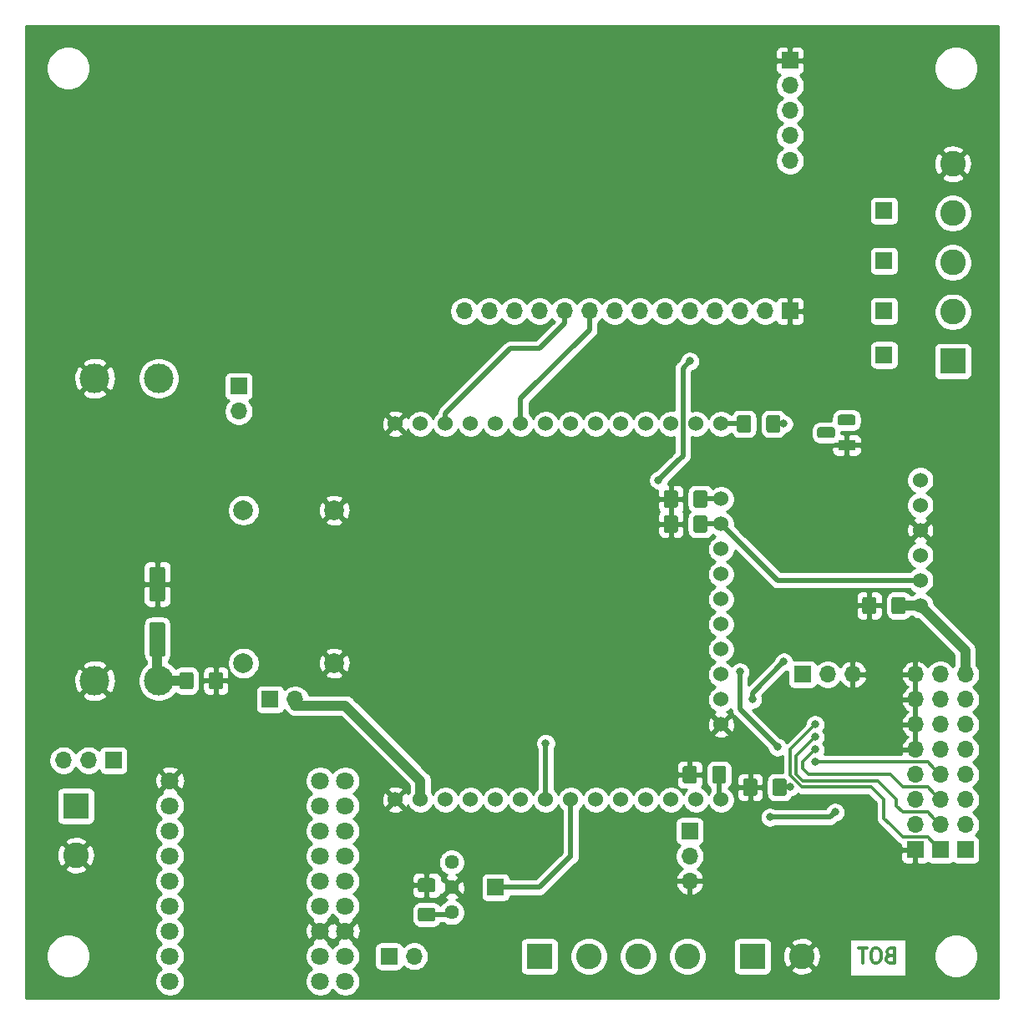
<source format=gbr>
G04 #@! TF.GenerationSoftware,KiCad,Pcbnew,5.1.5-52549c5~84~ubuntu18.04.1*
G04 #@! TF.CreationDate,2020-03-18T13:31:03+01:00*
G04 #@! TF.ProjectId,pcb_loadcell-dev,7063625f-6c6f-4616-9463-656c6c2d6465,rev?*
G04 #@! TF.SameCoordinates,Original*
G04 #@! TF.FileFunction,Copper,L2,Bot*
G04 #@! TF.FilePolarity,Positive*
%FSLAX46Y46*%
G04 Gerber Fmt 4.6, Leading zero omitted, Abs format (unit mm)*
G04 Created by KiCad (PCBNEW 5.1.5-52549c5~84~ubuntu18.04.1) date 2020-03-18 13:31:03*
%MOMM*%
%LPD*%
G04 APERTURE LIST*
%ADD10C,0.300000*%
%ADD11C,1.800000*%
%ADD12R,1.700000X1.700000*%
%ADD13O,1.700000X1.700000*%
%ADD14C,2.600000*%
%ADD15R,2.600000X2.600000*%
%ADD16C,0.100000*%
%ADD17C,1.524000*%
%ADD18C,3.000000*%
%ADD19C,1.440000*%
%ADD20R,1.800000X1.100000*%
%ADD21C,2.000000*%
%ADD22C,0.800000*%
%ADD23C,0.500000*%
%ADD24C,1.000000*%
%ADD25C,0.254000*%
G04 APERTURE END LIST*
D10*
X129520000Y-166897857D02*
X129305714Y-166969285D01*
X129234285Y-167040714D01*
X129162857Y-167183571D01*
X129162857Y-167397857D01*
X129234285Y-167540714D01*
X129305714Y-167612142D01*
X129448571Y-167683571D01*
X130020000Y-167683571D01*
X130020000Y-166183571D01*
X129520000Y-166183571D01*
X129377142Y-166255000D01*
X129305714Y-166326428D01*
X129234285Y-166469285D01*
X129234285Y-166612142D01*
X129305714Y-166755000D01*
X129377142Y-166826428D01*
X129520000Y-166897857D01*
X130020000Y-166897857D01*
X128234285Y-166183571D02*
X127948571Y-166183571D01*
X127805714Y-166255000D01*
X127662857Y-166397857D01*
X127591428Y-166683571D01*
X127591428Y-167183571D01*
X127662857Y-167469285D01*
X127805714Y-167612142D01*
X127948571Y-167683571D01*
X128234285Y-167683571D01*
X128377142Y-167612142D01*
X128520000Y-167469285D01*
X128591428Y-167183571D01*
X128591428Y-166683571D01*
X128520000Y-166397857D01*
X128377142Y-166255000D01*
X128234285Y-166183571D01*
X127162857Y-166183571D02*
X126305714Y-166183571D01*
X126734285Y-167683571D02*
X126734285Y-166183571D01*
D11*
X71755000Y-169545000D03*
X71755000Y-167005000D03*
X71755000Y-164465000D03*
X71755000Y-161925000D03*
X71755000Y-159385000D03*
X71755000Y-156845000D03*
X71755000Y-154305000D03*
X71755000Y-151765000D03*
X71755000Y-149225000D03*
X56515000Y-149225000D03*
X56515000Y-151765000D03*
X56515000Y-154305000D03*
X56515000Y-156845000D03*
X56515000Y-159385000D03*
X56515000Y-161925000D03*
X56515000Y-164465000D03*
X56515000Y-167005000D03*
X56515000Y-169545000D03*
X74295000Y-149225000D03*
X74295000Y-151765000D03*
X74295000Y-154305000D03*
X74295000Y-156845000D03*
X74295000Y-159385000D03*
X74295000Y-161925000D03*
X74295000Y-164465000D03*
X74295000Y-167005000D03*
X74295000Y-169545000D03*
D12*
X128905000Y-106045000D03*
X128905000Y-101600000D03*
D13*
X119380000Y-86360000D03*
X119380000Y-83820000D03*
X119380000Y-81280000D03*
X119380000Y-78740000D03*
D12*
X119380000Y-76200000D03*
D14*
X135890000Y-86680000D03*
X135890000Y-91680000D03*
X135890000Y-96680000D03*
X135890000Y-101680000D03*
D15*
X135890000Y-106680000D03*
D12*
X128905000Y-96520000D03*
X128905000Y-91440000D03*
D13*
X69215000Y-140970000D03*
D12*
X66675000Y-140970000D03*
G04 #@! TA.AperFunction,SMDPad,CuDef*
D16*
G36*
X55819504Y-127531204D02*
G01*
X55843773Y-127534804D01*
X55867571Y-127540765D01*
X55890671Y-127549030D01*
X55912849Y-127559520D01*
X55933893Y-127572133D01*
X55953598Y-127586747D01*
X55971777Y-127603223D01*
X55988253Y-127621402D01*
X56002867Y-127641107D01*
X56015480Y-127662151D01*
X56025970Y-127684329D01*
X56034235Y-127707429D01*
X56040196Y-127731227D01*
X56043796Y-127755496D01*
X56045000Y-127780000D01*
X56045000Y-130780000D01*
X56043796Y-130804504D01*
X56040196Y-130828773D01*
X56034235Y-130852571D01*
X56025970Y-130875671D01*
X56015480Y-130897849D01*
X56002867Y-130918893D01*
X55988253Y-130938598D01*
X55971777Y-130956777D01*
X55953598Y-130973253D01*
X55933893Y-130987867D01*
X55912849Y-131000480D01*
X55890671Y-131010970D01*
X55867571Y-131019235D01*
X55843773Y-131025196D01*
X55819504Y-131028796D01*
X55795000Y-131030000D01*
X54695000Y-131030000D01*
X54670496Y-131028796D01*
X54646227Y-131025196D01*
X54622429Y-131019235D01*
X54599329Y-131010970D01*
X54577151Y-131000480D01*
X54556107Y-130987867D01*
X54536402Y-130973253D01*
X54518223Y-130956777D01*
X54501747Y-130938598D01*
X54487133Y-130918893D01*
X54474520Y-130897849D01*
X54464030Y-130875671D01*
X54455765Y-130852571D01*
X54449804Y-130828773D01*
X54446204Y-130804504D01*
X54445000Y-130780000D01*
X54445000Y-127780000D01*
X54446204Y-127755496D01*
X54449804Y-127731227D01*
X54455765Y-127707429D01*
X54464030Y-127684329D01*
X54474520Y-127662151D01*
X54487133Y-127641107D01*
X54501747Y-127621402D01*
X54518223Y-127603223D01*
X54536402Y-127586747D01*
X54556107Y-127572133D01*
X54577151Y-127559520D01*
X54599329Y-127549030D01*
X54622429Y-127540765D01*
X54646227Y-127534804D01*
X54670496Y-127531204D01*
X54695000Y-127530000D01*
X55795000Y-127530000D01*
X55819504Y-127531204D01*
G37*
G04 #@! TD.AperFunction*
G04 #@! TA.AperFunction,SMDPad,CuDef*
G36*
X55819504Y-133131204D02*
G01*
X55843773Y-133134804D01*
X55867571Y-133140765D01*
X55890671Y-133149030D01*
X55912849Y-133159520D01*
X55933893Y-133172133D01*
X55953598Y-133186747D01*
X55971777Y-133203223D01*
X55988253Y-133221402D01*
X56002867Y-133241107D01*
X56015480Y-133262151D01*
X56025970Y-133284329D01*
X56034235Y-133307429D01*
X56040196Y-133331227D01*
X56043796Y-133355496D01*
X56045000Y-133380000D01*
X56045000Y-136380000D01*
X56043796Y-136404504D01*
X56040196Y-136428773D01*
X56034235Y-136452571D01*
X56025970Y-136475671D01*
X56015480Y-136497849D01*
X56002867Y-136518893D01*
X55988253Y-136538598D01*
X55971777Y-136556777D01*
X55953598Y-136573253D01*
X55933893Y-136587867D01*
X55912849Y-136600480D01*
X55890671Y-136610970D01*
X55867571Y-136619235D01*
X55843773Y-136625196D01*
X55819504Y-136628796D01*
X55795000Y-136630000D01*
X54695000Y-136630000D01*
X54670496Y-136628796D01*
X54646227Y-136625196D01*
X54622429Y-136619235D01*
X54599329Y-136610970D01*
X54577151Y-136600480D01*
X54556107Y-136587867D01*
X54536402Y-136573253D01*
X54518223Y-136556777D01*
X54501747Y-136538598D01*
X54487133Y-136518893D01*
X54474520Y-136497849D01*
X54464030Y-136475671D01*
X54455765Y-136452571D01*
X54449804Y-136428773D01*
X54446204Y-136404504D01*
X54445000Y-136380000D01*
X54445000Y-133380000D01*
X54446204Y-133355496D01*
X54449804Y-133331227D01*
X54455765Y-133307429D01*
X54464030Y-133284329D01*
X54474520Y-133262151D01*
X54487133Y-133241107D01*
X54501747Y-133221402D01*
X54518223Y-133203223D01*
X54536402Y-133186747D01*
X54556107Y-133172133D01*
X54577151Y-133159520D01*
X54599329Y-133149030D01*
X54622429Y-133140765D01*
X54646227Y-133134804D01*
X54670496Y-133131204D01*
X54695000Y-133130000D01*
X55795000Y-133130000D01*
X55819504Y-133131204D01*
G37*
G04 #@! TD.AperFunction*
D13*
X63500000Y-111760000D03*
D12*
X63500000Y-109220000D03*
D17*
X79375000Y-113030000D03*
X81915000Y-113030000D03*
X84455000Y-113030000D03*
X86995000Y-113030000D03*
X89535000Y-113030000D03*
X92075000Y-113030000D03*
X94615000Y-113030000D03*
X97155000Y-113030000D03*
X99695000Y-113030000D03*
X102235000Y-113030000D03*
X104775000Y-113030000D03*
X107315000Y-113030000D03*
X109855000Y-113030000D03*
X112395000Y-113030000D03*
X112395000Y-120650000D03*
X112395000Y-123190000D03*
X112395000Y-125730000D03*
X112395000Y-128270000D03*
X112395000Y-130810000D03*
X112395000Y-133350000D03*
X112395000Y-135890000D03*
X112395000Y-138430000D03*
X112395000Y-140970000D03*
X112395000Y-143510000D03*
X112395000Y-151130000D03*
X109855000Y-151130000D03*
X107315000Y-151130000D03*
X104775000Y-151130000D03*
X102235000Y-151130000D03*
X99695000Y-151130000D03*
X97155000Y-151130000D03*
X94615000Y-151130000D03*
X92075000Y-151130000D03*
X89535000Y-151130000D03*
X86995000Y-151130000D03*
X84455000Y-151130000D03*
X81915000Y-151130000D03*
X79375000Y-151130000D03*
D18*
X48895000Y-108415000D03*
X55395000Y-108415000D03*
X55395000Y-139065000D03*
X48895000Y-139065000D03*
D13*
X86360000Y-101600000D03*
X88900000Y-101600000D03*
X91440000Y-101600000D03*
X93980000Y-101600000D03*
X96520000Y-101600000D03*
X99060000Y-101600000D03*
X101600000Y-101600000D03*
X104140000Y-101600000D03*
X106680000Y-101600000D03*
X109220000Y-101600000D03*
X111760000Y-101600000D03*
X114300000Y-101600000D03*
X116840000Y-101600000D03*
D12*
X119380000Y-101600000D03*
G04 #@! TA.AperFunction,SMDPad,CuDef*
D16*
G36*
X61664504Y-138191204D02*
G01*
X61688773Y-138194804D01*
X61712571Y-138200765D01*
X61735671Y-138209030D01*
X61757849Y-138219520D01*
X61778893Y-138232133D01*
X61798598Y-138246747D01*
X61816777Y-138263223D01*
X61833253Y-138281402D01*
X61847867Y-138301107D01*
X61860480Y-138322151D01*
X61870970Y-138344329D01*
X61879235Y-138367429D01*
X61885196Y-138391227D01*
X61888796Y-138415496D01*
X61890000Y-138440000D01*
X61890000Y-139690000D01*
X61888796Y-139714504D01*
X61885196Y-139738773D01*
X61879235Y-139762571D01*
X61870970Y-139785671D01*
X61860480Y-139807849D01*
X61847867Y-139828893D01*
X61833253Y-139848598D01*
X61816777Y-139866777D01*
X61798598Y-139883253D01*
X61778893Y-139897867D01*
X61757849Y-139910480D01*
X61735671Y-139920970D01*
X61712571Y-139929235D01*
X61688773Y-139935196D01*
X61664504Y-139938796D01*
X61640000Y-139940000D01*
X60715000Y-139940000D01*
X60690496Y-139938796D01*
X60666227Y-139935196D01*
X60642429Y-139929235D01*
X60619329Y-139920970D01*
X60597151Y-139910480D01*
X60576107Y-139897867D01*
X60556402Y-139883253D01*
X60538223Y-139866777D01*
X60521747Y-139848598D01*
X60507133Y-139828893D01*
X60494520Y-139807849D01*
X60484030Y-139785671D01*
X60475765Y-139762571D01*
X60469804Y-139738773D01*
X60466204Y-139714504D01*
X60465000Y-139690000D01*
X60465000Y-138440000D01*
X60466204Y-138415496D01*
X60469804Y-138391227D01*
X60475765Y-138367429D01*
X60484030Y-138344329D01*
X60494520Y-138322151D01*
X60507133Y-138301107D01*
X60521747Y-138281402D01*
X60538223Y-138263223D01*
X60556402Y-138246747D01*
X60576107Y-138232133D01*
X60597151Y-138219520D01*
X60619329Y-138209030D01*
X60642429Y-138200765D01*
X60666227Y-138194804D01*
X60690496Y-138191204D01*
X60715000Y-138190000D01*
X61640000Y-138190000D01*
X61664504Y-138191204D01*
G37*
G04 #@! TD.AperFunction*
G04 #@! TA.AperFunction,SMDPad,CuDef*
G36*
X58689504Y-138191204D02*
G01*
X58713773Y-138194804D01*
X58737571Y-138200765D01*
X58760671Y-138209030D01*
X58782849Y-138219520D01*
X58803893Y-138232133D01*
X58823598Y-138246747D01*
X58841777Y-138263223D01*
X58858253Y-138281402D01*
X58872867Y-138301107D01*
X58885480Y-138322151D01*
X58895970Y-138344329D01*
X58904235Y-138367429D01*
X58910196Y-138391227D01*
X58913796Y-138415496D01*
X58915000Y-138440000D01*
X58915000Y-139690000D01*
X58913796Y-139714504D01*
X58910196Y-139738773D01*
X58904235Y-139762571D01*
X58895970Y-139785671D01*
X58885480Y-139807849D01*
X58872867Y-139828893D01*
X58858253Y-139848598D01*
X58841777Y-139866777D01*
X58823598Y-139883253D01*
X58803893Y-139897867D01*
X58782849Y-139910480D01*
X58760671Y-139920970D01*
X58737571Y-139929235D01*
X58713773Y-139935196D01*
X58689504Y-139938796D01*
X58665000Y-139940000D01*
X57740000Y-139940000D01*
X57715496Y-139938796D01*
X57691227Y-139935196D01*
X57667429Y-139929235D01*
X57644329Y-139920970D01*
X57622151Y-139910480D01*
X57601107Y-139897867D01*
X57581402Y-139883253D01*
X57563223Y-139866777D01*
X57546747Y-139848598D01*
X57532133Y-139828893D01*
X57519520Y-139807849D01*
X57509030Y-139785671D01*
X57500765Y-139762571D01*
X57494804Y-139738773D01*
X57491204Y-139714504D01*
X57490000Y-139690000D01*
X57490000Y-138440000D01*
X57491204Y-138415496D01*
X57494804Y-138391227D01*
X57500765Y-138367429D01*
X57509030Y-138344329D01*
X57519520Y-138322151D01*
X57532133Y-138301107D01*
X57546747Y-138281402D01*
X57563223Y-138263223D01*
X57581402Y-138246747D01*
X57601107Y-138232133D01*
X57622151Y-138219520D01*
X57644329Y-138209030D01*
X57667429Y-138200765D01*
X57691227Y-138194804D01*
X57715496Y-138191204D01*
X57740000Y-138190000D01*
X58665000Y-138190000D01*
X58689504Y-138191204D01*
G37*
G04 #@! TD.AperFunction*
D13*
X134620000Y-138430000D03*
X134620000Y-140970000D03*
X134620000Y-143510000D03*
X134620000Y-146050000D03*
X134620000Y-148590000D03*
X134620000Y-151130000D03*
X134620000Y-153670000D03*
D12*
X134620000Y-156210000D03*
D13*
X132080000Y-138430000D03*
X132080000Y-140970000D03*
X132080000Y-143510000D03*
X132080000Y-146050000D03*
X132080000Y-148590000D03*
X132080000Y-151130000D03*
X132080000Y-153670000D03*
D12*
X132080000Y-156210000D03*
D13*
X137160000Y-138430000D03*
X137160000Y-140970000D03*
X137160000Y-143510000D03*
X137160000Y-146050000D03*
X137160000Y-148590000D03*
X137160000Y-151130000D03*
X137160000Y-153670000D03*
D12*
X137160000Y-156210000D03*
D14*
X46990000Y-156765000D03*
D15*
X46990000Y-151765000D03*
D13*
X109220000Y-159385000D03*
X109220000Y-156845000D03*
D12*
X109220000Y-154305000D03*
D13*
X125730000Y-138430000D03*
X123190000Y-138430000D03*
D12*
X120650000Y-138430000D03*
D13*
X45720000Y-147140000D03*
X48260000Y-147140000D03*
D12*
X50800000Y-147140000D03*
D14*
X108980000Y-167005000D03*
X103980000Y-167005000D03*
X98980000Y-167005000D03*
D15*
X93980000Y-167005000D03*
D14*
X120570000Y-167005000D03*
D15*
X115570000Y-167005000D03*
D19*
X85090000Y-157480000D03*
X85090000Y-160020000D03*
X85090000Y-162560000D03*
D12*
X89535000Y-160020000D03*
D20*
X125114000Y-115189000D03*
G04 #@! TA.AperFunction,ComponentPad*
D16*
G36*
X125765955Y-112100324D02*
G01*
X125792650Y-112104284D01*
X125818828Y-112110841D01*
X125844238Y-112119933D01*
X125868634Y-112131472D01*
X125891782Y-112145346D01*
X125913458Y-112161422D01*
X125933454Y-112179546D01*
X125951578Y-112199542D01*
X125967654Y-112221218D01*
X125981528Y-112244366D01*
X125993067Y-112268762D01*
X126002159Y-112294172D01*
X126008716Y-112320350D01*
X126012676Y-112347045D01*
X126014000Y-112374000D01*
X126014000Y-112924000D01*
X126012676Y-112950955D01*
X126008716Y-112977650D01*
X126002159Y-113003828D01*
X125993067Y-113029238D01*
X125981528Y-113053634D01*
X125967654Y-113076782D01*
X125951578Y-113098458D01*
X125933454Y-113118454D01*
X125913458Y-113136578D01*
X125891782Y-113152654D01*
X125868634Y-113166528D01*
X125844238Y-113178067D01*
X125818828Y-113187159D01*
X125792650Y-113193716D01*
X125765955Y-113197676D01*
X125739000Y-113199000D01*
X124489000Y-113199000D01*
X124462045Y-113197676D01*
X124435350Y-113193716D01*
X124409172Y-113187159D01*
X124383762Y-113178067D01*
X124359366Y-113166528D01*
X124336218Y-113152654D01*
X124314542Y-113136578D01*
X124294546Y-113118454D01*
X124276422Y-113098458D01*
X124260346Y-113076782D01*
X124246472Y-113053634D01*
X124234933Y-113029238D01*
X124225841Y-113003828D01*
X124219284Y-112977650D01*
X124215324Y-112950955D01*
X124214000Y-112924000D01*
X124214000Y-112374000D01*
X124215324Y-112347045D01*
X124219284Y-112320350D01*
X124225841Y-112294172D01*
X124234933Y-112268762D01*
X124246472Y-112244366D01*
X124260346Y-112221218D01*
X124276422Y-112199542D01*
X124294546Y-112179546D01*
X124314542Y-112161422D01*
X124336218Y-112145346D01*
X124359366Y-112131472D01*
X124383762Y-112119933D01*
X124409172Y-112110841D01*
X124435350Y-112104284D01*
X124462045Y-112100324D01*
X124489000Y-112099000D01*
X125739000Y-112099000D01*
X125765955Y-112100324D01*
G37*
G04 #@! TD.AperFunction*
G04 #@! TA.AperFunction,ComponentPad*
G36*
X123695955Y-113370324D02*
G01*
X123722650Y-113374284D01*
X123748828Y-113380841D01*
X123774238Y-113389933D01*
X123798634Y-113401472D01*
X123821782Y-113415346D01*
X123843458Y-113431422D01*
X123863454Y-113449546D01*
X123881578Y-113469542D01*
X123897654Y-113491218D01*
X123911528Y-113514366D01*
X123923067Y-113538762D01*
X123932159Y-113564172D01*
X123938716Y-113590350D01*
X123942676Y-113617045D01*
X123944000Y-113644000D01*
X123944000Y-114194000D01*
X123942676Y-114220955D01*
X123938716Y-114247650D01*
X123932159Y-114273828D01*
X123923067Y-114299238D01*
X123911528Y-114323634D01*
X123897654Y-114346782D01*
X123881578Y-114368458D01*
X123863454Y-114388454D01*
X123843458Y-114406578D01*
X123821782Y-114422654D01*
X123798634Y-114436528D01*
X123774238Y-114448067D01*
X123748828Y-114457159D01*
X123722650Y-114463716D01*
X123695955Y-114467676D01*
X123669000Y-114469000D01*
X122419000Y-114469000D01*
X122392045Y-114467676D01*
X122365350Y-114463716D01*
X122339172Y-114457159D01*
X122313762Y-114448067D01*
X122289366Y-114436528D01*
X122266218Y-114422654D01*
X122244542Y-114406578D01*
X122224546Y-114388454D01*
X122206422Y-114368458D01*
X122190346Y-114346782D01*
X122176472Y-114323634D01*
X122164933Y-114299238D01*
X122155841Y-114273828D01*
X122149284Y-114247650D01*
X122145324Y-114220955D01*
X122144000Y-114194000D01*
X122144000Y-113644000D01*
X122145324Y-113617045D01*
X122149284Y-113590350D01*
X122155841Y-113564172D01*
X122164933Y-113538762D01*
X122176472Y-113514366D01*
X122190346Y-113491218D01*
X122206422Y-113469542D01*
X122224546Y-113449546D01*
X122244542Y-113431422D01*
X122266218Y-113415346D01*
X122289366Y-113401472D01*
X122313762Y-113389933D01*
X122339172Y-113380841D01*
X122365350Y-113374284D01*
X122392045Y-113370324D01*
X122419000Y-113369000D01*
X123669000Y-113369000D01*
X123695955Y-113370324D01*
G37*
G04 #@! TD.AperFunction*
D21*
X63980000Y-121790000D03*
X73180000Y-121790000D03*
X73180000Y-137290000D03*
X63980000Y-137290000D03*
G04 #@! TA.AperFunction,SMDPad,CuDef*
D16*
G36*
X118814504Y-148986204D02*
G01*
X118838773Y-148989804D01*
X118862571Y-148995765D01*
X118885671Y-149004030D01*
X118907849Y-149014520D01*
X118928893Y-149027133D01*
X118948598Y-149041747D01*
X118966777Y-149058223D01*
X118983253Y-149076402D01*
X118997867Y-149096107D01*
X119010480Y-149117151D01*
X119020970Y-149139329D01*
X119029235Y-149162429D01*
X119035196Y-149186227D01*
X119038796Y-149210496D01*
X119040000Y-149235000D01*
X119040000Y-150485000D01*
X119038796Y-150509504D01*
X119035196Y-150533773D01*
X119029235Y-150557571D01*
X119020970Y-150580671D01*
X119010480Y-150602849D01*
X118997867Y-150623893D01*
X118983253Y-150643598D01*
X118966777Y-150661777D01*
X118948598Y-150678253D01*
X118928893Y-150692867D01*
X118907849Y-150705480D01*
X118885671Y-150715970D01*
X118862571Y-150724235D01*
X118838773Y-150730196D01*
X118814504Y-150733796D01*
X118790000Y-150735000D01*
X117865000Y-150735000D01*
X117840496Y-150733796D01*
X117816227Y-150730196D01*
X117792429Y-150724235D01*
X117769329Y-150715970D01*
X117747151Y-150705480D01*
X117726107Y-150692867D01*
X117706402Y-150678253D01*
X117688223Y-150661777D01*
X117671747Y-150643598D01*
X117657133Y-150623893D01*
X117644520Y-150602849D01*
X117634030Y-150580671D01*
X117625765Y-150557571D01*
X117619804Y-150533773D01*
X117616204Y-150509504D01*
X117615000Y-150485000D01*
X117615000Y-149235000D01*
X117616204Y-149210496D01*
X117619804Y-149186227D01*
X117625765Y-149162429D01*
X117634030Y-149139329D01*
X117644520Y-149117151D01*
X117657133Y-149096107D01*
X117671747Y-149076402D01*
X117688223Y-149058223D01*
X117706402Y-149041747D01*
X117726107Y-149027133D01*
X117747151Y-149014520D01*
X117769329Y-149004030D01*
X117792429Y-148995765D01*
X117816227Y-148989804D01*
X117840496Y-148986204D01*
X117865000Y-148985000D01*
X118790000Y-148985000D01*
X118814504Y-148986204D01*
G37*
G04 #@! TD.AperFunction*
G04 #@! TA.AperFunction,SMDPad,CuDef*
G36*
X115839504Y-148986204D02*
G01*
X115863773Y-148989804D01*
X115887571Y-148995765D01*
X115910671Y-149004030D01*
X115932849Y-149014520D01*
X115953893Y-149027133D01*
X115973598Y-149041747D01*
X115991777Y-149058223D01*
X116008253Y-149076402D01*
X116022867Y-149096107D01*
X116035480Y-149117151D01*
X116045970Y-149139329D01*
X116054235Y-149162429D01*
X116060196Y-149186227D01*
X116063796Y-149210496D01*
X116065000Y-149235000D01*
X116065000Y-150485000D01*
X116063796Y-150509504D01*
X116060196Y-150533773D01*
X116054235Y-150557571D01*
X116045970Y-150580671D01*
X116035480Y-150602849D01*
X116022867Y-150623893D01*
X116008253Y-150643598D01*
X115991777Y-150661777D01*
X115973598Y-150678253D01*
X115953893Y-150692867D01*
X115932849Y-150705480D01*
X115910671Y-150715970D01*
X115887571Y-150724235D01*
X115863773Y-150730196D01*
X115839504Y-150733796D01*
X115815000Y-150735000D01*
X114890000Y-150735000D01*
X114865496Y-150733796D01*
X114841227Y-150730196D01*
X114817429Y-150724235D01*
X114794329Y-150715970D01*
X114772151Y-150705480D01*
X114751107Y-150692867D01*
X114731402Y-150678253D01*
X114713223Y-150661777D01*
X114696747Y-150643598D01*
X114682133Y-150623893D01*
X114669520Y-150602849D01*
X114659030Y-150580671D01*
X114650765Y-150557571D01*
X114644804Y-150533773D01*
X114641204Y-150509504D01*
X114640000Y-150485000D01*
X114640000Y-149235000D01*
X114641204Y-149210496D01*
X114644804Y-149186227D01*
X114650765Y-149162429D01*
X114659030Y-149139329D01*
X114669520Y-149117151D01*
X114682133Y-149096107D01*
X114696747Y-149076402D01*
X114713223Y-149058223D01*
X114731402Y-149041747D01*
X114751107Y-149027133D01*
X114772151Y-149014520D01*
X114794329Y-149004030D01*
X114817429Y-148995765D01*
X114841227Y-148989804D01*
X114865496Y-148986204D01*
X114890000Y-148985000D01*
X115815000Y-148985000D01*
X115839504Y-148986204D01*
G37*
G04 #@! TD.AperFunction*
G04 #@! TA.AperFunction,SMDPad,CuDef*
G36*
X127904504Y-130571204D02*
G01*
X127928773Y-130574804D01*
X127952571Y-130580765D01*
X127975671Y-130589030D01*
X127997849Y-130599520D01*
X128018893Y-130612133D01*
X128038598Y-130626747D01*
X128056777Y-130643223D01*
X128073253Y-130661402D01*
X128087867Y-130681107D01*
X128100480Y-130702151D01*
X128110970Y-130724329D01*
X128119235Y-130747429D01*
X128125196Y-130771227D01*
X128128796Y-130795496D01*
X128130000Y-130820000D01*
X128130000Y-132070000D01*
X128128796Y-132094504D01*
X128125196Y-132118773D01*
X128119235Y-132142571D01*
X128110970Y-132165671D01*
X128100480Y-132187849D01*
X128087867Y-132208893D01*
X128073253Y-132228598D01*
X128056777Y-132246777D01*
X128038598Y-132263253D01*
X128018893Y-132277867D01*
X127997849Y-132290480D01*
X127975671Y-132300970D01*
X127952571Y-132309235D01*
X127928773Y-132315196D01*
X127904504Y-132318796D01*
X127880000Y-132320000D01*
X126955000Y-132320000D01*
X126930496Y-132318796D01*
X126906227Y-132315196D01*
X126882429Y-132309235D01*
X126859329Y-132300970D01*
X126837151Y-132290480D01*
X126816107Y-132277867D01*
X126796402Y-132263253D01*
X126778223Y-132246777D01*
X126761747Y-132228598D01*
X126747133Y-132208893D01*
X126734520Y-132187849D01*
X126724030Y-132165671D01*
X126715765Y-132142571D01*
X126709804Y-132118773D01*
X126706204Y-132094504D01*
X126705000Y-132070000D01*
X126705000Y-130820000D01*
X126706204Y-130795496D01*
X126709804Y-130771227D01*
X126715765Y-130747429D01*
X126724030Y-130724329D01*
X126734520Y-130702151D01*
X126747133Y-130681107D01*
X126761747Y-130661402D01*
X126778223Y-130643223D01*
X126796402Y-130626747D01*
X126816107Y-130612133D01*
X126837151Y-130599520D01*
X126859329Y-130589030D01*
X126882429Y-130580765D01*
X126906227Y-130574804D01*
X126930496Y-130571204D01*
X126955000Y-130570000D01*
X127880000Y-130570000D01*
X127904504Y-130571204D01*
G37*
G04 #@! TD.AperFunction*
G04 #@! TA.AperFunction,SMDPad,CuDef*
G36*
X130879504Y-130571204D02*
G01*
X130903773Y-130574804D01*
X130927571Y-130580765D01*
X130950671Y-130589030D01*
X130972849Y-130599520D01*
X130993893Y-130612133D01*
X131013598Y-130626747D01*
X131031777Y-130643223D01*
X131048253Y-130661402D01*
X131062867Y-130681107D01*
X131075480Y-130702151D01*
X131085970Y-130724329D01*
X131094235Y-130747429D01*
X131100196Y-130771227D01*
X131103796Y-130795496D01*
X131105000Y-130820000D01*
X131105000Y-132070000D01*
X131103796Y-132094504D01*
X131100196Y-132118773D01*
X131094235Y-132142571D01*
X131085970Y-132165671D01*
X131075480Y-132187849D01*
X131062867Y-132208893D01*
X131048253Y-132228598D01*
X131031777Y-132246777D01*
X131013598Y-132263253D01*
X130993893Y-132277867D01*
X130972849Y-132290480D01*
X130950671Y-132300970D01*
X130927571Y-132309235D01*
X130903773Y-132315196D01*
X130879504Y-132318796D01*
X130855000Y-132320000D01*
X129930000Y-132320000D01*
X129905496Y-132318796D01*
X129881227Y-132315196D01*
X129857429Y-132309235D01*
X129834329Y-132300970D01*
X129812151Y-132290480D01*
X129791107Y-132277867D01*
X129771402Y-132263253D01*
X129753223Y-132246777D01*
X129736747Y-132228598D01*
X129722133Y-132208893D01*
X129709520Y-132187849D01*
X129699030Y-132165671D01*
X129690765Y-132142571D01*
X129684804Y-132118773D01*
X129681204Y-132094504D01*
X129680000Y-132070000D01*
X129680000Y-130820000D01*
X129681204Y-130795496D01*
X129684804Y-130771227D01*
X129690765Y-130747429D01*
X129699030Y-130724329D01*
X129709520Y-130702151D01*
X129722133Y-130681107D01*
X129736747Y-130661402D01*
X129753223Y-130643223D01*
X129771402Y-130626747D01*
X129791107Y-130612133D01*
X129812151Y-130599520D01*
X129834329Y-130589030D01*
X129857429Y-130580765D01*
X129881227Y-130574804D01*
X129905496Y-130571204D01*
X129930000Y-130570000D01*
X130855000Y-130570000D01*
X130879504Y-130571204D01*
G37*
G04 #@! TD.AperFunction*
G04 #@! TA.AperFunction,SMDPad,CuDef*
G36*
X83199504Y-159091204D02*
G01*
X83223773Y-159094804D01*
X83247571Y-159100765D01*
X83270671Y-159109030D01*
X83292849Y-159119520D01*
X83313893Y-159132133D01*
X83333598Y-159146747D01*
X83351777Y-159163223D01*
X83368253Y-159181402D01*
X83382867Y-159201107D01*
X83395480Y-159222151D01*
X83405970Y-159244329D01*
X83414235Y-159267429D01*
X83420196Y-159291227D01*
X83423796Y-159315496D01*
X83425000Y-159340000D01*
X83425000Y-160265000D01*
X83423796Y-160289504D01*
X83420196Y-160313773D01*
X83414235Y-160337571D01*
X83405970Y-160360671D01*
X83395480Y-160382849D01*
X83382867Y-160403893D01*
X83368253Y-160423598D01*
X83351777Y-160441777D01*
X83333598Y-160458253D01*
X83313893Y-160472867D01*
X83292849Y-160485480D01*
X83270671Y-160495970D01*
X83247571Y-160504235D01*
X83223773Y-160510196D01*
X83199504Y-160513796D01*
X83175000Y-160515000D01*
X81925000Y-160515000D01*
X81900496Y-160513796D01*
X81876227Y-160510196D01*
X81852429Y-160504235D01*
X81829329Y-160495970D01*
X81807151Y-160485480D01*
X81786107Y-160472867D01*
X81766402Y-160458253D01*
X81748223Y-160441777D01*
X81731747Y-160423598D01*
X81717133Y-160403893D01*
X81704520Y-160382849D01*
X81694030Y-160360671D01*
X81685765Y-160337571D01*
X81679804Y-160313773D01*
X81676204Y-160289504D01*
X81675000Y-160265000D01*
X81675000Y-159340000D01*
X81676204Y-159315496D01*
X81679804Y-159291227D01*
X81685765Y-159267429D01*
X81694030Y-159244329D01*
X81704520Y-159222151D01*
X81717133Y-159201107D01*
X81731747Y-159181402D01*
X81748223Y-159163223D01*
X81766402Y-159146747D01*
X81786107Y-159132133D01*
X81807151Y-159119520D01*
X81829329Y-159109030D01*
X81852429Y-159100765D01*
X81876227Y-159094804D01*
X81900496Y-159091204D01*
X81925000Y-159090000D01*
X83175000Y-159090000D01*
X83199504Y-159091204D01*
G37*
G04 #@! TD.AperFunction*
G04 #@! TA.AperFunction,SMDPad,CuDef*
G36*
X83199504Y-162066204D02*
G01*
X83223773Y-162069804D01*
X83247571Y-162075765D01*
X83270671Y-162084030D01*
X83292849Y-162094520D01*
X83313893Y-162107133D01*
X83333598Y-162121747D01*
X83351777Y-162138223D01*
X83368253Y-162156402D01*
X83382867Y-162176107D01*
X83395480Y-162197151D01*
X83405970Y-162219329D01*
X83414235Y-162242429D01*
X83420196Y-162266227D01*
X83423796Y-162290496D01*
X83425000Y-162315000D01*
X83425000Y-163240000D01*
X83423796Y-163264504D01*
X83420196Y-163288773D01*
X83414235Y-163312571D01*
X83405970Y-163335671D01*
X83395480Y-163357849D01*
X83382867Y-163378893D01*
X83368253Y-163398598D01*
X83351777Y-163416777D01*
X83333598Y-163433253D01*
X83313893Y-163447867D01*
X83292849Y-163460480D01*
X83270671Y-163470970D01*
X83247571Y-163479235D01*
X83223773Y-163485196D01*
X83199504Y-163488796D01*
X83175000Y-163490000D01*
X81925000Y-163490000D01*
X81900496Y-163488796D01*
X81876227Y-163485196D01*
X81852429Y-163479235D01*
X81829329Y-163470970D01*
X81807151Y-163460480D01*
X81786107Y-163447867D01*
X81766402Y-163433253D01*
X81748223Y-163416777D01*
X81731747Y-163398598D01*
X81717133Y-163378893D01*
X81704520Y-163357849D01*
X81694030Y-163335671D01*
X81685765Y-163312571D01*
X81679804Y-163288773D01*
X81676204Y-163264504D01*
X81675000Y-163240000D01*
X81675000Y-162315000D01*
X81676204Y-162290496D01*
X81679804Y-162266227D01*
X81685765Y-162242429D01*
X81694030Y-162219329D01*
X81704520Y-162197151D01*
X81717133Y-162176107D01*
X81731747Y-162156402D01*
X81748223Y-162138223D01*
X81766402Y-162121747D01*
X81786107Y-162107133D01*
X81807151Y-162094520D01*
X81829329Y-162084030D01*
X81852429Y-162075765D01*
X81876227Y-162069804D01*
X81900496Y-162066204D01*
X81925000Y-162065000D01*
X83175000Y-162065000D01*
X83199504Y-162066204D01*
G37*
G04 #@! TD.AperFunction*
D12*
X78740000Y-167005000D03*
D13*
X81280000Y-167005000D03*
G04 #@! TA.AperFunction,SMDPad,CuDef*
D16*
G36*
X112682004Y-147716204D02*
G01*
X112706273Y-147719804D01*
X112730071Y-147725765D01*
X112753171Y-147734030D01*
X112775349Y-147744520D01*
X112796393Y-147757133D01*
X112816098Y-147771747D01*
X112834277Y-147788223D01*
X112850753Y-147806402D01*
X112865367Y-147826107D01*
X112877980Y-147847151D01*
X112888470Y-147869329D01*
X112896735Y-147892429D01*
X112902696Y-147916227D01*
X112906296Y-147940496D01*
X112907500Y-147965000D01*
X112907500Y-149215000D01*
X112906296Y-149239504D01*
X112902696Y-149263773D01*
X112896735Y-149287571D01*
X112888470Y-149310671D01*
X112877980Y-149332849D01*
X112865367Y-149353893D01*
X112850753Y-149373598D01*
X112834277Y-149391777D01*
X112816098Y-149408253D01*
X112796393Y-149422867D01*
X112775349Y-149435480D01*
X112753171Y-149445970D01*
X112730071Y-149454235D01*
X112706273Y-149460196D01*
X112682004Y-149463796D01*
X112657500Y-149465000D01*
X111732500Y-149465000D01*
X111707996Y-149463796D01*
X111683727Y-149460196D01*
X111659929Y-149454235D01*
X111636829Y-149445970D01*
X111614651Y-149435480D01*
X111593607Y-149422867D01*
X111573902Y-149408253D01*
X111555723Y-149391777D01*
X111539247Y-149373598D01*
X111524633Y-149353893D01*
X111512020Y-149332849D01*
X111501530Y-149310671D01*
X111493265Y-149287571D01*
X111487304Y-149263773D01*
X111483704Y-149239504D01*
X111482500Y-149215000D01*
X111482500Y-147965000D01*
X111483704Y-147940496D01*
X111487304Y-147916227D01*
X111493265Y-147892429D01*
X111501530Y-147869329D01*
X111512020Y-147847151D01*
X111524633Y-147826107D01*
X111539247Y-147806402D01*
X111555723Y-147788223D01*
X111573902Y-147771747D01*
X111593607Y-147757133D01*
X111614651Y-147744520D01*
X111636829Y-147734030D01*
X111659929Y-147725765D01*
X111683727Y-147719804D01*
X111707996Y-147716204D01*
X111732500Y-147715000D01*
X112657500Y-147715000D01*
X112682004Y-147716204D01*
G37*
G04 #@! TD.AperFunction*
G04 #@! TA.AperFunction,SMDPad,CuDef*
G36*
X109707004Y-147716204D02*
G01*
X109731273Y-147719804D01*
X109755071Y-147725765D01*
X109778171Y-147734030D01*
X109800349Y-147744520D01*
X109821393Y-147757133D01*
X109841098Y-147771747D01*
X109859277Y-147788223D01*
X109875753Y-147806402D01*
X109890367Y-147826107D01*
X109902980Y-147847151D01*
X109913470Y-147869329D01*
X109921735Y-147892429D01*
X109927696Y-147916227D01*
X109931296Y-147940496D01*
X109932500Y-147965000D01*
X109932500Y-149215000D01*
X109931296Y-149239504D01*
X109927696Y-149263773D01*
X109921735Y-149287571D01*
X109913470Y-149310671D01*
X109902980Y-149332849D01*
X109890367Y-149353893D01*
X109875753Y-149373598D01*
X109859277Y-149391777D01*
X109841098Y-149408253D01*
X109821393Y-149422867D01*
X109800349Y-149435480D01*
X109778171Y-149445970D01*
X109755071Y-149454235D01*
X109731273Y-149460196D01*
X109707004Y-149463796D01*
X109682500Y-149465000D01*
X108757500Y-149465000D01*
X108732996Y-149463796D01*
X108708727Y-149460196D01*
X108684929Y-149454235D01*
X108661829Y-149445970D01*
X108639651Y-149435480D01*
X108618607Y-149422867D01*
X108598902Y-149408253D01*
X108580723Y-149391777D01*
X108564247Y-149373598D01*
X108549633Y-149353893D01*
X108537020Y-149332849D01*
X108526530Y-149310671D01*
X108518265Y-149287571D01*
X108512304Y-149263773D01*
X108508704Y-149239504D01*
X108507500Y-149215000D01*
X108507500Y-147965000D01*
X108508704Y-147940496D01*
X108512304Y-147916227D01*
X108518265Y-147892429D01*
X108526530Y-147869329D01*
X108537020Y-147847151D01*
X108549633Y-147826107D01*
X108564247Y-147806402D01*
X108580723Y-147788223D01*
X108598902Y-147771747D01*
X108618607Y-147757133D01*
X108639651Y-147744520D01*
X108661829Y-147734030D01*
X108684929Y-147725765D01*
X108708727Y-147719804D01*
X108732996Y-147716204D01*
X108757500Y-147715000D01*
X109682500Y-147715000D01*
X109707004Y-147716204D01*
G37*
G04 #@! TD.AperFunction*
G04 #@! TA.AperFunction,SMDPad,CuDef*
G36*
X107802004Y-122316204D02*
G01*
X107826273Y-122319804D01*
X107850071Y-122325765D01*
X107873171Y-122334030D01*
X107895349Y-122344520D01*
X107916393Y-122357133D01*
X107936098Y-122371747D01*
X107954277Y-122388223D01*
X107970753Y-122406402D01*
X107985367Y-122426107D01*
X107997980Y-122447151D01*
X108008470Y-122469329D01*
X108016735Y-122492429D01*
X108022696Y-122516227D01*
X108026296Y-122540496D01*
X108027500Y-122565000D01*
X108027500Y-123815000D01*
X108026296Y-123839504D01*
X108022696Y-123863773D01*
X108016735Y-123887571D01*
X108008470Y-123910671D01*
X107997980Y-123932849D01*
X107985367Y-123953893D01*
X107970753Y-123973598D01*
X107954277Y-123991777D01*
X107936098Y-124008253D01*
X107916393Y-124022867D01*
X107895349Y-124035480D01*
X107873171Y-124045970D01*
X107850071Y-124054235D01*
X107826273Y-124060196D01*
X107802004Y-124063796D01*
X107777500Y-124065000D01*
X106852500Y-124065000D01*
X106827996Y-124063796D01*
X106803727Y-124060196D01*
X106779929Y-124054235D01*
X106756829Y-124045970D01*
X106734651Y-124035480D01*
X106713607Y-124022867D01*
X106693902Y-124008253D01*
X106675723Y-123991777D01*
X106659247Y-123973598D01*
X106644633Y-123953893D01*
X106632020Y-123932849D01*
X106621530Y-123910671D01*
X106613265Y-123887571D01*
X106607304Y-123863773D01*
X106603704Y-123839504D01*
X106602500Y-123815000D01*
X106602500Y-122565000D01*
X106603704Y-122540496D01*
X106607304Y-122516227D01*
X106613265Y-122492429D01*
X106621530Y-122469329D01*
X106632020Y-122447151D01*
X106644633Y-122426107D01*
X106659247Y-122406402D01*
X106675723Y-122388223D01*
X106693902Y-122371747D01*
X106713607Y-122357133D01*
X106734651Y-122344520D01*
X106756829Y-122334030D01*
X106779929Y-122325765D01*
X106803727Y-122319804D01*
X106827996Y-122316204D01*
X106852500Y-122315000D01*
X107777500Y-122315000D01*
X107802004Y-122316204D01*
G37*
G04 #@! TD.AperFunction*
G04 #@! TA.AperFunction,SMDPad,CuDef*
G36*
X110777004Y-122316204D02*
G01*
X110801273Y-122319804D01*
X110825071Y-122325765D01*
X110848171Y-122334030D01*
X110870349Y-122344520D01*
X110891393Y-122357133D01*
X110911098Y-122371747D01*
X110929277Y-122388223D01*
X110945753Y-122406402D01*
X110960367Y-122426107D01*
X110972980Y-122447151D01*
X110983470Y-122469329D01*
X110991735Y-122492429D01*
X110997696Y-122516227D01*
X111001296Y-122540496D01*
X111002500Y-122565000D01*
X111002500Y-123815000D01*
X111001296Y-123839504D01*
X110997696Y-123863773D01*
X110991735Y-123887571D01*
X110983470Y-123910671D01*
X110972980Y-123932849D01*
X110960367Y-123953893D01*
X110945753Y-123973598D01*
X110929277Y-123991777D01*
X110911098Y-124008253D01*
X110891393Y-124022867D01*
X110870349Y-124035480D01*
X110848171Y-124045970D01*
X110825071Y-124054235D01*
X110801273Y-124060196D01*
X110777004Y-124063796D01*
X110752500Y-124065000D01*
X109827500Y-124065000D01*
X109802996Y-124063796D01*
X109778727Y-124060196D01*
X109754929Y-124054235D01*
X109731829Y-124045970D01*
X109709651Y-124035480D01*
X109688607Y-124022867D01*
X109668902Y-124008253D01*
X109650723Y-123991777D01*
X109634247Y-123973598D01*
X109619633Y-123953893D01*
X109607020Y-123932849D01*
X109596530Y-123910671D01*
X109588265Y-123887571D01*
X109582304Y-123863773D01*
X109578704Y-123839504D01*
X109577500Y-123815000D01*
X109577500Y-122565000D01*
X109578704Y-122540496D01*
X109582304Y-122516227D01*
X109588265Y-122492429D01*
X109596530Y-122469329D01*
X109607020Y-122447151D01*
X109619633Y-122426107D01*
X109634247Y-122406402D01*
X109650723Y-122388223D01*
X109668902Y-122371747D01*
X109688607Y-122357133D01*
X109709651Y-122344520D01*
X109731829Y-122334030D01*
X109754929Y-122325765D01*
X109778727Y-122319804D01*
X109802996Y-122316204D01*
X109827500Y-122315000D01*
X110752500Y-122315000D01*
X110777004Y-122316204D01*
G37*
G04 #@! TD.AperFunction*
G04 #@! TA.AperFunction,SMDPad,CuDef*
G36*
X107802004Y-119776204D02*
G01*
X107826273Y-119779804D01*
X107850071Y-119785765D01*
X107873171Y-119794030D01*
X107895349Y-119804520D01*
X107916393Y-119817133D01*
X107936098Y-119831747D01*
X107954277Y-119848223D01*
X107970753Y-119866402D01*
X107985367Y-119886107D01*
X107997980Y-119907151D01*
X108008470Y-119929329D01*
X108016735Y-119952429D01*
X108022696Y-119976227D01*
X108026296Y-120000496D01*
X108027500Y-120025000D01*
X108027500Y-121275000D01*
X108026296Y-121299504D01*
X108022696Y-121323773D01*
X108016735Y-121347571D01*
X108008470Y-121370671D01*
X107997980Y-121392849D01*
X107985367Y-121413893D01*
X107970753Y-121433598D01*
X107954277Y-121451777D01*
X107936098Y-121468253D01*
X107916393Y-121482867D01*
X107895349Y-121495480D01*
X107873171Y-121505970D01*
X107850071Y-121514235D01*
X107826273Y-121520196D01*
X107802004Y-121523796D01*
X107777500Y-121525000D01*
X106852500Y-121525000D01*
X106827996Y-121523796D01*
X106803727Y-121520196D01*
X106779929Y-121514235D01*
X106756829Y-121505970D01*
X106734651Y-121495480D01*
X106713607Y-121482867D01*
X106693902Y-121468253D01*
X106675723Y-121451777D01*
X106659247Y-121433598D01*
X106644633Y-121413893D01*
X106632020Y-121392849D01*
X106621530Y-121370671D01*
X106613265Y-121347571D01*
X106607304Y-121323773D01*
X106603704Y-121299504D01*
X106602500Y-121275000D01*
X106602500Y-120025000D01*
X106603704Y-120000496D01*
X106607304Y-119976227D01*
X106613265Y-119952429D01*
X106621530Y-119929329D01*
X106632020Y-119907151D01*
X106644633Y-119886107D01*
X106659247Y-119866402D01*
X106675723Y-119848223D01*
X106693902Y-119831747D01*
X106713607Y-119817133D01*
X106734651Y-119804520D01*
X106756829Y-119794030D01*
X106779929Y-119785765D01*
X106803727Y-119779804D01*
X106827996Y-119776204D01*
X106852500Y-119775000D01*
X107777500Y-119775000D01*
X107802004Y-119776204D01*
G37*
G04 #@! TD.AperFunction*
G04 #@! TA.AperFunction,SMDPad,CuDef*
G36*
X110777004Y-119776204D02*
G01*
X110801273Y-119779804D01*
X110825071Y-119785765D01*
X110848171Y-119794030D01*
X110870349Y-119804520D01*
X110891393Y-119817133D01*
X110911098Y-119831747D01*
X110929277Y-119848223D01*
X110945753Y-119866402D01*
X110960367Y-119886107D01*
X110972980Y-119907151D01*
X110983470Y-119929329D01*
X110991735Y-119952429D01*
X110997696Y-119976227D01*
X111001296Y-120000496D01*
X111002500Y-120025000D01*
X111002500Y-121275000D01*
X111001296Y-121299504D01*
X110997696Y-121323773D01*
X110991735Y-121347571D01*
X110983470Y-121370671D01*
X110972980Y-121392849D01*
X110960367Y-121413893D01*
X110945753Y-121433598D01*
X110929277Y-121451777D01*
X110911098Y-121468253D01*
X110891393Y-121482867D01*
X110870349Y-121495480D01*
X110848171Y-121505970D01*
X110825071Y-121514235D01*
X110801273Y-121520196D01*
X110777004Y-121523796D01*
X110752500Y-121525000D01*
X109827500Y-121525000D01*
X109802996Y-121523796D01*
X109778727Y-121520196D01*
X109754929Y-121514235D01*
X109731829Y-121505970D01*
X109709651Y-121495480D01*
X109688607Y-121482867D01*
X109668902Y-121468253D01*
X109650723Y-121451777D01*
X109634247Y-121433598D01*
X109619633Y-121413893D01*
X109607020Y-121392849D01*
X109596530Y-121370671D01*
X109588265Y-121347571D01*
X109582304Y-121323773D01*
X109578704Y-121299504D01*
X109577500Y-121275000D01*
X109577500Y-120025000D01*
X109578704Y-120000496D01*
X109582304Y-119976227D01*
X109588265Y-119952429D01*
X109596530Y-119929329D01*
X109607020Y-119907151D01*
X109619633Y-119886107D01*
X109634247Y-119866402D01*
X109650723Y-119848223D01*
X109668902Y-119831747D01*
X109688607Y-119817133D01*
X109709651Y-119804520D01*
X109731829Y-119794030D01*
X109754929Y-119785765D01*
X109778727Y-119779804D01*
X109802996Y-119776204D01*
X109827500Y-119775000D01*
X110752500Y-119775000D01*
X110777004Y-119776204D01*
G37*
G04 #@! TD.AperFunction*
G04 #@! TA.AperFunction,SMDPad,CuDef*
G36*
X118179504Y-112156204D02*
G01*
X118203773Y-112159804D01*
X118227571Y-112165765D01*
X118250671Y-112174030D01*
X118272849Y-112184520D01*
X118293893Y-112197133D01*
X118313598Y-112211747D01*
X118331777Y-112228223D01*
X118348253Y-112246402D01*
X118362867Y-112266107D01*
X118375480Y-112287151D01*
X118385970Y-112309329D01*
X118394235Y-112332429D01*
X118400196Y-112356227D01*
X118403796Y-112380496D01*
X118405000Y-112405000D01*
X118405000Y-113655000D01*
X118403796Y-113679504D01*
X118400196Y-113703773D01*
X118394235Y-113727571D01*
X118385970Y-113750671D01*
X118375480Y-113772849D01*
X118362867Y-113793893D01*
X118348253Y-113813598D01*
X118331777Y-113831777D01*
X118313598Y-113848253D01*
X118293893Y-113862867D01*
X118272849Y-113875480D01*
X118250671Y-113885970D01*
X118227571Y-113894235D01*
X118203773Y-113900196D01*
X118179504Y-113903796D01*
X118155000Y-113905000D01*
X117230000Y-113905000D01*
X117205496Y-113903796D01*
X117181227Y-113900196D01*
X117157429Y-113894235D01*
X117134329Y-113885970D01*
X117112151Y-113875480D01*
X117091107Y-113862867D01*
X117071402Y-113848253D01*
X117053223Y-113831777D01*
X117036747Y-113813598D01*
X117022133Y-113793893D01*
X117009520Y-113772849D01*
X116999030Y-113750671D01*
X116990765Y-113727571D01*
X116984804Y-113703773D01*
X116981204Y-113679504D01*
X116980000Y-113655000D01*
X116980000Y-112405000D01*
X116981204Y-112380496D01*
X116984804Y-112356227D01*
X116990765Y-112332429D01*
X116999030Y-112309329D01*
X117009520Y-112287151D01*
X117022133Y-112266107D01*
X117036747Y-112246402D01*
X117053223Y-112228223D01*
X117071402Y-112211747D01*
X117091107Y-112197133D01*
X117112151Y-112184520D01*
X117134329Y-112174030D01*
X117157429Y-112165765D01*
X117181227Y-112159804D01*
X117205496Y-112156204D01*
X117230000Y-112155000D01*
X118155000Y-112155000D01*
X118179504Y-112156204D01*
G37*
G04 #@! TD.AperFunction*
G04 #@! TA.AperFunction,SMDPad,CuDef*
G36*
X115204504Y-112156204D02*
G01*
X115228773Y-112159804D01*
X115252571Y-112165765D01*
X115275671Y-112174030D01*
X115297849Y-112184520D01*
X115318893Y-112197133D01*
X115338598Y-112211747D01*
X115356777Y-112228223D01*
X115373253Y-112246402D01*
X115387867Y-112266107D01*
X115400480Y-112287151D01*
X115410970Y-112309329D01*
X115419235Y-112332429D01*
X115425196Y-112356227D01*
X115428796Y-112380496D01*
X115430000Y-112405000D01*
X115430000Y-113655000D01*
X115428796Y-113679504D01*
X115425196Y-113703773D01*
X115419235Y-113727571D01*
X115410970Y-113750671D01*
X115400480Y-113772849D01*
X115387867Y-113793893D01*
X115373253Y-113813598D01*
X115356777Y-113831777D01*
X115338598Y-113848253D01*
X115318893Y-113862867D01*
X115297849Y-113875480D01*
X115275671Y-113885970D01*
X115252571Y-113894235D01*
X115228773Y-113900196D01*
X115204504Y-113903796D01*
X115180000Y-113905000D01*
X114255000Y-113905000D01*
X114230496Y-113903796D01*
X114206227Y-113900196D01*
X114182429Y-113894235D01*
X114159329Y-113885970D01*
X114137151Y-113875480D01*
X114116107Y-113862867D01*
X114096402Y-113848253D01*
X114078223Y-113831777D01*
X114061747Y-113813598D01*
X114047133Y-113793893D01*
X114034520Y-113772849D01*
X114024030Y-113750671D01*
X114015765Y-113727571D01*
X114009804Y-113703773D01*
X114006204Y-113679504D01*
X114005000Y-113655000D01*
X114005000Y-112405000D01*
X114006204Y-112380496D01*
X114009804Y-112356227D01*
X114015765Y-112332429D01*
X114024030Y-112309329D01*
X114034520Y-112287151D01*
X114047133Y-112266107D01*
X114061747Y-112246402D01*
X114078223Y-112228223D01*
X114096402Y-112211747D01*
X114116107Y-112197133D01*
X114137151Y-112184520D01*
X114159329Y-112174030D01*
X114182429Y-112165765D01*
X114206227Y-112159804D01*
X114230496Y-112156204D01*
X114255000Y-112155000D01*
X115180000Y-112155000D01*
X115204504Y-112156204D01*
G37*
G04 #@! TD.AperFunction*
D17*
X132595000Y-131445000D03*
X132595000Y-128905000D03*
X132595000Y-126365000D03*
X132595000Y-123825000D03*
X132595000Y-121285000D03*
X132595000Y-118745000D03*
D22*
X127000000Y-140970000D03*
X68834000Y-109982000D03*
X71120000Y-109982000D03*
X73660000Y-109982000D03*
X76200000Y-114554000D03*
X66294000Y-114808000D03*
X136525000Y-132080000D03*
X119380000Y-149860000D03*
X118745000Y-113030000D03*
X121920000Y-144780000D03*
X118745000Y-137160000D03*
X115570000Y-140970000D03*
X121920000Y-146050000D03*
X121920000Y-147320000D03*
X117348000Y-152908000D03*
X123952000Y-152400000D03*
X121920000Y-143510000D03*
X114300000Y-138176000D03*
X118110000Y-145796000D03*
X109220000Y-106680000D03*
X94615000Y-145415000D03*
X106045000Y-118745000D03*
D23*
X118327500Y-149860000D02*
X119380000Y-149860000D01*
X117692500Y-113030000D02*
X118745000Y-113030000D01*
D24*
X81915000Y-151130000D02*
X81915000Y-149225000D01*
X74295000Y-141605000D02*
X69215000Y-141605000D01*
X81915000Y-149225000D02*
X74295000Y-141605000D01*
X130392500Y-131445000D02*
X132595000Y-131445000D01*
X132595000Y-131445000D02*
X137160000Y-136010000D01*
X137160000Y-136010000D02*
X137160000Y-138430000D01*
D10*
X134620000Y-153670000D02*
X133985000Y-153035000D01*
X133985000Y-153035000D02*
X133350000Y-152400000D01*
X133350000Y-152400000D02*
X130810000Y-152400000D01*
X130810000Y-152400000D02*
X130175000Y-151765000D01*
X130175000Y-151765000D02*
X130175000Y-151130000D01*
X130175000Y-151130000D02*
X128905000Y-149860000D01*
X128905000Y-149860000D02*
X128270000Y-149225000D01*
X128270000Y-149225000D02*
X120650000Y-149225000D01*
X120650000Y-149225000D02*
X120015000Y-148590000D01*
X120015000Y-148590000D02*
X120015000Y-146685000D01*
X120015000Y-146685000D02*
X121920000Y-144780000D01*
D23*
X97155000Y-151130000D02*
X97155000Y-156925000D01*
X84872500Y-162777500D02*
X85090000Y-162560000D01*
X82550000Y-162777500D02*
X84872500Y-162777500D01*
X97155000Y-156925000D02*
X97075000Y-156925000D01*
X93980000Y-160020000D02*
X89535000Y-160020000D01*
X97075000Y-156925000D02*
X93980000Y-160020000D01*
X115570000Y-140462000D02*
X115570000Y-140970000D01*
X115570000Y-140335000D02*
X115570000Y-140462000D01*
X118745000Y-137160000D02*
X115570000Y-140335000D01*
D10*
X134620000Y-151130000D02*
X133985000Y-150495000D01*
X133985000Y-150495000D02*
X133350000Y-149860000D01*
X133350000Y-149860000D02*
X131445000Y-149860000D01*
X131445000Y-149860000D02*
X130810000Y-149860000D01*
X130810000Y-149860000D02*
X129540000Y-148590000D01*
X129540000Y-148590000D02*
X121285000Y-148590000D01*
X121285000Y-148590000D02*
X120650000Y-147955000D01*
X120650000Y-147955000D02*
X120650000Y-147320000D01*
X120650000Y-147320000D02*
X121920000Y-146050000D01*
X134620000Y-148590000D02*
X133985000Y-147955000D01*
X133985000Y-147955000D02*
X133350000Y-147320000D01*
X133350000Y-147320000D02*
X121920000Y-147320000D01*
D23*
X114717500Y-113030000D02*
X112395000Y-113030000D01*
X112195000Y-150930000D02*
X112395000Y-151130000D01*
X112195000Y-148590000D02*
X112195000Y-150930000D01*
X110290000Y-123190000D02*
X112395000Y-123190000D01*
X118110000Y-128905000D02*
X112395000Y-123190000D01*
X132595000Y-128905000D02*
X118110000Y-128905000D01*
X117348000Y-152908000D02*
X123444000Y-152908000D01*
X123444000Y-152908000D02*
X123952000Y-152400000D01*
D10*
X134620000Y-156210000D02*
X133985000Y-155575000D01*
X133985000Y-155575000D02*
X133350000Y-154940000D01*
X133350000Y-154940000D02*
X130810000Y-154940000D01*
X130810000Y-154940000D02*
X129540000Y-153670000D01*
X129540000Y-153670000D02*
X128905000Y-153035000D01*
X128905000Y-153035000D02*
X128905000Y-151130000D01*
X128905000Y-151130000D02*
X127635000Y-149860000D01*
X127635000Y-149860000D02*
X120650000Y-149860000D01*
X120577880Y-149860000D02*
X119380000Y-148662120D01*
X120650000Y-149860000D02*
X120577880Y-149860000D01*
X119380000Y-148662120D02*
X119380000Y-146050000D01*
X119380000Y-146050000D02*
X121920000Y-143510000D01*
D24*
X58202500Y-139065000D02*
X55395000Y-139065000D01*
X55245000Y-138915000D02*
X55395000Y-139065000D01*
X55245000Y-134880000D02*
X55245000Y-138915000D01*
D23*
X93980000Y-105410000D02*
X96520000Y-102870000D01*
X90997370Y-105410000D02*
X93980000Y-105410000D01*
X84455000Y-113030000D02*
X84455000Y-111952370D01*
X96520000Y-102870000D02*
X96520000Y-101600000D01*
X84455000Y-111952370D02*
X90997370Y-105410000D01*
X92075000Y-113030000D02*
X92075000Y-110490000D01*
X99060000Y-103505000D02*
X99060000Y-101600000D01*
X92075000Y-110490000D02*
X99060000Y-103505000D01*
X114300000Y-138176000D02*
X114300000Y-141986000D01*
X114300000Y-141986000D02*
X118110000Y-145796000D01*
X110290000Y-120650000D02*
X112395000Y-120650000D01*
X108527001Y-107372999D02*
X109220000Y-106680000D01*
X108527001Y-107372999D02*
X108527001Y-114242001D01*
X108527001Y-114242001D02*
X108527001Y-116262999D01*
X108527001Y-116262999D02*
X107950000Y-116840000D01*
X107950000Y-116840000D02*
X106045000Y-118745000D01*
X94615000Y-151130000D02*
X94615000Y-145415000D01*
D25*
G36*
X140480001Y-171270000D02*
G01*
X41900000Y-171270000D01*
X41900000Y-166759872D01*
X43955000Y-166759872D01*
X43955000Y-167200128D01*
X44040890Y-167631925D01*
X44209369Y-168038669D01*
X44453962Y-168404729D01*
X44765271Y-168716038D01*
X45131331Y-168960631D01*
X45538075Y-169129110D01*
X45969872Y-169215000D01*
X46410128Y-169215000D01*
X46841925Y-169129110D01*
X47248669Y-168960631D01*
X47614729Y-168716038D01*
X47926038Y-168404729D01*
X48170631Y-168038669D01*
X48339110Y-167631925D01*
X48425000Y-167200128D01*
X48425000Y-166759872D01*
X48339110Y-166328075D01*
X48170631Y-165921331D01*
X47926038Y-165555271D01*
X47614729Y-165243962D01*
X47248669Y-164999369D01*
X46841925Y-164830890D01*
X46410128Y-164745000D01*
X45969872Y-164745000D01*
X45538075Y-164830890D01*
X45131331Y-164999369D01*
X44765271Y-165243962D01*
X44453962Y-165555271D01*
X44209369Y-165921331D01*
X44040890Y-166328075D01*
X43955000Y-166759872D01*
X41900000Y-166759872D01*
X41900000Y-158114224D01*
X45820381Y-158114224D01*
X45952317Y-158409312D01*
X46293045Y-158580159D01*
X46660557Y-158681250D01*
X47040729Y-158708701D01*
X47418951Y-158661457D01*
X47780690Y-158541333D01*
X48027683Y-158409312D01*
X48159619Y-158114224D01*
X46990000Y-156944605D01*
X45820381Y-158114224D01*
X41900000Y-158114224D01*
X41900000Y-156815729D01*
X45046299Y-156815729D01*
X45093543Y-157193951D01*
X45213667Y-157555690D01*
X45345688Y-157802683D01*
X45640776Y-157934619D01*
X46810395Y-156765000D01*
X47169605Y-156765000D01*
X48339224Y-157934619D01*
X48634312Y-157802683D01*
X48805159Y-157461955D01*
X48906250Y-157094443D01*
X48933701Y-156714271D01*
X48886457Y-156336049D01*
X48766333Y-155974310D01*
X48634312Y-155727317D01*
X48339224Y-155595381D01*
X47169605Y-156765000D01*
X46810395Y-156765000D01*
X45640776Y-155595381D01*
X45345688Y-155727317D01*
X45174841Y-156068045D01*
X45073750Y-156435557D01*
X45046299Y-156815729D01*
X41900000Y-156815729D01*
X41900000Y-155415776D01*
X45820381Y-155415776D01*
X46990000Y-156585395D01*
X48159619Y-155415776D01*
X48027683Y-155120688D01*
X47686955Y-154949841D01*
X47319443Y-154848750D01*
X46939271Y-154821299D01*
X46561049Y-154868543D01*
X46199310Y-154988667D01*
X45952317Y-155120688D01*
X45820381Y-155415776D01*
X41900000Y-155415776D01*
X41900000Y-150465000D01*
X45051928Y-150465000D01*
X45051928Y-153065000D01*
X45064188Y-153189482D01*
X45100498Y-153309180D01*
X45159463Y-153419494D01*
X45238815Y-153516185D01*
X45335506Y-153595537D01*
X45445820Y-153654502D01*
X45565518Y-153690812D01*
X45690000Y-153703072D01*
X48290000Y-153703072D01*
X48414482Y-153690812D01*
X48534180Y-153654502D01*
X48644494Y-153595537D01*
X48741185Y-153516185D01*
X48820537Y-153419494D01*
X48879502Y-153309180D01*
X48915812Y-153189482D01*
X48928072Y-153065000D01*
X48928072Y-151613816D01*
X54980000Y-151613816D01*
X54980000Y-151916184D01*
X55038989Y-152212743D01*
X55154701Y-152492095D01*
X55322688Y-152743505D01*
X55536495Y-152957312D01*
X55652763Y-153035000D01*
X55536495Y-153112688D01*
X55322688Y-153326495D01*
X55154701Y-153577905D01*
X55038989Y-153857257D01*
X54980000Y-154153816D01*
X54980000Y-154456184D01*
X55038989Y-154752743D01*
X55154701Y-155032095D01*
X55322688Y-155283505D01*
X55536495Y-155497312D01*
X55652763Y-155575000D01*
X55536495Y-155652688D01*
X55322688Y-155866495D01*
X55154701Y-156117905D01*
X55038989Y-156397257D01*
X54980000Y-156693816D01*
X54980000Y-156996184D01*
X55038989Y-157292743D01*
X55154701Y-157572095D01*
X55322688Y-157823505D01*
X55536495Y-158037312D01*
X55652763Y-158115000D01*
X55536495Y-158192688D01*
X55322688Y-158406495D01*
X55154701Y-158657905D01*
X55038989Y-158937257D01*
X54980000Y-159233816D01*
X54980000Y-159536184D01*
X55038989Y-159832743D01*
X55154701Y-160112095D01*
X55322688Y-160363505D01*
X55536495Y-160577312D01*
X55652763Y-160655000D01*
X55536495Y-160732688D01*
X55322688Y-160946495D01*
X55154701Y-161197905D01*
X55038989Y-161477257D01*
X54980000Y-161773816D01*
X54980000Y-162076184D01*
X55038989Y-162372743D01*
X55154701Y-162652095D01*
X55322688Y-162903505D01*
X55536495Y-163117312D01*
X55652763Y-163195000D01*
X55536495Y-163272688D01*
X55322688Y-163486495D01*
X55154701Y-163737905D01*
X55038989Y-164017257D01*
X54980000Y-164313816D01*
X54980000Y-164616184D01*
X55038989Y-164912743D01*
X55154701Y-165192095D01*
X55322688Y-165443505D01*
X55536495Y-165657312D01*
X55652763Y-165735000D01*
X55536495Y-165812688D01*
X55322688Y-166026495D01*
X55154701Y-166277905D01*
X55038989Y-166557257D01*
X54980000Y-166853816D01*
X54980000Y-167156184D01*
X55038989Y-167452743D01*
X55154701Y-167732095D01*
X55322688Y-167983505D01*
X55536495Y-168197312D01*
X55652763Y-168275000D01*
X55536495Y-168352688D01*
X55322688Y-168566495D01*
X55154701Y-168817905D01*
X55038989Y-169097257D01*
X54980000Y-169393816D01*
X54980000Y-169696184D01*
X55038989Y-169992743D01*
X55154701Y-170272095D01*
X55322688Y-170523505D01*
X55536495Y-170737312D01*
X55787905Y-170905299D01*
X56067257Y-171021011D01*
X56363816Y-171080000D01*
X56666184Y-171080000D01*
X56962743Y-171021011D01*
X57242095Y-170905299D01*
X57493505Y-170737312D01*
X57707312Y-170523505D01*
X57875299Y-170272095D01*
X57991011Y-169992743D01*
X58050000Y-169696184D01*
X58050000Y-169393816D01*
X57991011Y-169097257D01*
X57875299Y-168817905D01*
X57707312Y-168566495D01*
X57493505Y-168352688D01*
X57377237Y-168275000D01*
X57493505Y-168197312D01*
X57707312Y-167983505D01*
X57875299Y-167732095D01*
X57991011Y-167452743D01*
X58050000Y-167156184D01*
X58050000Y-166853816D01*
X70220000Y-166853816D01*
X70220000Y-167156184D01*
X70278989Y-167452743D01*
X70394701Y-167732095D01*
X70562688Y-167983505D01*
X70776495Y-168197312D01*
X70892763Y-168275000D01*
X70776495Y-168352688D01*
X70562688Y-168566495D01*
X70394701Y-168817905D01*
X70278989Y-169097257D01*
X70220000Y-169393816D01*
X70220000Y-169696184D01*
X70278989Y-169992743D01*
X70394701Y-170272095D01*
X70562688Y-170523505D01*
X70776495Y-170737312D01*
X71027905Y-170905299D01*
X71307257Y-171021011D01*
X71603816Y-171080000D01*
X71906184Y-171080000D01*
X72202743Y-171021011D01*
X72482095Y-170905299D01*
X72733505Y-170737312D01*
X72947312Y-170523505D01*
X73025000Y-170407237D01*
X73102688Y-170523505D01*
X73316495Y-170737312D01*
X73567905Y-170905299D01*
X73847257Y-171021011D01*
X74143816Y-171080000D01*
X74446184Y-171080000D01*
X74742743Y-171021011D01*
X75022095Y-170905299D01*
X75273505Y-170737312D01*
X75487312Y-170523505D01*
X75655299Y-170272095D01*
X75771011Y-169992743D01*
X75830000Y-169696184D01*
X75830000Y-169393816D01*
X75771011Y-169097257D01*
X75655299Y-168817905D01*
X75487312Y-168566495D01*
X75273505Y-168352688D01*
X75157237Y-168275000D01*
X75273505Y-168197312D01*
X75487312Y-167983505D01*
X75655299Y-167732095D01*
X75771011Y-167452743D01*
X75830000Y-167156184D01*
X75830000Y-166853816D01*
X75771011Y-166557257D01*
X75655299Y-166277905D01*
X75573177Y-166155000D01*
X77251928Y-166155000D01*
X77251928Y-167855000D01*
X77264188Y-167979482D01*
X77300498Y-168099180D01*
X77359463Y-168209494D01*
X77438815Y-168306185D01*
X77535506Y-168385537D01*
X77645820Y-168444502D01*
X77765518Y-168480812D01*
X77890000Y-168493072D01*
X79590000Y-168493072D01*
X79714482Y-168480812D01*
X79834180Y-168444502D01*
X79944494Y-168385537D01*
X80041185Y-168306185D01*
X80120537Y-168209494D01*
X80179502Y-168099180D01*
X80201513Y-168026620D01*
X80333368Y-168158475D01*
X80576589Y-168320990D01*
X80846842Y-168432932D01*
X81133740Y-168490000D01*
X81426260Y-168490000D01*
X81713158Y-168432932D01*
X81983411Y-168320990D01*
X82226632Y-168158475D01*
X82433475Y-167951632D01*
X82595990Y-167708411D01*
X82707932Y-167438158D01*
X82765000Y-167151260D01*
X82765000Y-166858740D01*
X82707932Y-166571842D01*
X82595990Y-166301589D01*
X82433475Y-166058368D01*
X82226632Y-165851525D01*
X82007342Y-165705000D01*
X92041928Y-165705000D01*
X92041928Y-168305000D01*
X92054188Y-168429482D01*
X92090498Y-168549180D01*
X92149463Y-168659494D01*
X92228815Y-168756185D01*
X92325506Y-168835537D01*
X92435820Y-168894502D01*
X92555518Y-168930812D01*
X92680000Y-168943072D01*
X95280000Y-168943072D01*
X95404482Y-168930812D01*
X95524180Y-168894502D01*
X95634494Y-168835537D01*
X95731185Y-168756185D01*
X95810537Y-168659494D01*
X95869502Y-168549180D01*
X95905812Y-168429482D01*
X95918072Y-168305000D01*
X95918072Y-166814419D01*
X97045000Y-166814419D01*
X97045000Y-167195581D01*
X97119361Y-167569419D01*
X97265225Y-167921566D01*
X97476987Y-168238491D01*
X97746509Y-168508013D01*
X98063434Y-168719775D01*
X98415581Y-168865639D01*
X98789419Y-168940000D01*
X99170581Y-168940000D01*
X99544419Y-168865639D01*
X99896566Y-168719775D01*
X100213491Y-168508013D01*
X100483013Y-168238491D01*
X100694775Y-167921566D01*
X100840639Y-167569419D01*
X100915000Y-167195581D01*
X100915000Y-166814419D01*
X102045000Y-166814419D01*
X102045000Y-167195581D01*
X102119361Y-167569419D01*
X102265225Y-167921566D01*
X102476987Y-168238491D01*
X102746509Y-168508013D01*
X103063434Y-168719775D01*
X103415581Y-168865639D01*
X103789419Y-168940000D01*
X104170581Y-168940000D01*
X104544419Y-168865639D01*
X104896566Y-168719775D01*
X105213491Y-168508013D01*
X105483013Y-168238491D01*
X105694775Y-167921566D01*
X105840639Y-167569419D01*
X105915000Y-167195581D01*
X105915000Y-166814419D01*
X107045000Y-166814419D01*
X107045000Y-167195581D01*
X107119361Y-167569419D01*
X107265225Y-167921566D01*
X107476987Y-168238491D01*
X107746509Y-168508013D01*
X108063434Y-168719775D01*
X108415581Y-168865639D01*
X108789419Y-168940000D01*
X109170581Y-168940000D01*
X109544419Y-168865639D01*
X109896566Y-168719775D01*
X110213491Y-168508013D01*
X110483013Y-168238491D01*
X110694775Y-167921566D01*
X110840639Y-167569419D01*
X110915000Y-167195581D01*
X110915000Y-166814419D01*
X110840639Y-166440581D01*
X110694775Y-166088434D01*
X110483013Y-165771509D01*
X110416504Y-165705000D01*
X113631928Y-165705000D01*
X113631928Y-168305000D01*
X113644188Y-168429482D01*
X113680498Y-168549180D01*
X113739463Y-168659494D01*
X113818815Y-168756185D01*
X113915506Y-168835537D01*
X114025820Y-168894502D01*
X114145518Y-168930812D01*
X114270000Y-168943072D01*
X116870000Y-168943072D01*
X116994482Y-168930812D01*
X117114180Y-168894502D01*
X117224494Y-168835537D01*
X117321185Y-168756185D01*
X117400537Y-168659494D01*
X117459502Y-168549180D01*
X117495812Y-168429482D01*
X117503224Y-168354224D01*
X119400381Y-168354224D01*
X119532317Y-168649312D01*
X119873045Y-168820159D01*
X120240557Y-168921250D01*
X120620729Y-168948701D01*
X120998951Y-168901457D01*
X121360690Y-168781333D01*
X121607683Y-168649312D01*
X121739619Y-168354224D01*
X120570000Y-167184605D01*
X119400381Y-168354224D01*
X117503224Y-168354224D01*
X117508072Y-168305000D01*
X117508072Y-167055729D01*
X118626299Y-167055729D01*
X118673543Y-167433951D01*
X118793667Y-167795690D01*
X118925688Y-168042683D01*
X119220776Y-168174619D01*
X120390395Y-167005000D01*
X120749605Y-167005000D01*
X121919224Y-168174619D01*
X122214312Y-168042683D01*
X122385159Y-167701955D01*
X122486250Y-167334443D01*
X122513701Y-166954271D01*
X122466457Y-166576049D01*
X122346333Y-166214310D01*
X122214312Y-165967317D01*
X121919224Y-165835381D01*
X120749605Y-167005000D01*
X120390395Y-167005000D01*
X119220776Y-165835381D01*
X118925688Y-165967317D01*
X118754841Y-166308045D01*
X118653750Y-166675557D01*
X118626299Y-167055729D01*
X117508072Y-167055729D01*
X117508072Y-165705000D01*
X117503225Y-165655776D01*
X119400381Y-165655776D01*
X120570000Y-166825395D01*
X121739619Y-165655776D01*
X121607683Y-165360688D01*
X121317131Y-165215000D01*
X125377857Y-165215000D01*
X125377857Y-169035000D01*
X131162143Y-169035000D01*
X131162143Y-166759872D01*
X133955000Y-166759872D01*
X133955000Y-167200128D01*
X134040890Y-167631925D01*
X134209369Y-168038669D01*
X134453962Y-168404729D01*
X134765271Y-168716038D01*
X135131331Y-168960631D01*
X135538075Y-169129110D01*
X135969872Y-169215000D01*
X136410128Y-169215000D01*
X136841925Y-169129110D01*
X137248669Y-168960631D01*
X137614729Y-168716038D01*
X137926038Y-168404729D01*
X138170631Y-168038669D01*
X138339110Y-167631925D01*
X138425000Y-167200128D01*
X138425000Y-166759872D01*
X138339110Y-166328075D01*
X138170631Y-165921331D01*
X137926038Y-165555271D01*
X137614729Y-165243962D01*
X137248669Y-164999369D01*
X136841925Y-164830890D01*
X136410128Y-164745000D01*
X135969872Y-164745000D01*
X135538075Y-164830890D01*
X135131331Y-164999369D01*
X134765271Y-165243962D01*
X134453962Y-165555271D01*
X134209369Y-165921331D01*
X134040890Y-166328075D01*
X133955000Y-166759872D01*
X131162143Y-166759872D01*
X131162143Y-165215000D01*
X125377857Y-165215000D01*
X121317131Y-165215000D01*
X121266955Y-165189841D01*
X120899443Y-165088750D01*
X120519271Y-165061299D01*
X120141049Y-165108543D01*
X119779310Y-165228667D01*
X119532317Y-165360688D01*
X119400381Y-165655776D01*
X117503225Y-165655776D01*
X117495812Y-165580518D01*
X117459502Y-165460820D01*
X117400537Y-165350506D01*
X117321185Y-165253815D01*
X117224494Y-165174463D01*
X117114180Y-165115498D01*
X116994482Y-165079188D01*
X116870000Y-165066928D01*
X114270000Y-165066928D01*
X114145518Y-165079188D01*
X114025820Y-165115498D01*
X113915506Y-165174463D01*
X113818815Y-165253815D01*
X113739463Y-165350506D01*
X113680498Y-165460820D01*
X113644188Y-165580518D01*
X113631928Y-165705000D01*
X110416504Y-165705000D01*
X110213491Y-165501987D01*
X109896566Y-165290225D01*
X109544419Y-165144361D01*
X109170581Y-165070000D01*
X108789419Y-165070000D01*
X108415581Y-165144361D01*
X108063434Y-165290225D01*
X107746509Y-165501987D01*
X107476987Y-165771509D01*
X107265225Y-166088434D01*
X107119361Y-166440581D01*
X107045000Y-166814419D01*
X105915000Y-166814419D01*
X105840639Y-166440581D01*
X105694775Y-166088434D01*
X105483013Y-165771509D01*
X105213491Y-165501987D01*
X104896566Y-165290225D01*
X104544419Y-165144361D01*
X104170581Y-165070000D01*
X103789419Y-165070000D01*
X103415581Y-165144361D01*
X103063434Y-165290225D01*
X102746509Y-165501987D01*
X102476987Y-165771509D01*
X102265225Y-166088434D01*
X102119361Y-166440581D01*
X102045000Y-166814419D01*
X100915000Y-166814419D01*
X100840639Y-166440581D01*
X100694775Y-166088434D01*
X100483013Y-165771509D01*
X100213491Y-165501987D01*
X99896566Y-165290225D01*
X99544419Y-165144361D01*
X99170581Y-165070000D01*
X98789419Y-165070000D01*
X98415581Y-165144361D01*
X98063434Y-165290225D01*
X97746509Y-165501987D01*
X97476987Y-165771509D01*
X97265225Y-166088434D01*
X97119361Y-166440581D01*
X97045000Y-166814419D01*
X95918072Y-166814419D01*
X95918072Y-165705000D01*
X95905812Y-165580518D01*
X95869502Y-165460820D01*
X95810537Y-165350506D01*
X95731185Y-165253815D01*
X95634494Y-165174463D01*
X95524180Y-165115498D01*
X95404482Y-165079188D01*
X95280000Y-165066928D01*
X92680000Y-165066928D01*
X92555518Y-165079188D01*
X92435820Y-165115498D01*
X92325506Y-165174463D01*
X92228815Y-165253815D01*
X92149463Y-165350506D01*
X92090498Y-165460820D01*
X92054188Y-165580518D01*
X92041928Y-165705000D01*
X82007342Y-165705000D01*
X81983411Y-165689010D01*
X81713158Y-165577068D01*
X81426260Y-165520000D01*
X81133740Y-165520000D01*
X80846842Y-165577068D01*
X80576589Y-165689010D01*
X80333368Y-165851525D01*
X80201513Y-165983380D01*
X80179502Y-165910820D01*
X80120537Y-165800506D01*
X80041185Y-165703815D01*
X79944494Y-165624463D01*
X79834180Y-165565498D01*
X79714482Y-165529188D01*
X79590000Y-165516928D01*
X77890000Y-165516928D01*
X77765518Y-165529188D01*
X77645820Y-165565498D01*
X77535506Y-165624463D01*
X77438815Y-165703815D01*
X77359463Y-165800506D01*
X77300498Y-165910820D01*
X77264188Y-166030518D01*
X77251928Y-166155000D01*
X75573177Y-166155000D01*
X75487312Y-166026495D01*
X75273505Y-165812688D01*
X75119895Y-165710049D01*
X75179475Y-165529080D01*
X74295000Y-164644605D01*
X73410525Y-165529080D01*
X73470105Y-165710049D01*
X73316495Y-165812688D01*
X73102688Y-166026495D01*
X73025000Y-166142763D01*
X72947312Y-166026495D01*
X72733505Y-165812688D01*
X72579895Y-165710049D01*
X72639475Y-165529080D01*
X71755000Y-164644605D01*
X70870525Y-165529080D01*
X70930105Y-165710049D01*
X70776495Y-165812688D01*
X70562688Y-166026495D01*
X70394701Y-166277905D01*
X70278989Y-166557257D01*
X70220000Y-166853816D01*
X58050000Y-166853816D01*
X57991011Y-166557257D01*
X57875299Y-166277905D01*
X57707312Y-166026495D01*
X57493505Y-165812688D01*
X57377237Y-165735000D01*
X57493505Y-165657312D01*
X57707312Y-165443505D01*
X57875299Y-165192095D01*
X57991011Y-164912743D01*
X58050000Y-164616184D01*
X58050000Y-164531553D01*
X70214009Y-164531553D01*
X70256603Y-164830907D01*
X70356778Y-165116199D01*
X70436739Y-165265792D01*
X70690920Y-165349475D01*
X71575395Y-164465000D01*
X71934605Y-164465000D01*
X72819080Y-165349475D01*
X73025000Y-165281681D01*
X73230920Y-165349475D01*
X74115395Y-164465000D01*
X74474605Y-164465000D01*
X75359080Y-165349475D01*
X75613261Y-165265792D01*
X75744158Y-164993225D01*
X75819365Y-164700358D01*
X75835991Y-164398447D01*
X75793397Y-164099093D01*
X75693222Y-163813801D01*
X75613261Y-163664208D01*
X75359080Y-163580525D01*
X74474605Y-164465000D01*
X74115395Y-164465000D01*
X73230920Y-163580525D01*
X73025000Y-163648319D01*
X72819080Y-163580525D01*
X71934605Y-164465000D01*
X71575395Y-164465000D01*
X70690920Y-163580525D01*
X70436739Y-163664208D01*
X70305842Y-163936775D01*
X70230635Y-164229642D01*
X70214009Y-164531553D01*
X58050000Y-164531553D01*
X58050000Y-164313816D01*
X57991011Y-164017257D01*
X57875299Y-163737905D01*
X57707312Y-163486495D01*
X57493505Y-163272688D01*
X57377237Y-163195000D01*
X57493505Y-163117312D01*
X57707312Y-162903505D01*
X57875299Y-162652095D01*
X57991011Y-162372743D01*
X58050000Y-162076184D01*
X58050000Y-161773816D01*
X57991011Y-161477257D01*
X57875299Y-161197905D01*
X57707312Y-160946495D01*
X57493505Y-160732688D01*
X57377237Y-160655000D01*
X57493505Y-160577312D01*
X57707312Y-160363505D01*
X57875299Y-160112095D01*
X57991011Y-159832743D01*
X58050000Y-159536184D01*
X58050000Y-159233816D01*
X57991011Y-158937257D01*
X57875299Y-158657905D01*
X57707312Y-158406495D01*
X57493505Y-158192688D01*
X57377237Y-158115000D01*
X57493505Y-158037312D01*
X57707312Y-157823505D01*
X57875299Y-157572095D01*
X57991011Y-157292743D01*
X58050000Y-156996184D01*
X58050000Y-156693816D01*
X57991011Y-156397257D01*
X57875299Y-156117905D01*
X57707312Y-155866495D01*
X57493505Y-155652688D01*
X57377237Y-155575000D01*
X57493505Y-155497312D01*
X57707312Y-155283505D01*
X57875299Y-155032095D01*
X57991011Y-154752743D01*
X58050000Y-154456184D01*
X58050000Y-154153816D01*
X57991011Y-153857257D01*
X57875299Y-153577905D01*
X57707312Y-153326495D01*
X57493505Y-153112688D01*
X57377237Y-153035000D01*
X57493505Y-152957312D01*
X57707312Y-152743505D01*
X57875299Y-152492095D01*
X57991011Y-152212743D01*
X58050000Y-151916184D01*
X58050000Y-151613816D01*
X57991011Y-151317257D01*
X57875299Y-151037905D01*
X57707312Y-150786495D01*
X57493505Y-150572688D01*
X57339895Y-150470049D01*
X57399475Y-150289080D01*
X56515000Y-149404605D01*
X55630525Y-150289080D01*
X55690105Y-150470049D01*
X55536495Y-150572688D01*
X55322688Y-150786495D01*
X55154701Y-151037905D01*
X55038989Y-151317257D01*
X54980000Y-151613816D01*
X48928072Y-151613816D01*
X48928072Y-150465000D01*
X48915812Y-150340518D01*
X48879502Y-150220820D01*
X48820537Y-150110506D01*
X48741185Y-150013815D01*
X48644494Y-149934463D01*
X48534180Y-149875498D01*
X48414482Y-149839188D01*
X48290000Y-149826928D01*
X45690000Y-149826928D01*
X45565518Y-149839188D01*
X45445820Y-149875498D01*
X45335506Y-149934463D01*
X45238815Y-150013815D01*
X45159463Y-150110506D01*
X45100498Y-150220820D01*
X45064188Y-150340518D01*
X45051928Y-150465000D01*
X41900000Y-150465000D01*
X41900000Y-149291553D01*
X54974009Y-149291553D01*
X55016603Y-149590907D01*
X55116778Y-149876199D01*
X55196739Y-150025792D01*
X55450920Y-150109475D01*
X56335395Y-149225000D01*
X56694605Y-149225000D01*
X57579080Y-150109475D01*
X57833261Y-150025792D01*
X57964158Y-149753225D01*
X58039365Y-149460358D01*
X58055991Y-149158447D01*
X58043950Y-149073816D01*
X70220000Y-149073816D01*
X70220000Y-149376184D01*
X70278989Y-149672743D01*
X70394701Y-149952095D01*
X70562688Y-150203505D01*
X70776495Y-150417312D01*
X70892763Y-150495000D01*
X70776495Y-150572688D01*
X70562688Y-150786495D01*
X70394701Y-151037905D01*
X70278989Y-151317257D01*
X70220000Y-151613816D01*
X70220000Y-151916184D01*
X70278989Y-152212743D01*
X70394701Y-152492095D01*
X70562688Y-152743505D01*
X70776495Y-152957312D01*
X70892763Y-153035000D01*
X70776495Y-153112688D01*
X70562688Y-153326495D01*
X70394701Y-153577905D01*
X70278989Y-153857257D01*
X70220000Y-154153816D01*
X70220000Y-154456184D01*
X70278989Y-154752743D01*
X70394701Y-155032095D01*
X70562688Y-155283505D01*
X70776495Y-155497312D01*
X70892763Y-155575000D01*
X70776495Y-155652688D01*
X70562688Y-155866495D01*
X70394701Y-156117905D01*
X70278989Y-156397257D01*
X70220000Y-156693816D01*
X70220000Y-156996184D01*
X70278989Y-157292743D01*
X70394701Y-157572095D01*
X70562688Y-157823505D01*
X70776495Y-158037312D01*
X70892763Y-158115000D01*
X70776495Y-158192688D01*
X70562688Y-158406495D01*
X70394701Y-158657905D01*
X70278989Y-158937257D01*
X70220000Y-159233816D01*
X70220000Y-159536184D01*
X70278989Y-159832743D01*
X70394701Y-160112095D01*
X70562688Y-160363505D01*
X70776495Y-160577312D01*
X70892763Y-160655000D01*
X70776495Y-160732688D01*
X70562688Y-160946495D01*
X70394701Y-161197905D01*
X70278989Y-161477257D01*
X70220000Y-161773816D01*
X70220000Y-162076184D01*
X70278989Y-162372743D01*
X70394701Y-162652095D01*
X70562688Y-162903505D01*
X70776495Y-163117312D01*
X70930105Y-163219951D01*
X70870525Y-163400920D01*
X71755000Y-164285395D01*
X72639475Y-163400920D01*
X72579895Y-163219951D01*
X72733505Y-163117312D01*
X72947312Y-162903505D01*
X73025000Y-162787237D01*
X73102688Y-162903505D01*
X73316495Y-163117312D01*
X73470105Y-163219951D01*
X73410525Y-163400920D01*
X74295000Y-164285395D01*
X75179475Y-163400920D01*
X75119895Y-163219951D01*
X75273505Y-163117312D01*
X75487312Y-162903505D01*
X75655299Y-162652095D01*
X75771011Y-162372743D01*
X75782496Y-162315000D01*
X81036928Y-162315000D01*
X81036928Y-163240000D01*
X81053992Y-163413254D01*
X81104528Y-163579850D01*
X81186595Y-163733386D01*
X81297038Y-163867962D01*
X81431614Y-163978405D01*
X81585150Y-164060472D01*
X81751746Y-164111008D01*
X81925000Y-164128072D01*
X83175000Y-164128072D01*
X83348254Y-164111008D01*
X83514850Y-164060472D01*
X83668386Y-163978405D01*
X83802962Y-163867962D01*
X83913405Y-163733386D01*
X83951294Y-163662500D01*
X84301073Y-163662500D01*
X84448167Y-163760785D01*
X84694761Y-163862928D01*
X84956544Y-163915000D01*
X85223456Y-163915000D01*
X85485239Y-163862928D01*
X85731833Y-163760785D01*
X85953762Y-163612497D01*
X86142497Y-163423762D01*
X86290785Y-163201833D01*
X86392928Y-162955239D01*
X86445000Y-162693456D01*
X86445000Y-162426544D01*
X86392928Y-162164761D01*
X86290785Y-161918167D01*
X86142497Y-161696238D01*
X85953762Y-161507503D01*
X85731833Y-161359215D01*
X85563676Y-161289562D01*
X85678353Y-161247875D01*
X85784068Y-161191368D01*
X85845955Y-160955560D01*
X85090000Y-160199605D01*
X84334045Y-160955560D01*
X84395932Y-161191368D01*
X84611007Y-161291764D01*
X84448167Y-161359215D01*
X84226238Y-161507503D01*
X84037503Y-161696238D01*
X83931326Y-161855143D01*
X83913405Y-161821614D01*
X83802962Y-161687038D01*
X83668386Y-161576595D01*
X83514850Y-161494528D01*
X83348254Y-161443992D01*
X83175000Y-161426928D01*
X81925000Y-161426928D01*
X81751746Y-161443992D01*
X81585150Y-161494528D01*
X81431614Y-161576595D01*
X81297038Y-161687038D01*
X81186595Y-161821614D01*
X81104528Y-161975150D01*
X81053992Y-162141746D01*
X81036928Y-162315000D01*
X75782496Y-162315000D01*
X75830000Y-162076184D01*
X75830000Y-161773816D01*
X75771011Y-161477257D01*
X75655299Y-161197905D01*
X75487312Y-160946495D01*
X75273505Y-160732688D01*
X75157237Y-160655000D01*
X75273505Y-160577312D01*
X75335817Y-160515000D01*
X81036928Y-160515000D01*
X81049188Y-160639482D01*
X81085498Y-160759180D01*
X81144463Y-160869494D01*
X81223815Y-160966185D01*
X81320506Y-161045537D01*
X81430820Y-161104502D01*
X81550518Y-161140812D01*
X81675000Y-161153072D01*
X82264250Y-161150000D01*
X82423000Y-160991250D01*
X82423000Y-159929500D01*
X81198750Y-159929500D01*
X81040000Y-160088250D01*
X81036928Y-160515000D01*
X75335817Y-160515000D01*
X75487312Y-160363505D01*
X75655299Y-160112095D01*
X75771011Y-159832743D01*
X75830000Y-159536184D01*
X75830000Y-159233816D01*
X75801394Y-159090000D01*
X81036928Y-159090000D01*
X81040000Y-159516750D01*
X81198750Y-159675500D01*
X82423000Y-159675500D01*
X82423000Y-158613750D01*
X82677000Y-158613750D01*
X82677000Y-159675500D01*
X82697000Y-159675500D01*
X82697000Y-159929500D01*
X82677000Y-159929500D01*
X82677000Y-160991250D01*
X82835750Y-161150000D01*
X83425000Y-161153072D01*
X83549482Y-161140812D01*
X83669180Y-161104502D01*
X83779494Y-161045537D01*
X83876185Y-160966185D01*
X83955537Y-160869494D01*
X84014502Y-160759180D01*
X84020108Y-160740700D01*
X84154440Y-160775955D01*
X84910395Y-160020000D01*
X85269605Y-160020000D01*
X86025560Y-160775955D01*
X86261368Y-160714068D01*
X86374266Y-160472210D01*
X86437811Y-160212973D01*
X86449561Y-159946320D01*
X86409063Y-159682499D01*
X86317875Y-159431647D01*
X86261368Y-159325932D01*
X86025560Y-159264045D01*
X85269605Y-160020000D01*
X84910395Y-160020000D01*
X84154440Y-159264045D01*
X84061644Y-159288399D01*
X84063072Y-159090000D01*
X84050812Y-158965518D01*
X84014502Y-158845820D01*
X83955537Y-158735506D01*
X83876185Y-158638815D01*
X83779494Y-158559463D01*
X83669180Y-158500498D01*
X83549482Y-158464188D01*
X83425000Y-158451928D01*
X82835750Y-158455000D01*
X82677000Y-158613750D01*
X82423000Y-158613750D01*
X82264250Y-158455000D01*
X81675000Y-158451928D01*
X81550518Y-158464188D01*
X81430820Y-158500498D01*
X81320506Y-158559463D01*
X81223815Y-158638815D01*
X81144463Y-158735506D01*
X81085498Y-158845820D01*
X81049188Y-158965518D01*
X81036928Y-159090000D01*
X75801394Y-159090000D01*
X75771011Y-158937257D01*
X75655299Y-158657905D01*
X75487312Y-158406495D01*
X75273505Y-158192688D01*
X75157237Y-158115000D01*
X75273505Y-158037312D01*
X75487312Y-157823505D01*
X75655299Y-157572095D01*
X75748725Y-157346544D01*
X83735000Y-157346544D01*
X83735000Y-157613456D01*
X83787072Y-157875239D01*
X83889215Y-158121833D01*
X84037503Y-158343762D01*
X84226238Y-158532497D01*
X84448167Y-158680785D01*
X84616324Y-158750438D01*
X84501647Y-158792125D01*
X84395932Y-158848632D01*
X84334045Y-159084440D01*
X85090000Y-159840395D01*
X85845955Y-159084440D01*
X85784068Y-158848632D01*
X85568993Y-158748236D01*
X85731833Y-158680785D01*
X85953762Y-158532497D01*
X86142497Y-158343762D01*
X86290785Y-158121833D01*
X86392928Y-157875239D01*
X86445000Y-157613456D01*
X86445000Y-157346544D01*
X86392928Y-157084761D01*
X86290785Y-156838167D01*
X86142497Y-156616238D01*
X85953762Y-156427503D01*
X85731833Y-156279215D01*
X85485239Y-156177072D01*
X85223456Y-156125000D01*
X84956544Y-156125000D01*
X84694761Y-156177072D01*
X84448167Y-156279215D01*
X84226238Y-156427503D01*
X84037503Y-156616238D01*
X83889215Y-156838167D01*
X83787072Y-157084761D01*
X83735000Y-157346544D01*
X75748725Y-157346544D01*
X75771011Y-157292743D01*
X75830000Y-156996184D01*
X75830000Y-156693816D01*
X75771011Y-156397257D01*
X75655299Y-156117905D01*
X75487312Y-155866495D01*
X75273505Y-155652688D01*
X75157237Y-155575000D01*
X75273505Y-155497312D01*
X75487312Y-155283505D01*
X75655299Y-155032095D01*
X75771011Y-154752743D01*
X75830000Y-154456184D01*
X75830000Y-154153816D01*
X75771011Y-153857257D01*
X75655299Y-153577905D01*
X75487312Y-153326495D01*
X75273505Y-153112688D01*
X75157237Y-153035000D01*
X75273505Y-152957312D01*
X75487312Y-152743505D01*
X75655299Y-152492095D01*
X75771011Y-152212743D01*
X75794319Y-152095565D01*
X78589040Y-152095565D01*
X78656020Y-152335656D01*
X78905048Y-152452756D01*
X79172135Y-152519023D01*
X79447017Y-152531910D01*
X79719133Y-152490922D01*
X79978023Y-152397636D01*
X80093980Y-152335656D01*
X80160960Y-152095565D01*
X79375000Y-151309605D01*
X78589040Y-152095565D01*
X75794319Y-152095565D01*
X75830000Y-151916184D01*
X75830000Y-151613816D01*
X75771011Y-151317257D01*
X75723277Y-151202017D01*
X77973090Y-151202017D01*
X78014078Y-151474133D01*
X78107364Y-151733023D01*
X78169344Y-151848980D01*
X78409435Y-151915960D01*
X79195395Y-151130000D01*
X78409435Y-150344040D01*
X78169344Y-150411020D01*
X78052244Y-150660048D01*
X77985977Y-150927135D01*
X77973090Y-151202017D01*
X75723277Y-151202017D01*
X75655299Y-151037905D01*
X75487312Y-150786495D01*
X75273505Y-150572688D01*
X75157237Y-150495000D01*
X75273505Y-150417312D01*
X75487312Y-150203505D01*
X75513417Y-150164435D01*
X78589040Y-150164435D01*
X79375000Y-150950395D01*
X80160960Y-150164435D01*
X80093980Y-149924344D01*
X79844952Y-149807244D01*
X79577865Y-149740977D01*
X79302983Y-149728090D01*
X79030867Y-149769078D01*
X78771977Y-149862364D01*
X78656020Y-149924344D01*
X78589040Y-150164435D01*
X75513417Y-150164435D01*
X75655299Y-149952095D01*
X75771011Y-149672743D01*
X75830000Y-149376184D01*
X75830000Y-149073816D01*
X75771011Y-148777257D01*
X75655299Y-148497905D01*
X75487312Y-148246495D01*
X75273505Y-148032688D01*
X75022095Y-147864701D01*
X74742743Y-147748989D01*
X74446184Y-147690000D01*
X74143816Y-147690000D01*
X73847257Y-147748989D01*
X73567905Y-147864701D01*
X73316495Y-148032688D01*
X73102688Y-148246495D01*
X73025000Y-148362763D01*
X72947312Y-148246495D01*
X72733505Y-148032688D01*
X72482095Y-147864701D01*
X72202743Y-147748989D01*
X71906184Y-147690000D01*
X71603816Y-147690000D01*
X71307257Y-147748989D01*
X71027905Y-147864701D01*
X70776495Y-148032688D01*
X70562688Y-148246495D01*
X70394701Y-148497905D01*
X70278989Y-148777257D01*
X70220000Y-149073816D01*
X58043950Y-149073816D01*
X58013397Y-148859093D01*
X57913222Y-148573801D01*
X57833261Y-148424208D01*
X57579080Y-148340525D01*
X56694605Y-149225000D01*
X56335395Y-149225000D01*
X55450920Y-148340525D01*
X55196739Y-148424208D01*
X55065842Y-148696775D01*
X54990635Y-148989642D01*
X54974009Y-149291553D01*
X41900000Y-149291553D01*
X41900000Y-146993740D01*
X44235000Y-146993740D01*
X44235000Y-147286260D01*
X44292068Y-147573158D01*
X44404010Y-147843411D01*
X44566525Y-148086632D01*
X44773368Y-148293475D01*
X45016589Y-148455990D01*
X45286842Y-148567932D01*
X45573740Y-148625000D01*
X45866260Y-148625000D01*
X46153158Y-148567932D01*
X46423411Y-148455990D01*
X46666632Y-148293475D01*
X46873475Y-148086632D01*
X46990000Y-147912240D01*
X47106525Y-148086632D01*
X47313368Y-148293475D01*
X47556589Y-148455990D01*
X47826842Y-148567932D01*
X48113740Y-148625000D01*
X48406260Y-148625000D01*
X48693158Y-148567932D01*
X48963411Y-148455990D01*
X49206632Y-148293475D01*
X49338487Y-148161620D01*
X49360498Y-148234180D01*
X49419463Y-148344494D01*
X49498815Y-148441185D01*
X49595506Y-148520537D01*
X49705820Y-148579502D01*
X49825518Y-148615812D01*
X49950000Y-148628072D01*
X51650000Y-148628072D01*
X51774482Y-148615812D01*
X51894180Y-148579502D01*
X52004494Y-148520537D01*
X52101185Y-148441185D01*
X52180537Y-148344494D01*
X52239502Y-148234180D01*
X52261725Y-148160920D01*
X55630525Y-148160920D01*
X56515000Y-149045395D01*
X57399475Y-148160920D01*
X57315792Y-147906739D01*
X57043225Y-147775842D01*
X56750358Y-147700635D01*
X56448447Y-147684009D01*
X56149093Y-147726603D01*
X55863801Y-147826778D01*
X55714208Y-147906739D01*
X55630525Y-148160920D01*
X52261725Y-148160920D01*
X52275812Y-148114482D01*
X52288072Y-147990000D01*
X52288072Y-146290000D01*
X52275812Y-146165518D01*
X52239502Y-146045820D01*
X52180537Y-145935506D01*
X52101185Y-145838815D01*
X52004494Y-145759463D01*
X51894180Y-145700498D01*
X51774482Y-145664188D01*
X51650000Y-145651928D01*
X49950000Y-145651928D01*
X49825518Y-145664188D01*
X49705820Y-145700498D01*
X49595506Y-145759463D01*
X49498815Y-145838815D01*
X49419463Y-145935506D01*
X49360498Y-146045820D01*
X49338487Y-146118380D01*
X49206632Y-145986525D01*
X48963411Y-145824010D01*
X48693158Y-145712068D01*
X48406260Y-145655000D01*
X48113740Y-145655000D01*
X47826842Y-145712068D01*
X47556589Y-145824010D01*
X47313368Y-145986525D01*
X47106525Y-146193368D01*
X46990000Y-146367760D01*
X46873475Y-146193368D01*
X46666632Y-145986525D01*
X46423411Y-145824010D01*
X46153158Y-145712068D01*
X45866260Y-145655000D01*
X45573740Y-145655000D01*
X45286842Y-145712068D01*
X45016589Y-145824010D01*
X44773368Y-145986525D01*
X44566525Y-146193368D01*
X44404010Y-146436589D01*
X44292068Y-146706842D01*
X44235000Y-146993740D01*
X41900000Y-146993740D01*
X41900000Y-140556653D01*
X47582952Y-140556653D01*
X47738962Y-140872214D01*
X48113745Y-141063020D01*
X48518551Y-141177044D01*
X48937824Y-141209902D01*
X49355451Y-141160334D01*
X49755383Y-141030243D01*
X50051038Y-140872214D01*
X50207048Y-140556653D01*
X48895000Y-139244605D01*
X47582952Y-140556653D01*
X41900000Y-140556653D01*
X41900000Y-139107824D01*
X46750098Y-139107824D01*
X46799666Y-139525451D01*
X46929757Y-139925383D01*
X47087786Y-140221038D01*
X47403347Y-140377048D01*
X48715395Y-139065000D01*
X49074605Y-139065000D01*
X50386653Y-140377048D01*
X50702214Y-140221038D01*
X50893020Y-139846255D01*
X51007044Y-139441449D01*
X51039902Y-139022176D01*
X51020027Y-138854721D01*
X53260000Y-138854721D01*
X53260000Y-139275279D01*
X53342047Y-139687756D01*
X53502988Y-140076302D01*
X53736637Y-140425983D01*
X54034017Y-140723363D01*
X54383698Y-140957012D01*
X54772244Y-141117953D01*
X55184721Y-141200000D01*
X55605279Y-141200000D01*
X56017756Y-141117953D01*
X56406302Y-140957012D01*
X56755983Y-140723363D01*
X57053363Y-140425983D01*
X57120758Y-140325119D01*
X57246614Y-140428405D01*
X57400150Y-140510472D01*
X57566746Y-140561008D01*
X57740000Y-140578072D01*
X58665000Y-140578072D01*
X58838254Y-140561008D01*
X59004850Y-140510472D01*
X59158386Y-140428405D01*
X59292962Y-140317962D01*
X59403405Y-140183386D01*
X59485472Y-140029850D01*
X59512727Y-139940000D01*
X59826928Y-139940000D01*
X59839188Y-140064482D01*
X59875498Y-140184180D01*
X59934463Y-140294494D01*
X60013815Y-140391185D01*
X60110506Y-140470537D01*
X60220820Y-140529502D01*
X60340518Y-140565812D01*
X60465000Y-140578072D01*
X60891750Y-140575000D01*
X61050500Y-140416250D01*
X61050500Y-139192000D01*
X61304500Y-139192000D01*
X61304500Y-140416250D01*
X61463250Y-140575000D01*
X61890000Y-140578072D01*
X62014482Y-140565812D01*
X62134180Y-140529502D01*
X62244494Y-140470537D01*
X62341185Y-140391185D01*
X62420537Y-140294494D01*
X62479502Y-140184180D01*
X62498970Y-140120000D01*
X65186928Y-140120000D01*
X65186928Y-141820000D01*
X65199188Y-141944482D01*
X65235498Y-142064180D01*
X65294463Y-142174494D01*
X65373815Y-142271185D01*
X65470506Y-142350537D01*
X65580820Y-142409502D01*
X65700518Y-142445812D01*
X65825000Y-142458072D01*
X67525000Y-142458072D01*
X67649482Y-142445812D01*
X67769180Y-142409502D01*
X67879494Y-142350537D01*
X67976185Y-142271185D01*
X68055537Y-142174494D01*
X68114502Y-142064180D01*
X68136513Y-141991620D01*
X68150431Y-142005538D01*
X68161324Y-142041447D01*
X68266716Y-142238623D01*
X68408551Y-142411449D01*
X68581377Y-142553284D01*
X68778553Y-142658676D01*
X68992501Y-142723577D01*
X69159248Y-142740000D01*
X73824869Y-142740000D01*
X80780001Y-149695133D01*
X80780000Y-150314115D01*
X80676995Y-150468273D01*
X80647308Y-150539943D01*
X80642636Y-150526977D01*
X80580656Y-150411020D01*
X80340565Y-150344040D01*
X79554605Y-151130000D01*
X80340565Y-151915960D01*
X80580656Y-151848980D01*
X80644485Y-151713240D01*
X80676995Y-151791727D01*
X80829880Y-152020535D01*
X81024465Y-152215120D01*
X81253273Y-152368005D01*
X81507510Y-152473314D01*
X81777408Y-152527000D01*
X82052592Y-152527000D01*
X82322490Y-152473314D01*
X82576727Y-152368005D01*
X82805535Y-152215120D01*
X83000120Y-152020535D01*
X83153005Y-151791727D01*
X83185000Y-151714485D01*
X83216995Y-151791727D01*
X83369880Y-152020535D01*
X83564465Y-152215120D01*
X83793273Y-152368005D01*
X84047510Y-152473314D01*
X84317408Y-152527000D01*
X84592592Y-152527000D01*
X84862490Y-152473314D01*
X85116727Y-152368005D01*
X85345535Y-152215120D01*
X85540120Y-152020535D01*
X85693005Y-151791727D01*
X85725000Y-151714485D01*
X85756995Y-151791727D01*
X85909880Y-152020535D01*
X86104465Y-152215120D01*
X86333273Y-152368005D01*
X86587510Y-152473314D01*
X86857408Y-152527000D01*
X87132592Y-152527000D01*
X87402490Y-152473314D01*
X87656727Y-152368005D01*
X87885535Y-152215120D01*
X88080120Y-152020535D01*
X88233005Y-151791727D01*
X88265000Y-151714485D01*
X88296995Y-151791727D01*
X88449880Y-152020535D01*
X88644465Y-152215120D01*
X88873273Y-152368005D01*
X89127510Y-152473314D01*
X89397408Y-152527000D01*
X89672592Y-152527000D01*
X89942490Y-152473314D01*
X90196727Y-152368005D01*
X90425535Y-152215120D01*
X90620120Y-152020535D01*
X90773005Y-151791727D01*
X90805000Y-151714485D01*
X90836995Y-151791727D01*
X90989880Y-152020535D01*
X91184465Y-152215120D01*
X91413273Y-152368005D01*
X91667510Y-152473314D01*
X91937408Y-152527000D01*
X92212592Y-152527000D01*
X92482490Y-152473314D01*
X92736727Y-152368005D01*
X92965535Y-152215120D01*
X93160120Y-152020535D01*
X93313005Y-151791727D01*
X93345000Y-151714485D01*
X93376995Y-151791727D01*
X93529880Y-152020535D01*
X93724465Y-152215120D01*
X93953273Y-152368005D01*
X94207510Y-152473314D01*
X94477408Y-152527000D01*
X94752592Y-152527000D01*
X95022490Y-152473314D01*
X95276727Y-152368005D01*
X95505535Y-152215120D01*
X95700120Y-152020535D01*
X95853005Y-151791727D01*
X95885000Y-151714485D01*
X95916995Y-151791727D01*
X96069880Y-152020535D01*
X96264465Y-152215120D01*
X96270000Y-152218819D01*
X96270001Y-156478420D01*
X93613422Y-159135000D01*
X91019625Y-159135000D01*
X91010812Y-159045518D01*
X90974502Y-158925820D01*
X90915537Y-158815506D01*
X90836185Y-158718815D01*
X90739494Y-158639463D01*
X90629180Y-158580498D01*
X90509482Y-158544188D01*
X90385000Y-158531928D01*
X88685000Y-158531928D01*
X88560518Y-158544188D01*
X88440820Y-158580498D01*
X88330506Y-158639463D01*
X88233815Y-158718815D01*
X88154463Y-158815506D01*
X88095498Y-158925820D01*
X88059188Y-159045518D01*
X88046928Y-159170000D01*
X88046928Y-160870000D01*
X88059188Y-160994482D01*
X88095498Y-161114180D01*
X88154463Y-161224494D01*
X88233815Y-161321185D01*
X88330506Y-161400537D01*
X88440820Y-161459502D01*
X88560518Y-161495812D01*
X88685000Y-161508072D01*
X90385000Y-161508072D01*
X90509482Y-161495812D01*
X90629180Y-161459502D01*
X90739494Y-161400537D01*
X90836185Y-161321185D01*
X90915537Y-161224494D01*
X90974502Y-161114180D01*
X91010812Y-160994482D01*
X91019625Y-160905000D01*
X93936531Y-160905000D01*
X93980000Y-160909281D01*
X94023469Y-160905000D01*
X94023477Y-160905000D01*
X94153490Y-160892195D01*
X94320313Y-160841589D01*
X94474059Y-160759411D01*
X94608817Y-160648817D01*
X94636534Y-160615044D01*
X95509688Y-159741890D01*
X107778524Y-159741890D01*
X107823175Y-159889099D01*
X107948359Y-160151920D01*
X108122412Y-160385269D01*
X108338645Y-160580178D01*
X108588748Y-160729157D01*
X108863109Y-160826481D01*
X109093000Y-160705814D01*
X109093000Y-159512000D01*
X109347000Y-159512000D01*
X109347000Y-160705814D01*
X109576891Y-160826481D01*
X109851252Y-160729157D01*
X110101355Y-160580178D01*
X110317588Y-160385269D01*
X110491641Y-160151920D01*
X110616825Y-159889099D01*
X110661476Y-159741890D01*
X110540155Y-159512000D01*
X109347000Y-159512000D01*
X109093000Y-159512000D01*
X107899845Y-159512000D01*
X107778524Y-159741890D01*
X95509688Y-159741890D01*
X97516101Y-157735477D01*
X97649059Y-157664411D01*
X97783817Y-157553817D01*
X97894411Y-157419059D01*
X97976589Y-157265313D01*
X98027195Y-157098490D01*
X98040000Y-156968477D01*
X98044282Y-156925000D01*
X98040000Y-156881523D01*
X98040000Y-153455000D01*
X107731928Y-153455000D01*
X107731928Y-155155000D01*
X107744188Y-155279482D01*
X107780498Y-155399180D01*
X107839463Y-155509494D01*
X107918815Y-155606185D01*
X108015506Y-155685537D01*
X108125820Y-155744502D01*
X108198380Y-155766513D01*
X108066525Y-155898368D01*
X107904010Y-156141589D01*
X107792068Y-156411842D01*
X107735000Y-156698740D01*
X107735000Y-156991260D01*
X107792068Y-157278158D01*
X107904010Y-157548411D01*
X108066525Y-157791632D01*
X108273368Y-157998475D01*
X108455534Y-158120195D01*
X108338645Y-158189822D01*
X108122412Y-158384731D01*
X107948359Y-158618080D01*
X107823175Y-158880901D01*
X107778524Y-159028110D01*
X107899845Y-159258000D01*
X109093000Y-159258000D01*
X109093000Y-159238000D01*
X109347000Y-159238000D01*
X109347000Y-159258000D01*
X110540155Y-159258000D01*
X110661476Y-159028110D01*
X110616825Y-158880901D01*
X110491641Y-158618080D01*
X110317588Y-158384731D01*
X110101355Y-158189822D01*
X109984466Y-158120195D01*
X110166632Y-157998475D01*
X110373475Y-157791632D01*
X110535990Y-157548411D01*
X110647932Y-157278158D01*
X110691326Y-157060000D01*
X130591928Y-157060000D01*
X130604188Y-157184482D01*
X130640498Y-157304180D01*
X130699463Y-157414494D01*
X130778815Y-157511185D01*
X130875506Y-157590537D01*
X130985820Y-157649502D01*
X131105518Y-157685812D01*
X131230000Y-157698072D01*
X131794250Y-157695000D01*
X131953000Y-157536250D01*
X131953000Y-156337000D01*
X130753750Y-156337000D01*
X130595000Y-156495750D01*
X130591928Y-157060000D01*
X110691326Y-157060000D01*
X110705000Y-156991260D01*
X110705000Y-156698740D01*
X110647932Y-156411842D01*
X110535990Y-156141589D01*
X110373475Y-155898368D01*
X110241620Y-155766513D01*
X110314180Y-155744502D01*
X110424494Y-155685537D01*
X110521185Y-155606185D01*
X110600537Y-155509494D01*
X110659502Y-155399180D01*
X110695812Y-155279482D01*
X110708072Y-155155000D01*
X110708072Y-153455000D01*
X110695812Y-153330518D01*
X110659502Y-153210820D01*
X110600537Y-153100506D01*
X110521185Y-153003815D01*
X110424494Y-152924463D01*
X110314180Y-152865498D01*
X110194482Y-152829188D01*
X110070000Y-152816928D01*
X108370000Y-152816928D01*
X108245518Y-152829188D01*
X108125820Y-152865498D01*
X108015506Y-152924463D01*
X107918815Y-153003815D01*
X107839463Y-153100506D01*
X107780498Y-153210820D01*
X107744188Y-153330518D01*
X107731928Y-153455000D01*
X98040000Y-153455000D01*
X98040000Y-152806061D01*
X116313000Y-152806061D01*
X116313000Y-153009939D01*
X116352774Y-153209898D01*
X116430795Y-153398256D01*
X116544063Y-153567774D01*
X116688226Y-153711937D01*
X116857744Y-153825205D01*
X117046102Y-153903226D01*
X117246061Y-153943000D01*
X117449939Y-153943000D01*
X117649898Y-153903226D01*
X117838256Y-153825205D01*
X117886454Y-153793000D01*
X123400531Y-153793000D01*
X123444000Y-153797281D01*
X123487469Y-153793000D01*
X123487477Y-153793000D01*
X123617490Y-153780195D01*
X123784313Y-153729589D01*
X123938059Y-153647411D01*
X124072817Y-153536817D01*
X124100534Y-153503044D01*
X124197043Y-153406535D01*
X124253898Y-153395226D01*
X124442256Y-153317205D01*
X124611774Y-153203937D01*
X124755937Y-153059774D01*
X124869205Y-152890256D01*
X124947226Y-152701898D01*
X124987000Y-152501939D01*
X124987000Y-152298061D01*
X124947226Y-152098102D01*
X124869205Y-151909744D01*
X124755937Y-151740226D01*
X124611774Y-151596063D01*
X124442256Y-151482795D01*
X124253898Y-151404774D01*
X124053939Y-151365000D01*
X123850061Y-151365000D01*
X123650102Y-151404774D01*
X123461744Y-151482795D01*
X123292226Y-151596063D01*
X123148063Y-151740226D01*
X123034795Y-151909744D01*
X122987882Y-152023000D01*
X117886454Y-152023000D01*
X117838256Y-151990795D01*
X117649898Y-151912774D01*
X117449939Y-151873000D01*
X117246061Y-151873000D01*
X117046102Y-151912774D01*
X116857744Y-151990795D01*
X116688226Y-152104063D01*
X116544063Y-152248226D01*
X116430795Y-152417744D01*
X116352774Y-152606102D01*
X116313000Y-152806061D01*
X98040000Y-152806061D01*
X98040000Y-152218818D01*
X98045535Y-152215120D01*
X98240120Y-152020535D01*
X98393005Y-151791727D01*
X98425000Y-151714485D01*
X98456995Y-151791727D01*
X98609880Y-152020535D01*
X98804465Y-152215120D01*
X99033273Y-152368005D01*
X99287510Y-152473314D01*
X99557408Y-152527000D01*
X99832592Y-152527000D01*
X100102490Y-152473314D01*
X100356727Y-152368005D01*
X100585535Y-152215120D01*
X100780120Y-152020535D01*
X100933005Y-151791727D01*
X100965000Y-151714485D01*
X100996995Y-151791727D01*
X101149880Y-152020535D01*
X101344465Y-152215120D01*
X101573273Y-152368005D01*
X101827510Y-152473314D01*
X102097408Y-152527000D01*
X102372592Y-152527000D01*
X102642490Y-152473314D01*
X102896727Y-152368005D01*
X103125535Y-152215120D01*
X103320120Y-152020535D01*
X103473005Y-151791727D01*
X103505000Y-151714485D01*
X103536995Y-151791727D01*
X103689880Y-152020535D01*
X103884465Y-152215120D01*
X104113273Y-152368005D01*
X104367510Y-152473314D01*
X104637408Y-152527000D01*
X104912592Y-152527000D01*
X105182490Y-152473314D01*
X105436727Y-152368005D01*
X105665535Y-152215120D01*
X105860120Y-152020535D01*
X106013005Y-151791727D01*
X106045000Y-151714485D01*
X106076995Y-151791727D01*
X106229880Y-152020535D01*
X106424465Y-152215120D01*
X106653273Y-152368005D01*
X106907510Y-152473314D01*
X107177408Y-152527000D01*
X107452592Y-152527000D01*
X107722490Y-152473314D01*
X107976727Y-152368005D01*
X108205535Y-152215120D01*
X108400120Y-152020535D01*
X108553005Y-151791727D01*
X108585000Y-151714485D01*
X108616995Y-151791727D01*
X108769880Y-152020535D01*
X108964465Y-152215120D01*
X109193273Y-152368005D01*
X109447510Y-152473314D01*
X109717408Y-152527000D01*
X109992592Y-152527000D01*
X110262490Y-152473314D01*
X110516727Y-152368005D01*
X110745535Y-152215120D01*
X110940120Y-152020535D01*
X111093005Y-151791727D01*
X111125000Y-151714485D01*
X111156995Y-151791727D01*
X111309880Y-152020535D01*
X111504465Y-152215120D01*
X111733273Y-152368005D01*
X111987510Y-152473314D01*
X112257408Y-152527000D01*
X112532592Y-152527000D01*
X112802490Y-152473314D01*
X113056727Y-152368005D01*
X113285535Y-152215120D01*
X113480120Y-152020535D01*
X113633005Y-151791727D01*
X113738314Y-151537490D01*
X113792000Y-151267592D01*
X113792000Y-150992408D01*
X113740799Y-150735000D01*
X114001928Y-150735000D01*
X114014188Y-150859482D01*
X114050498Y-150979180D01*
X114109463Y-151089494D01*
X114188815Y-151186185D01*
X114285506Y-151265537D01*
X114395820Y-151324502D01*
X114515518Y-151360812D01*
X114640000Y-151373072D01*
X115066750Y-151370000D01*
X115225500Y-151211250D01*
X115225500Y-149987000D01*
X115479500Y-149987000D01*
X115479500Y-151211250D01*
X115638250Y-151370000D01*
X116065000Y-151373072D01*
X116189482Y-151360812D01*
X116309180Y-151324502D01*
X116419494Y-151265537D01*
X116516185Y-151186185D01*
X116595537Y-151089494D01*
X116654502Y-150979180D01*
X116690812Y-150859482D01*
X116703072Y-150735000D01*
X116700000Y-150145750D01*
X116541250Y-149987000D01*
X115479500Y-149987000D01*
X115225500Y-149987000D01*
X114163750Y-149987000D01*
X114005000Y-150145750D01*
X114001928Y-150735000D01*
X113740799Y-150735000D01*
X113738314Y-150722510D01*
X113633005Y-150468273D01*
X113480120Y-150239465D01*
X113285535Y-150044880D01*
X113149634Y-149954074D01*
X113150886Y-149953405D01*
X113285462Y-149842962D01*
X113395905Y-149708386D01*
X113477972Y-149554850D01*
X113528508Y-149388254D01*
X113545572Y-149215000D01*
X113545572Y-148985000D01*
X114001928Y-148985000D01*
X114005000Y-149574250D01*
X114163750Y-149733000D01*
X115225500Y-149733000D01*
X115225500Y-148508750D01*
X115479500Y-148508750D01*
X115479500Y-149733000D01*
X116541250Y-149733000D01*
X116700000Y-149574250D01*
X116703072Y-148985000D01*
X116690812Y-148860518D01*
X116654502Y-148740820D01*
X116595537Y-148630506D01*
X116516185Y-148533815D01*
X116419494Y-148454463D01*
X116309180Y-148395498D01*
X116189482Y-148359188D01*
X116065000Y-148346928D01*
X115638250Y-148350000D01*
X115479500Y-148508750D01*
X115225500Y-148508750D01*
X115066750Y-148350000D01*
X114640000Y-148346928D01*
X114515518Y-148359188D01*
X114395820Y-148395498D01*
X114285506Y-148454463D01*
X114188815Y-148533815D01*
X114109463Y-148630506D01*
X114050498Y-148740820D01*
X114014188Y-148860518D01*
X114001928Y-148985000D01*
X113545572Y-148985000D01*
X113545572Y-147965000D01*
X113528508Y-147791746D01*
X113477972Y-147625150D01*
X113395905Y-147471614D01*
X113285462Y-147337038D01*
X113150886Y-147226595D01*
X112997350Y-147144528D01*
X112830754Y-147093992D01*
X112657500Y-147076928D01*
X111732500Y-147076928D01*
X111559246Y-147093992D01*
X111392650Y-147144528D01*
X111239114Y-147226595D01*
X111104538Y-147337038D01*
X110994095Y-147471614D01*
X110912028Y-147625150D01*
X110861492Y-147791746D01*
X110844428Y-147965000D01*
X110844428Y-149215000D01*
X110861492Y-149388254D01*
X110912028Y-149554850D01*
X110994095Y-149708386D01*
X111104538Y-149842962D01*
X111239114Y-149953405D01*
X111310001Y-149991295D01*
X111310001Y-150239344D01*
X111309880Y-150239465D01*
X111156995Y-150468273D01*
X111125000Y-150545515D01*
X111093005Y-150468273D01*
X110940120Y-150239465D01*
X110745535Y-150044880D01*
X110516727Y-149891995D01*
X110432253Y-149857005D01*
X110463037Y-149819494D01*
X110522002Y-149709180D01*
X110558312Y-149589482D01*
X110570572Y-149465000D01*
X110567500Y-148875750D01*
X110408750Y-148717000D01*
X109347000Y-148717000D01*
X109347000Y-148737000D01*
X109093000Y-148737000D01*
X109093000Y-148717000D01*
X108031250Y-148717000D01*
X107872500Y-148875750D01*
X107869428Y-149465000D01*
X107881688Y-149589482D01*
X107917998Y-149709180D01*
X107976963Y-149819494D01*
X108056315Y-149916185D01*
X108153006Y-149995537D01*
X108263320Y-150054502D01*
X108383018Y-150090812D01*
X108507500Y-150103072D01*
X108909164Y-150100181D01*
X108769880Y-150239465D01*
X108616995Y-150468273D01*
X108585000Y-150545515D01*
X108553005Y-150468273D01*
X108400120Y-150239465D01*
X108205535Y-150044880D01*
X107976727Y-149891995D01*
X107722490Y-149786686D01*
X107452592Y-149733000D01*
X107177408Y-149733000D01*
X106907510Y-149786686D01*
X106653273Y-149891995D01*
X106424465Y-150044880D01*
X106229880Y-150239465D01*
X106076995Y-150468273D01*
X106045000Y-150545515D01*
X106013005Y-150468273D01*
X105860120Y-150239465D01*
X105665535Y-150044880D01*
X105436727Y-149891995D01*
X105182490Y-149786686D01*
X104912592Y-149733000D01*
X104637408Y-149733000D01*
X104367510Y-149786686D01*
X104113273Y-149891995D01*
X103884465Y-150044880D01*
X103689880Y-150239465D01*
X103536995Y-150468273D01*
X103505000Y-150545515D01*
X103473005Y-150468273D01*
X103320120Y-150239465D01*
X103125535Y-150044880D01*
X102896727Y-149891995D01*
X102642490Y-149786686D01*
X102372592Y-149733000D01*
X102097408Y-149733000D01*
X101827510Y-149786686D01*
X101573273Y-149891995D01*
X101344465Y-150044880D01*
X101149880Y-150239465D01*
X100996995Y-150468273D01*
X100965000Y-150545515D01*
X100933005Y-150468273D01*
X100780120Y-150239465D01*
X100585535Y-150044880D01*
X100356727Y-149891995D01*
X100102490Y-149786686D01*
X99832592Y-149733000D01*
X99557408Y-149733000D01*
X99287510Y-149786686D01*
X99033273Y-149891995D01*
X98804465Y-150044880D01*
X98609880Y-150239465D01*
X98456995Y-150468273D01*
X98425000Y-150545515D01*
X98393005Y-150468273D01*
X98240120Y-150239465D01*
X98045535Y-150044880D01*
X97816727Y-149891995D01*
X97562490Y-149786686D01*
X97292592Y-149733000D01*
X97017408Y-149733000D01*
X96747510Y-149786686D01*
X96493273Y-149891995D01*
X96264465Y-150044880D01*
X96069880Y-150239465D01*
X95916995Y-150468273D01*
X95885000Y-150545515D01*
X95853005Y-150468273D01*
X95700120Y-150239465D01*
X95505535Y-150044880D01*
X95500000Y-150041182D01*
X95500000Y-147715000D01*
X107869428Y-147715000D01*
X107872500Y-148304250D01*
X108031250Y-148463000D01*
X109093000Y-148463000D01*
X109093000Y-147238750D01*
X109347000Y-147238750D01*
X109347000Y-148463000D01*
X110408750Y-148463000D01*
X110567500Y-148304250D01*
X110570572Y-147715000D01*
X110558312Y-147590518D01*
X110522002Y-147470820D01*
X110463037Y-147360506D01*
X110383685Y-147263815D01*
X110286994Y-147184463D01*
X110176680Y-147125498D01*
X110056982Y-147089188D01*
X109932500Y-147076928D01*
X109505750Y-147080000D01*
X109347000Y-147238750D01*
X109093000Y-147238750D01*
X108934250Y-147080000D01*
X108507500Y-147076928D01*
X108383018Y-147089188D01*
X108263320Y-147125498D01*
X108153006Y-147184463D01*
X108056315Y-147263815D01*
X107976963Y-147360506D01*
X107917998Y-147470820D01*
X107881688Y-147590518D01*
X107869428Y-147715000D01*
X95500000Y-147715000D01*
X95500000Y-145953454D01*
X95532205Y-145905256D01*
X95610226Y-145716898D01*
X95650000Y-145516939D01*
X95650000Y-145313061D01*
X95610226Y-145113102D01*
X95532205Y-144924744D01*
X95418937Y-144755226D01*
X95274774Y-144611063D01*
X95105256Y-144497795D01*
X95051589Y-144475565D01*
X111609040Y-144475565D01*
X111676020Y-144715656D01*
X111925048Y-144832756D01*
X112192135Y-144899023D01*
X112467017Y-144911910D01*
X112739133Y-144870922D01*
X112998023Y-144777636D01*
X113113980Y-144715656D01*
X113180960Y-144475565D01*
X112395000Y-143689605D01*
X111609040Y-144475565D01*
X95051589Y-144475565D01*
X94916898Y-144419774D01*
X94716939Y-144380000D01*
X94513061Y-144380000D01*
X94313102Y-144419774D01*
X94124744Y-144497795D01*
X93955226Y-144611063D01*
X93811063Y-144755226D01*
X93697795Y-144924744D01*
X93619774Y-145113102D01*
X93580000Y-145313061D01*
X93580000Y-145516939D01*
X93619774Y-145716898D01*
X93697795Y-145905256D01*
X93730001Y-145953456D01*
X93730000Y-150041181D01*
X93724465Y-150044880D01*
X93529880Y-150239465D01*
X93376995Y-150468273D01*
X93345000Y-150545515D01*
X93313005Y-150468273D01*
X93160120Y-150239465D01*
X92965535Y-150044880D01*
X92736727Y-149891995D01*
X92482490Y-149786686D01*
X92212592Y-149733000D01*
X91937408Y-149733000D01*
X91667510Y-149786686D01*
X91413273Y-149891995D01*
X91184465Y-150044880D01*
X90989880Y-150239465D01*
X90836995Y-150468273D01*
X90805000Y-150545515D01*
X90773005Y-150468273D01*
X90620120Y-150239465D01*
X90425535Y-150044880D01*
X90196727Y-149891995D01*
X89942490Y-149786686D01*
X89672592Y-149733000D01*
X89397408Y-149733000D01*
X89127510Y-149786686D01*
X88873273Y-149891995D01*
X88644465Y-150044880D01*
X88449880Y-150239465D01*
X88296995Y-150468273D01*
X88265000Y-150545515D01*
X88233005Y-150468273D01*
X88080120Y-150239465D01*
X87885535Y-150044880D01*
X87656727Y-149891995D01*
X87402490Y-149786686D01*
X87132592Y-149733000D01*
X86857408Y-149733000D01*
X86587510Y-149786686D01*
X86333273Y-149891995D01*
X86104465Y-150044880D01*
X85909880Y-150239465D01*
X85756995Y-150468273D01*
X85725000Y-150545515D01*
X85693005Y-150468273D01*
X85540120Y-150239465D01*
X85345535Y-150044880D01*
X85116727Y-149891995D01*
X84862490Y-149786686D01*
X84592592Y-149733000D01*
X84317408Y-149733000D01*
X84047510Y-149786686D01*
X83793273Y-149891995D01*
X83564465Y-150044880D01*
X83369880Y-150239465D01*
X83216995Y-150468273D01*
X83185000Y-150545515D01*
X83153005Y-150468273D01*
X83050000Y-150314116D01*
X83050000Y-149280741D01*
X83055490Y-149224999D01*
X83050000Y-149169257D01*
X83050000Y-149169248D01*
X83033577Y-149002501D01*
X82968676Y-148788553D01*
X82863284Y-148591377D01*
X82721449Y-148418551D01*
X82678141Y-148383009D01*
X77877149Y-143582017D01*
X110993090Y-143582017D01*
X111034078Y-143854133D01*
X111127364Y-144113023D01*
X111189344Y-144228980D01*
X111429435Y-144295960D01*
X112215395Y-143510000D01*
X112574605Y-143510000D01*
X113360565Y-144295960D01*
X113600656Y-144228980D01*
X113717756Y-143979952D01*
X113784023Y-143712865D01*
X113796910Y-143437983D01*
X113755922Y-143165867D01*
X113662636Y-142906977D01*
X113600656Y-142791020D01*
X113360565Y-142724040D01*
X112574605Y-143510000D01*
X112215395Y-143510000D01*
X111429435Y-142724040D01*
X111189344Y-142791020D01*
X111072244Y-143040048D01*
X111005977Y-143307135D01*
X110993090Y-143582017D01*
X77877149Y-143582017D01*
X75136996Y-140841865D01*
X75101449Y-140798551D01*
X74928623Y-140656716D01*
X74731447Y-140551324D01*
X74517499Y-140486423D01*
X74350752Y-140470000D01*
X74350751Y-140470000D01*
X74295000Y-140464509D01*
X74239249Y-140470000D01*
X70615245Y-140470000D01*
X70530990Y-140266589D01*
X70368475Y-140023368D01*
X70161632Y-139816525D01*
X69918411Y-139654010D01*
X69648158Y-139542068D01*
X69361260Y-139485000D01*
X69068740Y-139485000D01*
X68781842Y-139542068D01*
X68511589Y-139654010D01*
X68268368Y-139816525D01*
X68136513Y-139948380D01*
X68114502Y-139875820D01*
X68055537Y-139765506D01*
X67976185Y-139668815D01*
X67879494Y-139589463D01*
X67769180Y-139530498D01*
X67649482Y-139494188D01*
X67525000Y-139481928D01*
X65825000Y-139481928D01*
X65700518Y-139494188D01*
X65580820Y-139530498D01*
X65470506Y-139589463D01*
X65373815Y-139668815D01*
X65294463Y-139765506D01*
X65235498Y-139875820D01*
X65199188Y-139995518D01*
X65186928Y-140120000D01*
X62498970Y-140120000D01*
X62515812Y-140064482D01*
X62528072Y-139940000D01*
X62525000Y-139350750D01*
X62366250Y-139192000D01*
X61304500Y-139192000D01*
X61050500Y-139192000D01*
X59988750Y-139192000D01*
X59830000Y-139350750D01*
X59826928Y-139940000D01*
X59512727Y-139940000D01*
X59536008Y-139863254D01*
X59553072Y-139690000D01*
X59553072Y-138440000D01*
X59536008Y-138266746D01*
X59512728Y-138190000D01*
X59826928Y-138190000D01*
X59830000Y-138779250D01*
X59988750Y-138938000D01*
X61050500Y-138938000D01*
X61050500Y-137713750D01*
X61304500Y-137713750D01*
X61304500Y-138938000D01*
X62366250Y-138938000D01*
X62525000Y-138779250D01*
X62528072Y-138190000D01*
X62515812Y-138065518D01*
X62479502Y-137945820D01*
X62420537Y-137835506D01*
X62341185Y-137738815D01*
X62244494Y-137659463D01*
X62134180Y-137600498D01*
X62014482Y-137564188D01*
X61890000Y-137551928D01*
X61463250Y-137555000D01*
X61304500Y-137713750D01*
X61050500Y-137713750D01*
X60891750Y-137555000D01*
X60465000Y-137551928D01*
X60340518Y-137564188D01*
X60220820Y-137600498D01*
X60110506Y-137659463D01*
X60013815Y-137738815D01*
X59934463Y-137835506D01*
X59875498Y-137945820D01*
X59839188Y-138065518D01*
X59826928Y-138190000D01*
X59512728Y-138190000D01*
X59485472Y-138100150D01*
X59403405Y-137946614D01*
X59292962Y-137812038D01*
X59158386Y-137701595D01*
X59004850Y-137619528D01*
X58838254Y-137568992D01*
X58665000Y-137551928D01*
X57740000Y-137551928D01*
X57566746Y-137568992D01*
X57400150Y-137619528D01*
X57246614Y-137701595D01*
X57120758Y-137804881D01*
X57053363Y-137704017D01*
X56755983Y-137406637D01*
X56406302Y-137172988D01*
X56380000Y-137162093D01*
X56380000Y-137128967D01*
X62345000Y-137128967D01*
X62345000Y-137451033D01*
X62407832Y-137766912D01*
X62531082Y-138064463D01*
X62710013Y-138332252D01*
X62937748Y-138559987D01*
X63205537Y-138738918D01*
X63503088Y-138862168D01*
X63818967Y-138925000D01*
X64141033Y-138925000D01*
X64456912Y-138862168D01*
X64754463Y-138738918D01*
X65022252Y-138559987D01*
X65156826Y-138425413D01*
X72224192Y-138425413D01*
X72319956Y-138689814D01*
X72609571Y-138830704D01*
X72921108Y-138912384D01*
X73242595Y-138931718D01*
X73561675Y-138887961D01*
X73866088Y-138782795D01*
X74040044Y-138689814D01*
X74135808Y-138425413D01*
X73180000Y-137469605D01*
X72224192Y-138425413D01*
X65156826Y-138425413D01*
X65249987Y-138332252D01*
X65428918Y-138064463D01*
X65552168Y-137766912D01*
X65615000Y-137451033D01*
X65615000Y-137352595D01*
X71538282Y-137352595D01*
X71582039Y-137671675D01*
X71687205Y-137976088D01*
X71780186Y-138150044D01*
X72044587Y-138245808D01*
X73000395Y-137290000D01*
X73359605Y-137290000D01*
X74315413Y-138245808D01*
X74579814Y-138150044D01*
X74720704Y-137860429D01*
X74802384Y-137548892D01*
X74821718Y-137227405D01*
X74777961Y-136908325D01*
X74672795Y-136603912D01*
X74579814Y-136429956D01*
X74315413Y-136334192D01*
X73359605Y-137290000D01*
X73000395Y-137290000D01*
X72044587Y-136334192D01*
X71780186Y-136429956D01*
X71639296Y-136719571D01*
X71557616Y-137031108D01*
X71538282Y-137352595D01*
X65615000Y-137352595D01*
X65615000Y-137128967D01*
X65552168Y-136813088D01*
X65428918Y-136515537D01*
X65249987Y-136247748D01*
X65156826Y-136154587D01*
X72224192Y-136154587D01*
X73180000Y-137110395D01*
X74135808Y-136154587D01*
X74040044Y-135890186D01*
X73750429Y-135749296D01*
X73438892Y-135667616D01*
X73117405Y-135648282D01*
X72798325Y-135692039D01*
X72493912Y-135797205D01*
X72319956Y-135890186D01*
X72224192Y-136154587D01*
X65156826Y-136154587D01*
X65022252Y-136020013D01*
X64754463Y-135841082D01*
X64456912Y-135717832D01*
X64141033Y-135655000D01*
X63818967Y-135655000D01*
X63503088Y-135717832D01*
X63205537Y-135841082D01*
X62937748Y-136020013D01*
X62710013Y-136247748D01*
X62531082Y-136515537D01*
X62407832Y-136813088D01*
X62345000Y-137128967D01*
X56380000Y-137128967D01*
X56380000Y-137043220D01*
X56422962Y-137007962D01*
X56533405Y-136873386D01*
X56615472Y-136719850D01*
X56666008Y-136553254D01*
X56683072Y-136380000D01*
X56683072Y-133380000D01*
X56666008Y-133206746D01*
X56615472Y-133040150D01*
X56533405Y-132886614D01*
X56422962Y-132752038D01*
X56288386Y-132641595D01*
X56134850Y-132559528D01*
X55968254Y-132508992D01*
X55795000Y-132491928D01*
X54695000Y-132491928D01*
X54521746Y-132508992D01*
X54355150Y-132559528D01*
X54201614Y-132641595D01*
X54067038Y-132752038D01*
X53956595Y-132886614D01*
X53874528Y-133040150D01*
X53823992Y-133206746D01*
X53806928Y-133380000D01*
X53806928Y-136380000D01*
X53823992Y-136553254D01*
X53874528Y-136719850D01*
X53956595Y-136873386D01*
X54067038Y-137007962D01*
X54110001Y-137043220D01*
X54110001Y-137355866D01*
X54034017Y-137406637D01*
X53736637Y-137704017D01*
X53502988Y-138053698D01*
X53342047Y-138442244D01*
X53260000Y-138854721D01*
X51020027Y-138854721D01*
X50990334Y-138604549D01*
X50860243Y-138204617D01*
X50702214Y-137908962D01*
X50386653Y-137752952D01*
X49074605Y-139065000D01*
X48715395Y-139065000D01*
X47403347Y-137752952D01*
X47087786Y-137908962D01*
X46896980Y-138283745D01*
X46782956Y-138688551D01*
X46750098Y-139107824D01*
X41900000Y-139107824D01*
X41900000Y-137573347D01*
X47582952Y-137573347D01*
X48895000Y-138885395D01*
X50207048Y-137573347D01*
X50051038Y-137257786D01*
X49676255Y-137066980D01*
X49271449Y-136952956D01*
X48852176Y-136920098D01*
X48434549Y-136969666D01*
X48034617Y-137099757D01*
X47738962Y-137257786D01*
X47582952Y-137573347D01*
X41900000Y-137573347D01*
X41900000Y-131030000D01*
X53806928Y-131030000D01*
X53819188Y-131154482D01*
X53855498Y-131274180D01*
X53914463Y-131384494D01*
X53993815Y-131481185D01*
X54090506Y-131560537D01*
X54200820Y-131619502D01*
X54320518Y-131655812D01*
X54445000Y-131668072D01*
X54959250Y-131665000D01*
X55118000Y-131506250D01*
X55118000Y-129407000D01*
X55372000Y-129407000D01*
X55372000Y-131506250D01*
X55530750Y-131665000D01*
X56045000Y-131668072D01*
X56169482Y-131655812D01*
X56289180Y-131619502D01*
X56399494Y-131560537D01*
X56496185Y-131481185D01*
X56575537Y-131384494D01*
X56634502Y-131274180D01*
X56670812Y-131154482D01*
X56683072Y-131030000D01*
X56680000Y-129565750D01*
X56521250Y-129407000D01*
X55372000Y-129407000D01*
X55118000Y-129407000D01*
X53968750Y-129407000D01*
X53810000Y-129565750D01*
X53806928Y-131030000D01*
X41900000Y-131030000D01*
X41900000Y-127530000D01*
X53806928Y-127530000D01*
X53810000Y-128994250D01*
X53968750Y-129153000D01*
X55118000Y-129153000D01*
X55118000Y-127053750D01*
X55372000Y-127053750D01*
X55372000Y-129153000D01*
X56521250Y-129153000D01*
X56680000Y-128994250D01*
X56683072Y-127530000D01*
X56670812Y-127405518D01*
X56634502Y-127285820D01*
X56575537Y-127175506D01*
X56496185Y-127078815D01*
X56399494Y-126999463D01*
X56289180Y-126940498D01*
X56169482Y-126904188D01*
X56045000Y-126891928D01*
X55530750Y-126895000D01*
X55372000Y-127053750D01*
X55118000Y-127053750D01*
X54959250Y-126895000D01*
X54445000Y-126891928D01*
X54320518Y-126904188D01*
X54200820Y-126940498D01*
X54090506Y-126999463D01*
X53993815Y-127078815D01*
X53914463Y-127175506D01*
X53855498Y-127285820D01*
X53819188Y-127405518D01*
X53806928Y-127530000D01*
X41900000Y-127530000D01*
X41900000Y-124065000D01*
X105964428Y-124065000D01*
X105976688Y-124189482D01*
X106012998Y-124309180D01*
X106071963Y-124419494D01*
X106151315Y-124516185D01*
X106248006Y-124595537D01*
X106358320Y-124654502D01*
X106478018Y-124690812D01*
X106602500Y-124703072D01*
X107029250Y-124700000D01*
X107188000Y-124541250D01*
X107188000Y-123317000D01*
X107442000Y-123317000D01*
X107442000Y-124541250D01*
X107600750Y-124700000D01*
X108027500Y-124703072D01*
X108151982Y-124690812D01*
X108271680Y-124654502D01*
X108381994Y-124595537D01*
X108478685Y-124516185D01*
X108558037Y-124419494D01*
X108617002Y-124309180D01*
X108653312Y-124189482D01*
X108665572Y-124065000D01*
X108662500Y-123475750D01*
X108503750Y-123317000D01*
X107442000Y-123317000D01*
X107188000Y-123317000D01*
X106126250Y-123317000D01*
X105967500Y-123475750D01*
X105964428Y-124065000D01*
X41900000Y-124065000D01*
X41900000Y-121628967D01*
X62345000Y-121628967D01*
X62345000Y-121951033D01*
X62407832Y-122266912D01*
X62531082Y-122564463D01*
X62710013Y-122832252D01*
X62937748Y-123059987D01*
X63205537Y-123238918D01*
X63503088Y-123362168D01*
X63818967Y-123425000D01*
X64141033Y-123425000D01*
X64456912Y-123362168D01*
X64754463Y-123238918D01*
X65022252Y-123059987D01*
X65156826Y-122925413D01*
X72224192Y-122925413D01*
X72319956Y-123189814D01*
X72609571Y-123330704D01*
X72921108Y-123412384D01*
X73242595Y-123431718D01*
X73561675Y-123387961D01*
X73866088Y-123282795D01*
X74040044Y-123189814D01*
X74135808Y-122925413D01*
X73180000Y-121969605D01*
X72224192Y-122925413D01*
X65156826Y-122925413D01*
X65249987Y-122832252D01*
X65428918Y-122564463D01*
X65552168Y-122266912D01*
X65615000Y-121951033D01*
X65615000Y-121852595D01*
X71538282Y-121852595D01*
X71582039Y-122171675D01*
X71687205Y-122476088D01*
X71780186Y-122650044D01*
X72044587Y-122745808D01*
X73000395Y-121790000D01*
X73359605Y-121790000D01*
X74315413Y-122745808D01*
X74579814Y-122650044D01*
X74720704Y-122360429D01*
X74802384Y-122048892D01*
X74821718Y-121727405D01*
X74793962Y-121525000D01*
X105964428Y-121525000D01*
X105976688Y-121649482D01*
X106012998Y-121769180D01*
X106071963Y-121879494D01*
X106105205Y-121920000D01*
X106071963Y-121960506D01*
X106012998Y-122070820D01*
X105976688Y-122190518D01*
X105964428Y-122315000D01*
X105967500Y-122904250D01*
X106126250Y-123063000D01*
X107188000Y-123063000D01*
X107188000Y-120777000D01*
X107442000Y-120777000D01*
X107442000Y-123063000D01*
X108503750Y-123063000D01*
X108662500Y-122904250D01*
X108665572Y-122315000D01*
X108653312Y-122190518D01*
X108617002Y-122070820D01*
X108558037Y-121960506D01*
X108524795Y-121920000D01*
X108558037Y-121879494D01*
X108617002Y-121769180D01*
X108653312Y-121649482D01*
X108665572Y-121525000D01*
X108662500Y-120935750D01*
X108503750Y-120777000D01*
X107442000Y-120777000D01*
X107188000Y-120777000D01*
X106126250Y-120777000D01*
X105967500Y-120935750D01*
X105964428Y-121525000D01*
X74793962Y-121525000D01*
X74777961Y-121408325D01*
X74672795Y-121103912D01*
X74579814Y-120929956D01*
X74315413Y-120834192D01*
X73359605Y-121790000D01*
X73000395Y-121790000D01*
X72044587Y-120834192D01*
X71780186Y-120929956D01*
X71639296Y-121219571D01*
X71557616Y-121531108D01*
X71538282Y-121852595D01*
X65615000Y-121852595D01*
X65615000Y-121628967D01*
X65552168Y-121313088D01*
X65428918Y-121015537D01*
X65249987Y-120747748D01*
X65156826Y-120654587D01*
X72224192Y-120654587D01*
X73180000Y-121610395D01*
X74135808Y-120654587D01*
X74040044Y-120390186D01*
X73750429Y-120249296D01*
X73438892Y-120167616D01*
X73117405Y-120148282D01*
X72798325Y-120192039D01*
X72493912Y-120297205D01*
X72319956Y-120390186D01*
X72224192Y-120654587D01*
X65156826Y-120654587D01*
X65022252Y-120520013D01*
X64754463Y-120341082D01*
X64456912Y-120217832D01*
X64141033Y-120155000D01*
X63818967Y-120155000D01*
X63503088Y-120217832D01*
X63205537Y-120341082D01*
X62937748Y-120520013D01*
X62710013Y-120747748D01*
X62531082Y-121015537D01*
X62407832Y-121313088D01*
X62345000Y-121628967D01*
X41900000Y-121628967D01*
X41900000Y-113995565D01*
X78589040Y-113995565D01*
X78656020Y-114235656D01*
X78905048Y-114352756D01*
X79172135Y-114419023D01*
X79447017Y-114431910D01*
X79719133Y-114390922D01*
X79978023Y-114297636D01*
X80093980Y-114235656D01*
X80160960Y-113995565D01*
X79375000Y-113209605D01*
X78589040Y-113995565D01*
X41900000Y-113995565D01*
X41900000Y-109906653D01*
X47582952Y-109906653D01*
X47738962Y-110222214D01*
X48113745Y-110413020D01*
X48518551Y-110527044D01*
X48937824Y-110559902D01*
X49355451Y-110510334D01*
X49755383Y-110380243D01*
X50051038Y-110222214D01*
X50207048Y-109906653D01*
X48895000Y-108594605D01*
X47582952Y-109906653D01*
X41900000Y-109906653D01*
X41900000Y-108457824D01*
X46750098Y-108457824D01*
X46799666Y-108875451D01*
X46929757Y-109275383D01*
X47087786Y-109571038D01*
X47403347Y-109727048D01*
X48715395Y-108415000D01*
X49074605Y-108415000D01*
X50386653Y-109727048D01*
X50702214Y-109571038D01*
X50893020Y-109196255D01*
X51007044Y-108791449D01*
X51039902Y-108372176D01*
X51020027Y-108204721D01*
X53260000Y-108204721D01*
X53260000Y-108625279D01*
X53342047Y-109037756D01*
X53502988Y-109426302D01*
X53736637Y-109775983D01*
X54034017Y-110073363D01*
X54383698Y-110307012D01*
X54772244Y-110467953D01*
X55184721Y-110550000D01*
X55605279Y-110550000D01*
X56017756Y-110467953D01*
X56406302Y-110307012D01*
X56755983Y-110073363D01*
X57053363Y-109775983D01*
X57287012Y-109426302D01*
X57447953Y-109037756D01*
X57530000Y-108625279D01*
X57530000Y-108370000D01*
X62011928Y-108370000D01*
X62011928Y-110070000D01*
X62024188Y-110194482D01*
X62060498Y-110314180D01*
X62119463Y-110424494D01*
X62198815Y-110521185D01*
X62295506Y-110600537D01*
X62405820Y-110659502D01*
X62478380Y-110681513D01*
X62346525Y-110813368D01*
X62184010Y-111056589D01*
X62072068Y-111326842D01*
X62015000Y-111613740D01*
X62015000Y-111906260D01*
X62072068Y-112193158D01*
X62184010Y-112463411D01*
X62346525Y-112706632D01*
X62553368Y-112913475D01*
X62796589Y-113075990D01*
X63066842Y-113187932D01*
X63353740Y-113245000D01*
X63646260Y-113245000D01*
X63933158Y-113187932D01*
X64140576Y-113102017D01*
X77973090Y-113102017D01*
X78014078Y-113374133D01*
X78107364Y-113633023D01*
X78169344Y-113748980D01*
X78409435Y-113815960D01*
X79195395Y-113030000D01*
X79554605Y-113030000D01*
X80340565Y-113815960D01*
X80580656Y-113748980D01*
X80644485Y-113613240D01*
X80676995Y-113691727D01*
X80829880Y-113920535D01*
X81024465Y-114115120D01*
X81253273Y-114268005D01*
X81507510Y-114373314D01*
X81777408Y-114427000D01*
X82052592Y-114427000D01*
X82322490Y-114373314D01*
X82576727Y-114268005D01*
X82805535Y-114115120D01*
X83000120Y-113920535D01*
X83153005Y-113691727D01*
X83185000Y-113614485D01*
X83216995Y-113691727D01*
X83369880Y-113920535D01*
X83564465Y-114115120D01*
X83793273Y-114268005D01*
X84047510Y-114373314D01*
X84317408Y-114427000D01*
X84592592Y-114427000D01*
X84862490Y-114373314D01*
X85116727Y-114268005D01*
X85345535Y-114115120D01*
X85540120Y-113920535D01*
X85693005Y-113691727D01*
X85725000Y-113614485D01*
X85756995Y-113691727D01*
X85909880Y-113920535D01*
X86104465Y-114115120D01*
X86333273Y-114268005D01*
X86587510Y-114373314D01*
X86857408Y-114427000D01*
X87132592Y-114427000D01*
X87402490Y-114373314D01*
X87656727Y-114268005D01*
X87885535Y-114115120D01*
X88080120Y-113920535D01*
X88233005Y-113691727D01*
X88265000Y-113614485D01*
X88296995Y-113691727D01*
X88449880Y-113920535D01*
X88644465Y-114115120D01*
X88873273Y-114268005D01*
X89127510Y-114373314D01*
X89397408Y-114427000D01*
X89672592Y-114427000D01*
X89942490Y-114373314D01*
X90196727Y-114268005D01*
X90425535Y-114115120D01*
X90620120Y-113920535D01*
X90773005Y-113691727D01*
X90805000Y-113614485D01*
X90836995Y-113691727D01*
X90989880Y-113920535D01*
X91184465Y-114115120D01*
X91413273Y-114268005D01*
X91667510Y-114373314D01*
X91937408Y-114427000D01*
X92212592Y-114427000D01*
X92482490Y-114373314D01*
X92736727Y-114268005D01*
X92965535Y-114115120D01*
X93160120Y-113920535D01*
X93313005Y-113691727D01*
X93345000Y-113614485D01*
X93376995Y-113691727D01*
X93529880Y-113920535D01*
X93724465Y-114115120D01*
X93953273Y-114268005D01*
X94207510Y-114373314D01*
X94477408Y-114427000D01*
X94752592Y-114427000D01*
X95022490Y-114373314D01*
X95276727Y-114268005D01*
X95505535Y-114115120D01*
X95700120Y-113920535D01*
X95853005Y-113691727D01*
X95885000Y-113614485D01*
X95916995Y-113691727D01*
X96069880Y-113920535D01*
X96264465Y-114115120D01*
X96493273Y-114268005D01*
X96747510Y-114373314D01*
X97017408Y-114427000D01*
X97292592Y-114427000D01*
X97562490Y-114373314D01*
X97816727Y-114268005D01*
X98045535Y-114115120D01*
X98240120Y-113920535D01*
X98393005Y-113691727D01*
X98425000Y-113614485D01*
X98456995Y-113691727D01*
X98609880Y-113920535D01*
X98804465Y-114115120D01*
X99033273Y-114268005D01*
X99287510Y-114373314D01*
X99557408Y-114427000D01*
X99832592Y-114427000D01*
X100102490Y-114373314D01*
X100356727Y-114268005D01*
X100585535Y-114115120D01*
X100780120Y-113920535D01*
X100933005Y-113691727D01*
X100965000Y-113614485D01*
X100996995Y-113691727D01*
X101149880Y-113920535D01*
X101344465Y-114115120D01*
X101573273Y-114268005D01*
X101827510Y-114373314D01*
X102097408Y-114427000D01*
X102372592Y-114427000D01*
X102642490Y-114373314D01*
X102896727Y-114268005D01*
X103125535Y-114115120D01*
X103320120Y-113920535D01*
X103473005Y-113691727D01*
X103505000Y-113614485D01*
X103536995Y-113691727D01*
X103689880Y-113920535D01*
X103884465Y-114115120D01*
X104113273Y-114268005D01*
X104367510Y-114373314D01*
X104637408Y-114427000D01*
X104912592Y-114427000D01*
X105182490Y-114373314D01*
X105436727Y-114268005D01*
X105665535Y-114115120D01*
X105860120Y-113920535D01*
X106013005Y-113691727D01*
X106045000Y-113614485D01*
X106076995Y-113691727D01*
X106229880Y-113920535D01*
X106424465Y-114115120D01*
X106653273Y-114268005D01*
X106907510Y-114373314D01*
X107177408Y-114427000D01*
X107452592Y-114427000D01*
X107642001Y-114389324D01*
X107642002Y-115896420D01*
X107354959Y-116183463D01*
X107354953Y-116183468D01*
X105799957Y-117738465D01*
X105743102Y-117749774D01*
X105554744Y-117827795D01*
X105385226Y-117941063D01*
X105241063Y-118085226D01*
X105127795Y-118254744D01*
X105049774Y-118443102D01*
X105010000Y-118643061D01*
X105010000Y-118846939D01*
X105049774Y-119046898D01*
X105127795Y-119235256D01*
X105241063Y-119404774D01*
X105385226Y-119548937D01*
X105554744Y-119662205D01*
X105743102Y-119740226D01*
X105943061Y-119780000D01*
X105964454Y-119780000D01*
X105967500Y-120364250D01*
X106126250Y-120523000D01*
X107188000Y-120523000D01*
X107188000Y-119298750D01*
X107442000Y-119298750D01*
X107442000Y-120523000D01*
X108503750Y-120523000D01*
X108662500Y-120364250D01*
X108664268Y-120025000D01*
X108939428Y-120025000D01*
X108939428Y-121275000D01*
X108956492Y-121448254D01*
X109007028Y-121614850D01*
X109089095Y-121768386D01*
X109199538Y-121902962D01*
X109220299Y-121920000D01*
X109199538Y-121937038D01*
X109089095Y-122071614D01*
X109007028Y-122225150D01*
X108956492Y-122391746D01*
X108939428Y-122565000D01*
X108939428Y-123815000D01*
X108956492Y-123988254D01*
X109007028Y-124154850D01*
X109089095Y-124308386D01*
X109199538Y-124442962D01*
X109334114Y-124553405D01*
X109487650Y-124635472D01*
X109654246Y-124686008D01*
X109827500Y-124703072D01*
X110752500Y-124703072D01*
X110925754Y-124686008D01*
X111092350Y-124635472D01*
X111245886Y-124553405D01*
X111380462Y-124442962D01*
X111490905Y-124308386D01*
X111507575Y-124277198D01*
X111733273Y-124428005D01*
X111810515Y-124460000D01*
X111733273Y-124491995D01*
X111504465Y-124644880D01*
X111309880Y-124839465D01*
X111156995Y-125068273D01*
X111051686Y-125322510D01*
X110998000Y-125592408D01*
X110998000Y-125867592D01*
X111051686Y-126137490D01*
X111156995Y-126391727D01*
X111309880Y-126620535D01*
X111504465Y-126815120D01*
X111733273Y-126968005D01*
X111810515Y-127000000D01*
X111733273Y-127031995D01*
X111504465Y-127184880D01*
X111309880Y-127379465D01*
X111156995Y-127608273D01*
X111051686Y-127862510D01*
X110998000Y-128132408D01*
X110998000Y-128407592D01*
X111051686Y-128677490D01*
X111156995Y-128931727D01*
X111309880Y-129160535D01*
X111504465Y-129355120D01*
X111733273Y-129508005D01*
X111810515Y-129540000D01*
X111733273Y-129571995D01*
X111504465Y-129724880D01*
X111309880Y-129919465D01*
X111156995Y-130148273D01*
X111051686Y-130402510D01*
X110998000Y-130672408D01*
X110998000Y-130947592D01*
X111051686Y-131217490D01*
X111156995Y-131471727D01*
X111309880Y-131700535D01*
X111504465Y-131895120D01*
X111733273Y-132048005D01*
X111810515Y-132080000D01*
X111733273Y-132111995D01*
X111504465Y-132264880D01*
X111309880Y-132459465D01*
X111156995Y-132688273D01*
X111051686Y-132942510D01*
X110998000Y-133212408D01*
X110998000Y-133487592D01*
X111051686Y-133757490D01*
X111156995Y-134011727D01*
X111309880Y-134240535D01*
X111504465Y-134435120D01*
X111733273Y-134588005D01*
X111810515Y-134620000D01*
X111733273Y-134651995D01*
X111504465Y-134804880D01*
X111309880Y-134999465D01*
X111156995Y-135228273D01*
X111051686Y-135482510D01*
X110998000Y-135752408D01*
X110998000Y-136027592D01*
X111051686Y-136297490D01*
X111156995Y-136551727D01*
X111309880Y-136780535D01*
X111504465Y-136975120D01*
X111733273Y-137128005D01*
X111810515Y-137160000D01*
X111733273Y-137191995D01*
X111504465Y-137344880D01*
X111309880Y-137539465D01*
X111156995Y-137768273D01*
X111051686Y-138022510D01*
X110998000Y-138292408D01*
X110998000Y-138567592D01*
X111051686Y-138837490D01*
X111156995Y-139091727D01*
X111309880Y-139320535D01*
X111504465Y-139515120D01*
X111733273Y-139668005D01*
X111810515Y-139700000D01*
X111733273Y-139731995D01*
X111504465Y-139884880D01*
X111309880Y-140079465D01*
X111156995Y-140308273D01*
X111051686Y-140562510D01*
X110998000Y-140832408D01*
X110998000Y-141107592D01*
X111051686Y-141377490D01*
X111156995Y-141631727D01*
X111309880Y-141860535D01*
X111504465Y-142055120D01*
X111733273Y-142208005D01*
X111804943Y-142237692D01*
X111791977Y-142242364D01*
X111676020Y-142304344D01*
X111609040Y-142544435D01*
X112395000Y-143330395D01*
X113180960Y-142544435D01*
X113113980Y-142304344D01*
X112978240Y-142240515D01*
X113056727Y-142208005D01*
X113285535Y-142055120D01*
X113415001Y-141925654D01*
X113415001Y-141942521D01*
X113410719Y-141986000D01*
X113427805Y-142159490D01*
X113478412Y-142326313D01*
X113560590Y-142480059D01*
X113643468Y-142581046D01*
X113643471Y-142581049D01*
X113671184Y-142614817D01*
X113704951Y-142642530D01*
X117103465Y-146041044D01*
X117114774Y-146097898D01*
X117192795Y-146286256D01*
X117306063Y-146455774D01*
X117450226Y-146599937D01*
X117619744Y-146713205D01*
X117808102Y-146791226D01*
X118008061Y-146831000D01*
X118211939Y-146831000D01*
X118411898Y-146791226D01*
X118595001Y-146715382D01*
X118595000Y-148346928D01*
X117865000Y-148346928D01*
X117691746Y-148363992D01*
X117525150Y-148414528D01*
X117371614Y-148496595D01*
X117237038Y-148607038D01*
X117126595Y-148741614D01*
X117044528Y-148895150D01*
X116993992Y-149061746D01*
X116976928Y-149235000D01*
X116976928Y-150485000D01*
X116993992Y-150658254D01*
X117044528Y-150824850D01*
X117126595Y-150978386D01*
X117237038Y-151112962D01*
X117371614Y-151223405D01*
X117525150Y-151305472D01*
X117691746Y-151356008D01*
X117865000Y-151373072D01*
X118790000Y-151373072D01*
X118963254Y-151356008D01*
X119129850Y-151305472D01*
X119283386Y-151223405D01*
X119417962Y-151112962D01*
X119528405Y-150978386D01*
X119583807Y-150874737D01*
X119681898Y-150855226D01*
X119870256Y-150777205D01*
X120039774Y-150663937D01*
X120171059Y-150532652D01*
X120269556Y-150585299D01*
X120276020Y-150588754D01*
X120423992Y-150633641D01*
X120438370Y-150635057D01*
X120539319Y-150645000D01*
X120539326Y-150645000D01*
X120577879Y-150648797D01*
X120616432Y-150645000D01*
X127309843Y-150645000D01*
X128120001Y-151455159D01*
X128120000Y-152996447D01*
X128116203Y-153035000D01*
X128120000Y-153073553D01*
X128120000Y-153073560D01*
X128131359Y-153188886D01*
X128176246Y-153336859D01*
X128249138Y-153473232D01*
X128347236Y-153592764D01*
X128377188Y-153617345D01*
X130227658Y-155467815D01*
X130252236Y-155497764D01*
X130282184Y-155522342D01*
X130282187Y-155522345D01*
X130311559Y-155546450D01*
X130371767Y-155595862D01*
X130508140Y-155668754D01*
X130593750Y-155694724D01*
X130595000Y-155924250D01*
X130753750Y-156083000D01*
X131953000Y-156083000D01*
X131953000Y-156063000D01*
X132207000Y-156063000D01*
X132207000Y-156083000D01*
X132227000Y-156083000D01*
X132227000Y-156337000D01*
X132207000Y-156337000D01*
X132207000Y-157536250D01*
X132365750Y-157695000D01*
X132930000Y-157698072D01*
X133054482Y-157685812D01*
X133174180Y-157649502D01*
X133284494Y-157590537D01*
X133350000Y-157536778D01*
X133415506Y-157590537D01*
X133525820Y-157649502D01*
X133645518Y-157685812D01*
X133770000Y-157698072D01*
X135470000Y-157698072D01*
X135594482Y-157685812D01*
X135714180Y-157649502D01*
X135824494Y-157590537D01*
X135890000Y-157536778D01*
X135955506Y-157590537D01*
X136065820Y-157649502D01*
X136185518Y-157685812D01*
X136310000Y-157698072D01*
X138010000Y-157698072D01*
X138134482Y-157685812D01*
X138254180Y-157649502D01*
X138364494Y-157590537D01*
X138461185Y-157511185D01*
X138540537Y-157414494D01*
X138599502Y-157304180D01*
X138635812Y-157184482D01*
X138648072Y-157060000D01*
X138648072Y-155360000D01*
X138635812Y-155235518D01*
X138599502Y-155115820D01*
X138540537Y-155005506D01*
X138461185Y-154908815D01*
X138364494Y-154829463D01*
X138254180Y-154770498D01*
X138181620Y-154748487D01*
X138313475Y-154616632D01*
X138475990Y-154373411D01*
X138587932Y-154103158D01*
X138645000Y-153816260D01*
X138645000Y-153523740D01*
X138587932Y-153236842D01*
X138475990Y-152966589D01*
X138313475Y-152723368D01*
X138106632Y-152516525D01*
X137932240Y-152400000D01*
X138106632Y-152283475D01*
X138313475Y-152076632D01*
X138475990Y-151833411D01*
X138587932Y-151563158D01*
X138645000Y-151276260D01*
X138645000Y-150983740D01*
X138587932Y-150696842D01*
X138475990Y-150426589D01*
X138313475Y-150183368D01*
X138106632Y-149976525D01*
X137932240Y-149860000D01*
X138106632Y-149743475D01*
X138313475Y-149536632D01*
X138475990Y-149293411D01*
X138587932Y-149023158D01*
X138645000Y-148736260D01*
X138645000Y-148443740D01*
X138587932Y-148156842D01*
X138475990Y-147886589D01*
X138313475Y-147643368D01*
X138106632Y-147436525D01*
X137932240Y-147320000D01*
X138106632Y-147203475D01*
X138313475Y-146996632D01*
X138475990Y-146753411D01*
X138587932Y-146483158D01*
X138645000Y-146196260D01*
X138645000Y-145903740D01*
X138587932Y-145616842D01*
X138475990Y-145346589D01*
X138313475Y-145103368D01*
X138106632Y-144896525D01*
X137932240Y-144780000D01*
X138106632Y-144663475D01*
X138313475Y-144456632D01*
X138475990Y-144213411D01*
X138587932Y-143943158D01*
X138645000Y-143656260D01*
X138645000Y-143363740D01*
X138587932Y-143076842D01*
X138475990Y-142806589D01*
X138313475Y-142563368D01*
X138106632Y-142356525D01*
X137932240Y-142240000D01*
X138106632Y-142123475D01*
X138313475Y-141916632D01*
X138475990Y-141673411D01*
X138587932Y-141403158D01*
X138645000Y-141116260D01*
X138645000Y-140823740D01*
X138587932Y-140536842D01*
X138475990Y-140266589D01*
X138313475Y-140023368D01*
X138106632Y-139816525D01*
X137932240Y-139700000D01*
X138106632Y-139583475D01*
X138313475Y-139376632D01*
X138475990Y-139133411D01*
X138587932Y-138863158D01*
X138645000Y-138576260D01*
X138645000Y-138283740D01*
X138587932Y-137996842D01*
X138475990Y-137726589D01*
X138313475Y-137483368D01*
X138295000Y-137464893D01*
X138295000Y-136065751D01*
X138300491Y-136010000D01*
X138278577Y-135787501D01*
X138213676Y-135573553D01*
X138108284Y-135376377D01*
X137966449Y-135203551D01*
X137923141Y-135168009D01*
X133974485Y-131219354D01*
X133938314Y-131037510D01*
X133833005Y-130783273D01*
X133680120Y-130554465D01*
X133485535Y-130359880D01*
X133256727Y-130206995D01*
X133179485Y-130175000D01*
X133256727Y-130143005D01*
X133485535Y-129990120D01*
X133680120Y-129795535D01*
X133833005Y-129566727D01*
X133938314Y-129312490D01*
X133992000Y-129042592D01*
X133992000Y-128767408D01*
X133938314Y-128497510D01*
X133833005Y-128243273D01*
X133680120Y-128014465D01*
X133485535Y-127819880D01*
X133256727Y-127666995D01*
X133179485Y-127635000D01*
X133256727Y-127603005D01*
X133485535Y-127450120D01*
X133680120Y-127255535D01*
X133833005Y-127026727D01*
X133938314Y-126772490D01*
X133992000Y-126502592D01*
X133992000Y-126227408D01*
X133938314Y-125957510D01*
X133833005Y-125703273D01*
X133680120Y-125474465D01*
X133485535Y-125279880D01*
X133256727Y-125126995D01*
X133185057Y-125097308D01*
X133198023Y-125092636D01*
X133313980Y-125030656D01*
X133380960Y-124790565D01*
X132595000Y-124004605D01*
X131809040Y-124790565D01*
X131876020Y-125030656D01*
X132011760Y-125094485D01*
X131933273Y-125126995D01*
X131704465Y-125279880D01*
X131509880Y-125474465D01*
X131356995Y-125703273D01*
X131251686Y-125957510D01*
X131198000Y-126227408D01*
X131198000Y-126502592D01*
X131251686Y-126772490D01*
X131356995Y-127026727D01*
X131509880Y-127255535D01*
X131704465Y-127450120D01*
X131933273Y-127603005D01*
X132010515Y-127635000D01*
X131933273Y-127666995D01*
X131704465Y-127819880D01*
X131509880Y-128014465D01*
X131506182Y-128020000D01*
X118476579Y-128020000D01*
X114353596Y-123897017D01*
X131193090Y-123897017D01*
X131234078Y-124169133D01*
X131327364Y-124428023D01*
X131389344Y-124543980D01*
X131629435Y-124610960D01*
X132415395Y-123825000D01*
X132774605Y-123825000D01*
X133560565Y-124610960D01*
X133800656Y-124543980D01*
X133917756Y-124294952D01*
X133984023Y-124027865D01*
X133996910Y-123752983D01*
X133955922Y-123480867D01*
X133862636Y-123221977D01*
X133800656Y-123106020D01*
X133560565Y-123039040D01*
X132774605Y-123825000D01*
X132415395Y-123825000D01*
X131629435Y-123039040D01*
X131389344Y-123106020D01*
X131272244Y-123355048D01*
X131205977Y-123622135D01*
X131193090Y-123897017D01*
X114353596Y-123897017D01*
X113790701Y-123334123D01*
X113792000Y-123327592D01*
X113792000Y-123052408D01*
X113738314Y-122782510D01*
X113633005Y-122528273D01*
X113480120Y-122299465D01*
X113285535Y-122104880D01*
X113056727Y-121951995D01*
X112979485Y-121920000D01*
X113056727Y-121888005D01*
X113285535Y-121735120D01*
X113480120Y-121540535D01*
X113633005Y-121311727D01*
X113738314Y-121057490D01*
X113792000Y-120787592D01*
X113792000Y-120512408D01*
X113738314Y-120242510D01*
X113633005Y-119988273D01*
X113480120Y-119759465D01*
X113285535Y-119564880D01*
X113056727Y-119411995D01*
X112802490Y-119306686D01*
X112532592Y-119253000D01*
X112257408Y-119253000D01*
X111987510Y-119306686D01*
X111733273Y-119411995D01*
X111507575Y-119562802D01*
X111490905Y-119531614D01*
X111380462Y-119397038D01*
X111245886Y-119286595D01*
X111092350Y-119204528D01*
X110925754Y-119153992D01*
X110752500Y-119136928D01*
X109827500Y-119136928D01*
X109654246Y-119153992D01*
X109487650Y-119204528D01*
X109334114Y-119286595D01*
X109199538Y-119397038D01*
X109089095Y-119531614D01*
X109007028Y-119685150D01*
X108956492Y-119851746D01*
X108939428Y-120025000D01*
X108664268Y-120025000D01*
X108665572Y-119775000D01*
X108653312Y-119650518D01*
X108617002Y-119530820D01*
X108558037Y-119420506D01*
X108478685Y-119323815D01*
X108381994Y-119244463D01*
X108271680Y-119185498D01*
X108151982Y-119149188D01*
X108027500Y-119136928D01*
X107600750Y-119140000D01*
X107442000Y-119298750D01*
X107188000Y-119298750D01*
X107029250Y-119140000D01*
X107001744Y-119139802D01*
X107040226Y-119046898D01*
X107051535Y-118990043D01*
X107434170Y-118607408D01*
X131198000Y-118607408D01*
X131198000Y-118882592D01*
X131251686Y-119152490D01*
X131356995Y-119406727D01*
X131509880Y-119635535D01*
X131704465Y-119830120D01*
X131933273Y-119983005D01*
X132010515Y-120015000D01*
X131933273Y-120046995D01*
X131704465Y-120199880D01*
X131509880Y-120394465D01*
X131356995Y-120623273D01*
X131251686Y-120877510D01*
X131198000Y-121147408D01*
X131198000Y-121422592D01*
X131251686Y-121692490D01*
X131356995Y-121946727D01*
X131509880Y-122175535D01*
X131704465Y-122370120D01*
X131933273Y-122523005D01*
X132004943Y-122552692D01*
X131991977Y-122557364D01*
X131876020Y-122619344D01*
X131809040Y-122859435D01*
X132595000Y-123645395D01*
X133380960Y-122859435D01*
X133313980Y-122619344D01*
X133178240Y-122555515D01*
X133256727Y-122523005D01*
X133485535Y-122370120D01*
X133680120Y-122175535D01*
X133833005Y-121946727D01*
X133938314Y-121692490D01*
X133992000Y-121422592D01*
X133992000Y-121147408D01*
X133938314Y-120877510D01*
X133833005Y-120623273D01*
X133680120Y-120394465D01*
X133485535Y-120199880D01*
X133256727Y-120046995D01*
X133179485Y-120015000D01*
X133256727Y-119983005D01*
X133485535Y-119830120D01*
X133680120Y-119635535D01*
X133833005Y-119406727D01*
X133938314Y-119152490D01*
X133992000Y-118882592D01*
X133992000Y-118607408D01*
X133938314Y-118337510D01*
X133833005Y-118083273D01*
X133680120Y-117854465D01*
X133485535Y-117659880D01*
X133256727Y-117506995D01*
X133002490Y-117401686D01*
X132732592Y-117348000D01*
X132457408Y-117348000D01*
X132187510Y-117401686D01*
X131933273Y-117506995D01*
X131704465Y-117659880D01*
X131509880Y-117854465D01*
X131356995Y-118083273D01*
X131251686Y-118337510D01*
X131198000Y-118607408D01*
X107434170Y-118607408D01*
X108606532Y-117435047D01*
X108606537Y-117435041D01*
X109122045Y-116919533D01*
X109155818Y-116891816D01*
X109266412Y-116757058D01*
X109348590Y-116603313D01*
X109399196Y-116436489D01*
X109405048Y-116377072D01*
X109412001Y-116306476D01*
X109412001Y-116306468D01*
X109416282Y-116262999D01*
X109412001Y-116219530D01*
X109412001Y-115739000D01*
X123575928Y-115739000D01*
X123588188Y-115863482D01*
X123624498Y-115983180D01*
X123683463Y-116093494D01*
X123762815Y-116190185D01*
X123859506Y-116269537D01*
X123969820Y-116328502D01*
X124089518Y-116364812D01*
X124214000Y-116377072D01*
X124828250Y-116374000D01*
X124987000Y-116215250D01*
X124987000Y-115316000D01*
X125241000Y-115316000D01*
X125241000Y-116215250D01*
X125399750Y-116374000D01*
X126014000Y-116377072D01*
X126138482Y-116364812D01*
X126258180Y-116328502D01*
X126368494Y-116269537D01*
X126465185Y-116190185D01*
X126544537Y-116093494D01*
X126603502Y-115983180D01*
X126639812Y-115863482D01*
X126652072Y-115739000D01*
X126649000Y-115474750D01*
X126490250Y-115316000D01*
X125241000Y-115316000D01*
X124987000Y-115316000D01*
X123737750Y-115316000D01*
X123579000Y-115474750D01*
X123575928Y-115739000D01*
X109412001Y-115739000D01*
X109412001Y-114358606D01*
X109447510Y-114373314D01*
X109717408Y-114427000D01*
X109992592Y-114427000D01*
X110262490Y-114373314D01*
X110516727Y-114268005D01*
X110745535Y-114115120D01*
X110940120Y-113920535D01*
X111093005Y-113691727D01*
X111125000Y-113614485D01*
X111156995Y-113691727D01*
X111309880Y-113920535D01*
X111504465Y-114115120D01*
X111733273Y-114268005D01*
X111987510Y-114373314D01*
X112257408Y-114427000D01*
X112532592Y-114427000D01*
X112802490Y-114373314D01*
X113056727Y-114268005D01*
X113285535Y-114115120D01*
X113427843Y-113972812D01*
X113434528Y-113994850D01*
X113516595Y-114148386D01*
X113627038Y-114282962D01*
X113761614Y-114393405D01*
X113915150Y-114475472D01*
X114081746Y-114526008D01*
X114255000Y-114543072D01*
X115180000Y-114543072D01*
X115353254Y-114526008D01*
X115519850Y-114475472D01*
X115673386Y-114393405D01*
X115807962Y-114282962D01*
X115918405Y-114148386D01*
X116000472Y-113994850D01*
X116051008Y-113828254D01*
X116068072Y-113655000D01*
X116068072Y-112405000D01*
X116341928Y-112405000D01*
X116341928Y-113655000D01*
X116358992Y-113828254D01*
X116409528Y-113994850D01*
X116491595Y-114148386D01*
X116602038Y-114282962D01*
X116736614Y-114393405D01*
X116890150Y-114475472D01*
X117056746Y-114526008D01*
X117230000Y-114543072D01*
X118155000Y-114543072D01*
X118328254Y-114526008D01*
X118494850Y-114475472D01*
X118648386Y-114393405D01*
X118782962Y-114282962D01*
X118893405Y-114148386D01*
X118948807Y-114044737D01*
X119046898Y-114025226D01*
X119235256Y-113947205D01*
X119404774Y-113833937D01*
X119548937Y-113689774D01*
X119579522Y-113644000D01*
X121505928Y-113644000D01*
X121505928Y-114194000D01*
X121523472Y-114372132D01*
X121575431Y-114543418D01*
X121659808Y-114701276D01*
X121773361Y-114839639D01*
X121911724Y-114953192D01*
X122069582Y-115037569D01*
X122240868Y-115089528D01*
X122419000Y-115107072D01*
X123669000Y-115107072D01*
X123847132Y-115089528D01*
X123937880Y-115062000D01*
X124987000Y-115062000D01*
X124987000Y-114162750D01*
X125241000Y-114162750D01*
X125241000Y-115062000D01*
X126490250Y-115062000D01*
X126649000Y-114903250D01*
X126652072Y-114639000D01*
X126639812Y-114514518D01*
X126603502Y-114394820D01*
X126544537Y-114284506D01*
X126465185Y-114187815D01*
X126368494Y-114108463D01*
X126258180Y-114049498D01*
X126138482Y-114013188D01*
X126014000Y-114000928D01*
X125399750Y-114004000D01*
X125241000Y-114162750D01*
X124987000Y-114162750D01*
X124828250Y-114004000D01*
X124582072Y-114002769D01*
X124582072Y-113837072D01*
X125739000Y-113837072D01*
X125917132Y-113819528D01*
X126088418Y-113767569D01*
X126246276Y-113683192D01*
X126384639Y-113569639D01*
X126498192Y-113431276D01*
X126582569Y-113273418D01*
X126634528Y-113102132D01*
X126652072Y-112924000D01*
X126652072Y-112374000D01*
X126634528Y-112195868D01*
X126582569Y-112024582D01*
X126498192Y-111866724D01*
X126384639Y-111728361D01*
X126246276Y-111614808D01*
X126088418Y-111530431D01*
X125917132Y-111478472D01*
X125739000Y-111460928D01*
X124489000Y-111460928D01*
X124310868Y-111478472D01*
X124139582Y-111530431D01*
X123981724Y-111614808D01*
X123843361Y-111728361D01*
X123729808Y-111866724D01*
X123645431Y-112024582D01*
X123593472Y-112195868D01*
X123575928Y-112374000D01*
X123575928Y-112730928D01*
X122419000Y-112730928D01*
X122240868Y-112748472D01*
X122069582Y-112800431D01*
X121911724Y-112884808D01*
X121773361Y-112998361D01*
X121659808Y-113136724D01*
X121575431Y-113294582D01*
X121523472Y-113465868D01*
X121505928Y-113644000D01*
X119579522Y-113644000D01*
X119662205Y-113520256D01*
X119740226Y-113331898D01*
X119780000Y-113131939D01*
X119780000Y-112928061D01*
X119740226Y-112728102D01*
X119662205Y-112539744D01*
X119548937Y-112370226D01*
X119404774Y-112226063D01*
X119235256Y-112112795D01*
X119046898Y-112034774D01*
X118948807Y-112015263D01*
X118893405Y-111911614D01*
X118782962Y-111777038D01*
X118648386Y-111666595D01*
X118494850Y-111584528D01*
X118328254Y-111533992D01*
X118155000Y-111516928D01*
X117230000Y-111516928D01*
X117056746Y-111533992D01*
X116890150Y-111584528D01*
X116736614Y-111666595D01*
X116602038Y-111777038D01*
X116491595Y-111911614D01*
X116409528Y-112065150D01*
X116358992Y-112231746D01*
X116341928Y-112405000D01*
X116068072Y-112405000D01*
X116051008Y-112231746D01*
X116000472Y-112065150D01*
X115918405Y-111911614D01*
X115807962Y-111777038D01*
X115673386Y-111666595D01*
X115519850Y-111584528D01*
X115353254Y-111533992D01*
X115180000Y-111516928D01*
X114255000Y-111516928D01*
X114081746Y-111533992D01*
X113915150Y-111584528D01*
X113761614Y-111666595D01*
X113627038Y-111777038D01*
X113516595Y-111911614D01*
X113434528Y-112065150D01*
X113427843Y-112087188D01*
X113285535Y-111944880D01*
X113056727Y-111791995D01*
X112802490Y-111686686D01*
X112532592Y-111633000D01*
X112257408Y-111633000D01*
X111987510Y-111686686D01*
X111733273Y-111791995D01*
X111504465Y-111944880D01*
X111309880Y-112139465D01*
X111156995Y-112368273D01*
X111125000Y-112445515D01*
X111093005Y-112368273D01*
X110940120Y-112139465D01*
X110745535Y-111944880D01*
X110516727Y-111791995D01*
X110262490Y-111686686D01*
X109992592Y-111633000D01*
X109717408Y-111633000D01*
X109447510Y-111686686D01*
X109412001Y-111701394D01*
X109412001Y-107739577D01*
X109465043Y-107686535D01*
X109521898Y-107675226D01*
X109710256Y-107597205D01*
X109879774Y-107483937D01*
X110023937Y-107339774D01*
X110137205Y-107170256D01*
X110215226Y-106981898D01*
X110255000Y-106781939D01*
X110255000Y-106578061D01*
X110215226Y-106378102D01*
X110137205Y-106189744D01*
X110023937Y-106020226D01*
X109879774Y-105876063D01*
X109710256Y-105762795D01*
X109521898Y-105684774D01*
X109321939Y-105645000D01*
X109118061Y-105645000D01*
X108918102Y-105684774D01*
X108729744Y-105762795D01*
X108560226Y-105876063D01*
X108416063Y-106020226D01*
X108302795Y-106189744D01*
X108224774Y-106378102D01*
X108213465Y-106434957D01*
X107931957Y-106716465D01*
X107898184Y-106744182D01*
X107787590Y-106878941D01*
X107705412Y-107032687D01*
X107698942Y-107054017D01*
X107662527Y-107174059D01*
X107654806Y-107199510D01*
X107642001Y-107329523D01*
X107642001Y-107329530D01*
X107637720Y-107372999D01*
X107642001Y-107416468D01*
X107642002Y-111670676D01*
X107452592Y-111633000D01*
X107177408Y-111633000D01*
X106907510Y-111686686D01*
X106653273Y-111791995D01*
X106424465Y-111944880D01*
X106229880Y-112139465D01*
X106076995Y-112368273D01*
X106045000Y-112445515D01*
X106013005Y-112368273D01*
X105860120Y-112139465D01*
X105665535Y-111944880D01*
X105436727Y-111791995D01*
X105182490Y-111686686D01*
X104912592Y-111633000D01*
X104637408Y-111633000D01*
X104367510Y-111686686D01*
X104113273Y-111791995D01*
X103884465Y-111944880D01*
X103689880Y-112139465D01*
X103536995Y-112368273D01*
X103505000Y-112445515D01*
X103473005Y-112368273D01*
X103320120Y-112139465D01*
X103125535Y-111944880D01*
X102896727Y-111791995D01*
X102642490Y-111686686D01*
X102372592Y-111633000D01*
X102097408Y-111633000D01*
X101827510Y-111686686D01*
X101573273Y-111791995D01*
X101344465Y-111944880D01*
X101149880Y-112139465D01*
X100996995Y-112368273D01*
X100965000Y-112445515D01*
X100933005Y-112368273D01*
X100780120Y-112139465D01*
X100585535Y-111944880D01*
X100356727Y-111791995D01*
X100102490Y-111686686D01*
X99832592Y-111633000D01*
X99557408Y-111633000D01*
X99287510Y-111686686D01*
X99033273Y-111791995D01*
X98804465Y-111944880D01*
X98609880Y-112139465D01*
X98456995Y-112368273D01*
X98425000Y-112445515D01*
X98393005Y-112368273D01*
X98240120Y-112139465D01*
X98045535Y-111944880D01*
X97816727Y-111791995D01*
X97562490Y-111686686D01*
X97292592Y-111633000D01*
X97017408Y-111633000D01*
X96747510Y-111686686D01*
X96493273Y-111791995D01*
X96264465Y-111944880D01*
X96069880Y-112139465D01*
X95916995Y-112368273D01*
X95885000Y-112445515D01*
X95853005Y-112368273D01*
X95700120Y-112139465D01*
X95505535Y-111944880D01*
X95276727Y-111791995D01*
X95022490Y-111686686D01*
X94752592Y-111633000D01*
X94477408Y-111633000D01*
X94207510Y-111686686D01*
X93953273Y-111791995D01*
X93724465Y-111944880D01*
X93529880Y-112139465D01*
X93376995Y-112368273D01*
X93345000Y-112445515D01*
X93313005Y-112368273D01*
X93160120Y-112139465D01*
X92965535Y-111944880D01*
X92960000Y-111941182D01*
X92960000Y-110856578D01*
X98621578Y-105195000D01*
X127416928Y-105195000D01*
X127416928Y-106895000D01*
X127429188Y-107019482D01*
X127465498Y-107139180D01*
X127524463Y-107249494D01*
X127603815Y-107346185D01*
X127700506Y-107425537D01*
X127810820Y-107484502D01*
X127930518Y-107520812D01*
X128055000Y-107533072D01*
X129755000Y-107533072D01*
X129879482Y-107520812D01*
X129999180Y-107484502D01*
X130109494Y-107425537D01*
X130206185Y-107346185D01*
X130285537Y-107249494D01*
X130344502Y-107139180D01*
X130380812Y-107019482D01*
X130393072Y-106895000D01*
X130393072Y-105380000D01*
X133951928Y-105380000D01*
X133951928Y-107980000D01*
X133964188Y-108104482D01*
X134000498Y-108224180D01*
X134059463Y-108334494D01*
X134138815Y-108431185D01*
X134235506Y-108510537D01*
X134345820Y-108569502D01*
X134465518Y-108605812D01*
X134590000Y-108618072D01*
X137190000Y-108618072D01*
X137314482Y-108605812D01*
X137434180Y-108569502D01*
X137544494Y-108510537D01*
X137641185Y-108431185D01*
X137720537Y-108334494D01*
X137779502Y-108224180D01*
X137815812Y-108104482D01*
X137828072Y-107980000D01*
X137828072Y-105380000D01*
X137815812Y-105255518D01*
X137779502Y-105135820D01*
X137720537Y-105025506D01*
X137641185Y-104928815D01*
X137544494Y-104849463D01*
X137434180Y-104790498D01*
X137314482Y-104754188D01*
X137190000Y-104741928D01*
X134590000Y-104741928D01*
X134465518Y-104754188D01*
X134345820Y-104790498D01*
X134235506Y-104849463D01*
X134138815Y-104928815D01*
X134059463Y-105025506D01*
X134000498Y-105135820D01*
X133964188Y-105255518D01*
X133951928Y-105380000D01*
X130393072Y-105380000D01*
X130393072Y-105195000D01*
X130380812Y-105070518D01*
X130344502Y-104950820D01*
X130285537Y-104840506D01*
X130206185Y-104743815D01*
X130109494Y-104664463D01*
X129999180Y-104605498D01*
X129879482Y-104569188D01*
X129755000Y-104556928D01*
X128055000Y-104556928D01*
X127930518Y-104569188D01*
X127810820Y-104605498D01*
X127700506Y-104664463D01*
X127603815Y-104743815D01*
X127524463Y-104840506D01*
X127465498Y-104950820D01*
X127429188Y-105070518D01*
X127416928Y-105195000D01*
X98621578Y-105195000D01*
X99655051Y-104161528D01*
X99688817Y-104133817D01*
X99799411Y-103999059D01*
X99881589Y-103845313D01*
X99932195Y-103678490D01*
X99945000Y-103548477D01*
X99945000Y-103548469D01*
X99949281Y-103505000D01*
X99945000Y-103461531D01*
X99945000Y-102794656D01*
X100006632Y-102753475D01*
X100213475Y-102546632D01*
X100330000Y-102372240D01*
X100446525Y-102546632D01*
X100653368Y-102753475D01*
X100896589Y-102915990D01*
X101166842Y-103027932D01*
X101453740Y-103085000D01*
X101746260Y-103085000D01*
X102033158Y-103027932D01*
X102303411Y-102915990D01*
X102546632Y-102753475D01*
X102753475Y-102546632D01*
X102870000Y-102372240D01*
X102986525Y-102546632D01*
X103193368Y-102753475D01*
X103436589Y-102915990D01*
X103706842Y-103027932D01*
X103993740Y-103085000D01*
X104286260Y-103085000D01*
X104573158Y-103027932D01*
X104843411Y-102915990D01*
X105086632Y-102753475D01*
X105293475Y-102546632D01*
X105410000Y-102372240D01*
X105526525Y-102546632D01*
X105733368Y-102753475D01*
X105976589Y-102915990D01*
X106246842Y-103027932D01*
X106533740Y-103085000D01*
X106826260Y-103085000D01*
X107113158Y-103027932D01*
X107383411Y-102915990D01*
X107626632Y-102753475D01*
X107833475Y-102546632D01*
X107950000Y-102372240D01*
X108066525Y-102546632D01*
X108273368Y-102753475D01*
X108516589Y-102915990D01*
X108786842Y-103027932D01*
X109073740Y-103085000D01*
X109366260Y-103085000D01*
X109653158Y-103027932D01*
X109923411Y-102915990D01*
X110166632Y-102753475D01*
X110373475Y-102546632D01*
X110490000Y-102372240D01*
X110606525Y-102546632D01*
X110813368Y-102753475D01*
X111056589Y-102915990D01*
X111326842Y-103027932D01*
X111613740Y-103085000D01*
X111906260Y-103085000D01*
X112193158Y-103027932D01*
X112463411Y-102915990D01*
X112706632Y-102753475D01*
X112913475Y-102546632D01*
X113030000Y-102372240D01*
X113146525Y-102546632D01*
X113353368Y-102753475D01*
X113596589Y-102915990D01*
X113866842Y-103027932D01*
X114153740Y-103085000D01*
X114446260Y-103085000D01*
X114733158Y-103027932D01*
X115003411Y-102915990D01*
X115246632Y-102753475D01*
X115453475Y-102546632D01*
X115570000Y-102372240D01*
X115686525Y-102546632D01*
X115893368Y-102753475D01*
X116136589Y-102915990D01*
X116406842Y-103027932D01*
X116693740Y-103085000D01*
X116986260Y-103085000D01*
X117273158Y-103027932D01*
X117543411Y-102915990D01*
X117786632Y-102753475D01*
X117918487Y-102621620D01*
X117940498Y-102694180D01*
X117999463Y-102804494D01*
X118078815Y-102901185D01*
X118175506Y-102980537D01*
X118285820Y-103039502D01*
X118405518Y-103075812D01*
X118530000Y-103088072D01*
X119094250Y-103085000D01*
X119253000Y-102926250D01*
X119253000Y-101727000D01*
X119507000Y-101727000D01*
X119507000Y-102926250D01*
X119665750Y-103085000D01*
X120230000Y-103088072D01*
X120354482Y-103075812D01*
X120474180Y-103039502D01*
X120584494Y-102980537D01*
X120681185Y-102901185D01*
X120760537Y-102804494D01*
X120819502Y-102694180D01*
X120855812Y-102574482D01*
X120868072Y-102450000D01*
X120865000Y-101885750D01*
X120706250Y-101727000D01*
X119507000Y-101727000D01*
X119253000Y-101727000D01*
X119233000Y-101727000D01*
X119233000Y-101473000D01*
X119253000Y-101473000D01*
X119253000Y-100273750D01*
X119507000Y-100273750D01*
X119507000Y-101473000D01*
X120706250Y-101473000D01*
X120865000Y-101314250D01*
X120868072Y-100750000D01*
X127416928Y-100750000D01*
X127416928Y-102450000D01*
X127429188Y-102574482D01*
X127465498Y-102694180D01*
X127524463Y-102804494D01*
X127603815Y-102901185D01*
X127700506Y-102980537D01*
X127810820Y-103039502D01*
X127930518Y-103075812D01*
X128055000Y-103088072D01*
X129755000Y-103088072D01*
X129879482Y-103075812D01*
X129999180Y-103039502D01*
X130109494Y-102980537D01*
X130206185Y-102901185D01*
X130285537Y-102804494D01*
X130344502Y-102694180D01*
X130380812Y-102574482D01*
X130393072Y-102450000D01*
X130393072Y-101489419D01*
X133955000Y-101489419D01*
X133955000Y-101870581D01*
X134029361Y-102244419D01*
X134175225Y-102596566D01*
X134386987Y-102913491D01*
X134656509Y-103183013D01*
X134973434Y-103394775D01*
X135325581Y-103540639D01*
X135699419Y-103615000D01*
X136080581Y-103615000D01*
X136454419Y-103540639D01*
X136806566Y-103394775D01*
X137123491Y-103183013D01*
X137393013Y-102913491D01*
X137604775Y-102596566D01*
X137750639Y-102244419D01*
X137825000Y-101870581D01*
X137825000Y-101489419D01*
X137750639Y-101115581D01*
X137604775Y-100763434D01*
X137393013Y-100446509D01*
X137123491Y-100176987D01*
X136806566Y-99965225D01*
X136454419Y-99819361D01*
X136080581Y-99745000D01*
X135699419Y-99745000D01*
X135325581Y-99819361D01*
X134973434Y-99965225D01*
X134656509Y-100176987D01*
X134386987Y-100446509D01*
X134175225Y-100763434D01*
X134029361Y-101115581D01*
X133955000Y-101489419D01*
X130393072Y-101489419D01*
X130393072Y-100750000D01*
X130380812Y-100625518D01*
X130344502Y-100505820D01*
X130285537Y-100395506D01*
X130206185Y-100298815D01*
X130109494Y-100219463D01*
X129999180Y-100160498D01*
X129879482Y-100124188D01*
X129755000Y-100111928D01*
X128055000Y-100111928D01*
X127930518Y-100124188D01*
X127810820Y-100160498D01*
X127700506Y-100219463D01*
X127603815Y-100298815D01*
X127524463Y-100395506D01*
X127465498Y-100505820D01*
X127429188Y-100625518D01*
X127416928Y-100750000D01*
X120868072Y-100750000D01*
X120855812Y-100625518D01*
X120819502Y-100505820D01*
X120760537Y-100395506D01*
X120681185Y-100298815D01*
X120584494Y-100219463D01*
X120474180Y-100160498D01*
X120354482Y-100124188D01*
X120230000Y-100111928D01*
X119665750Y-100115000D01*
X119507000Y-100273750D01*
X119253000Y-100273750D01*
X119094250Y-100115000D01*
X118530000Y-100111928D01*
X118405518Y-100124188D01*
X118285820Y-100160498D01*
X118175506Y-100219463D01*
X118078815Y-100298815D01*
X117999463Y-100395506D01*
X117940498Y-100505820D01*
X117918487Y-100578380D01*
X117786632Y-100446525D01*
X117543411Y-100284010D01*
X117273158Y-100172068D01*
X116986260Y-100115000D01*
X116693740Y-100115000D01*
X116406842Y-100172068D01*
X116136589Y-100284010D01*
X115893368Y-100446525D01*
X115686525Y-100653368D01*
X115570000Y-100827760D01*
X115453475Y-100653368D01*
X115246632Y-100446525D01*
X115003411Y-100284010D01*
X114733158Y-100172068D01*
X114446260Y-100115000D01*
X114153740Y-100115000D01*
X113866842Y-100172068D01*
X113596589Y-100284010D01*
X113353368Y-100446525D01*
X113146525Y-100653368D01*
X113030000Y-100827760D01*
X112913475Y-100653368D01*
X112706632Y-100446525D01*
X112463411Y-100284010D01*
X112193158Y-100172068D01*
X111906260Y-100115000D01*
X111613740Y-100115000D01*
X111326842Y-100172068D01*
X111056589Y-100284010D01*
X110813368Y-100446525D01*
X110606525Y-100653368D01*
X110490000Y-100827760D01*
X110373475Y-100653368D01*
X110166632Y-100446525D01*
X109923411Y-100284010D01*
X109653158Y-100172068D01*
X109366260Y-100115000D01*
X109073740Y-100115000D01*
X108786842Y-100172068D01*
X108516589Y-100284010D01*
X108273368Y-100446525D01*
X108066525Y-100653368D01*
X107950000Y-100827760D01*
X107833475Y-100653368D01*
X107626632Y-100446525D01*
X107383411Y-100284010D01*
X107113158Y-100172068D01*
X106826260Y-100115000D01*
X106533740Y-100115000D01*
X106246842Y-100172068D01*
X105976589Y-100284010D01*
X105733368Y-100446525D01*
X105526525Y-100653368D01*
X105410000Y-100827760D01*
X105293475Y-100653368D01*
X105086632Y-100446525D01*
X104843411Y-100284010D01*
X104573158Y-100172068D01*
X104286260Y-100115000D01*
X103993740Y-100115000D01*
X103706842Y-100172068D01*
X103436589Y-100284010D01*
X103193368Y-100446525D01*
X102986525Y-100653368D01*
X102870000Y-100827760D01*
X102753475Y-100653368D01*
X102546632Y-100446525D01*
X102303411Y-100284010D01*
X102033158Y-100172068D01*
X101746260Y-100115000D01*
X101453740Y-100115000D01*
X101166842Y-100172068D01*
X100896589Y-100284010D01*
X100653368Y-100446525D01*
X100446525Y-100653368D01*
X100330000Y-100827760D01*
X100213475Y-100653368D01*
X100006632Y-100446525D01*
X99763411Y-100284010D01*
X99493158Y-100172068D01*
X99206260Y-100115000D01*
X98913740Y-100115000D01*
X98626842Y-100172068D01*
X98356589Y-100284010D01*
X98113368Y-100446525D01*
X97906525Y-100653368D01*
X97790000Y-100827760D01*
X97673475Y-100653368D01*
X97466632Y-100446525D01*
X97223411Y-100284010D01*
X96953158Y-100172068D01*
X96666260Y-100115000D01*
X96373740Y-100115000D01*
X96086842Y-100172068D01*
X95816589Y-100284010D01*
X95573368Y-100446525D01*
X95366525Y-100653368D01*
X95250000Y-100827760D01*
X95133475Y-100653368D01*
X94926632Y-100446525D01*
X94683411Y-100284010D01*
X94413158Y-100172068D01*
X94126260Y-100115000D01*
X93833740Y-100115000D01*
X93546842Y-100172068D01*
X93276589Y-100284010D01*
X93033368Y-100446525D01*
X92826525Y-100653368D01*
X92710000Y-100827760D01*
X92593475Y-100653368D01*
X92386632Y-100446525D01*
X92143411Y-100284010D01*
X91873158Y-100172068D01*
X91586260Y-100115000D01*
X91293740Y-100115000D01*
X91006842Y-100172068D01*
X90736589Y-100284010D01*
X90493368Y-100446525D01*
X90286525Y-100653368D01*
X90170000Y-100827760D01*
X90053475Y-100653368D01*
X89846632Y-100446525D01*
X89603411Y-100284010D01*
X89333158Y-100172068D01*
X89046260Y-100115000D01*
X88753740Y-100115000D01*
X88466842Y-100172068D01*
X88196589Y-100284010D01*
X87953368Y-100446525D01*
X87746525Y-100653368D01*
X87630000Y-100827760D01*
X87513475Y-100653368D01*
X87306632Y-100446525D01*
X87063411Y-100284010D01*
X86793158Y-100172068D01*
X86506260Y-100115000D01*
X86213740Y-100115000D01*
X85926842Y-100172068D01*
X85656589Y-100284010D01*
X85413368Y-100446525D01*
X85206525Y-100653368D01*
X85044010Y-100896589D01*
X84932068Y-101166842D01*
X84875000Y-101453740D01*
X84875000Y-101746260D01*
X84932068Y-102033158D01*
X85044010Y-102303411D01*
X85206525Y-102546632D01*
X85413368Y-102753475D01*
X85656589Y-102915990D01*
X85926842Y-103027932D01*
X86213740Y-103085000D01*
X86506260Y-103085000D01*
X86793158Y-103027932D01*
X87063411Y-102915990D01*
X87306632Y-102753475D01*
X87513475Y-102546632D01*
X87630000Y-102372240D01*
X87746525Y-102546632D01*
X87953368Y-102753475D01*
X88196589Y-102915990D01*
X88466842Y-103027932D01*
X88753740Y-103085000D01*
X89046260Y-103085000D01*
X89333158Y-103027932D01*
X89603411Y-102915990D01*
X89846632Y-102753475D01*
X90053475Y-102546632D01*
X90170000Y-102372240D01*
X90286525Y-102546632D01*
X90493368Y-102753475D01*
X90736589Y-102915990D01*
X91006842Y-103027932D01*
X91293740Y-103085000D01*
X91586260Y-103085000D01*
X91873158Y-103027932D01*
X92143411Y-102915990D01*
X92386632Y-102753475D01*
X92593475Y-102546632D01*
X92710000Y-102372240D01*
X92826525Y-102546632D01*
X93033368Y-102753475D01*
X93276589Y-102915990D01*
X93546842Y-103027932D01*
X93833740Y-103085000D01*
X94126260Y-103085000D01*
X94413158Y-103027932D01*
X94683411Y-102915990D01*
X94926632Y-102753475D01*
X95133475Y-102546632D01*
X95250000Y-102372240D01*
X95366525Y-102546632D01*
X95479157Y-102659264D01*
X93613422Y-104525000D01*
X91040835Y-104525000D01*
X90997369Y-104520719D01*
X90953903Y-104525000D01*
X90953893Y-104525000D01*
X90823880Y-104537805D01*
X90657057Y-104588411D01*
X90503311Y-104670589D01*
X90503309Y-104670590D01*
X90503310Y-104670590D01*
X90402323Y-104753468D01*
X90402321Y-104753470D01*
X90368553Y-104781183D01*
X90340840Y-104814951D01*
X83859952Y-111295840D01*
X83826184Y-111323553D01*
X83798471Y-111357321D01*
X83798468Y-111357324D01*
X83715590Y-111458311D01*
X83633412Y-111612057D01*
X83582805Y-111778880D01*
X83566597Y-111943455D01*
X83564465Y-111944880D01*
X83369880Y-112139465D01*
X83216995Y-112368273D01*
X83185000Y-112445515D01*
X83153005Y-112368273D01*
X83000120Y-112139465D01*
X82805535Y-111944880D01*
X82576727Y-111791995D01*
X82322490Y-111686686D01*
X82052592Y-111633000D01*
X81777408Y-111633000D01*
X81507510Y-111686686D01*
X81253273Y-111791995D01*
X81024465Y-111944880D01*
X80829880Y-112139465D01*
X80676995Y-112368273D01*
X80647308Y-112439943D01*
X80642636Y-112426977D01*
X80580656Y-112311020D01*
X80340565Y-112244040D01*
X79554605Y-113030000D01*
X79195395Y-113030000D01*
X78409435Y-112244040D01*
X78169344Y-112311020D01*
X78052244Y-112560048D01*
X77985977Y-112827135D01*
X77973090Y-113102017D01*
X64140576Y-113102017D01*
X64203411Y-113075990D01*
X64446632Y-112913475D01*
X64653475Y-112706632D01*
X64815990Y-112463411D01*
X64927932Y-112193158D01*
X64953536Y-112064435D01*
X78589040Y-112064435D01*
X79375000Y-112850395D01*
X80160960Y-112064435D01*
X80093980Y-111824344D01*
X79844952Y-111707244D01*
X79577865Y-111640977D01*
X79302983Y-111628090D01*
X79030867Y-111669078D01*
X78771977Y-111762364D01*
X78656020Y-111824344D01*
X78589040Y-112064435D01*
X64953536Y-112064435D01*
X64985000Y-111906260D01*
X64985000Y-111613740D01*
X64927932Y-111326842D01*
X64815990Y-111056589D01*
X64653475Y-110813368D01*
X64521620Y-110681513D01*
X64594180Y-110659502D01*
X64704494Y-110600537D01*
X64801185Y-110521185D01*
X64880537Y-110424494D01*
X64939502Y-110314180D01*
X64975812Y-110194482D01*
X64988072Y-110070000D01*
X64988072Y-108370000D01*
X64975812Y-108245518D01*
X64939502Y-108125820D01*
X64880537Y-108015506D01*
X64801185Y-107918815D01*
X64704494Y-107839463D01*
X64594180Y-107780498D01*
X64474482Y-107744188D01*
X64350000Y-107731928D01*
X62650000Y-107731928D01*
X62525518Y-107744188D01*
X62405820Y-107780498D01*
X62295506Y-107839463D01*
X62198815Y-107918815D01*
X62119463Y-108015506D01*
X62060498Y-108125820D01*
X62024188Y-108245518D01*
X62011928Y-108370000D01*
X57530000Y-108370000D01*
X57530000Y-108204721D01*
X57447953Y-107792244D01*
X57287012Y-107403698D01*
X57053363Y-107054017D01*
X56755983Y-106756637D01*
X56406302Y-106522988D01*
X56017756Y-106362047D01*
X55605279Y-106280000D01*
X55184721Y-106280000D01*
X54772244Y-106362047D01*
X54383698Y-106522988D01*
X54034017Y-106756637D01*
X53736637Y-107054017D01*
X53502988Y-107403698D01*
X53342047Y-107792244D01*
X53260000Y-108204721D01*
X51020027Y-108204721D01*
X50990334Y-107954549D01*
X50860243Y-107554617D01*
X50702214Y-107258962D01*
X50386653Y-107102952D01*
X49074605Y-108415000D01*
X48715395Y-108415000D01*
X47403347Y-107102952D01*
X47087786Y-107258962D01*
X46896980Y-107633745D01*
X46782956Y-108038551D01*
X46750098Y-108457824D01*
X41900000Y-108457824D01*
X41900000Y-106923347D01*
X47582952Y-106923347D01*
X48895000Y-108235395D01*
X50207048Y-106923347D01*
X50051038Y-106607786D01*
X49676255Y-106416980D01*
X49271449Y-106302956D01*
X48852176Y-106270098D01*
X48434549Y-106319666D01*
X48034617Y-106449757D01*
X47738962Y-106607786D01*
X47582952Y-106923347D01*
X41900000Y-106923347D01*
X41900000Y-95670000D01*
X127416928Y-95670000D01*
X127416928Y-97370000D01*
X127429188Y-97494482D01*
X127465498Y-97614180D01*
X127524463Y-97724494D01*
X127603815Y-97821185D01*
X127700506Y-97900537D01*
X127810820Y-97959502D01*
X127930518Y-97995812D01*
X128055000Y-98008072D01*
X129755000Y-98008072D01*
X129879482Y-97995812D01*
X129999180Y-97959502D01*
X130109494Y-97900537D01*
X130206185Y-97821185D01*
X130285537Y-97724494D01*
X130344502Y-97614180D01*
X130380812Y-97494482D01*
X130393072Y-97370000D01*
X130393072Y-96489419D01*
X133955000Y-96489419D01*
X133955000Y-96870581D01*
X134029361Y-97244419D01*
X134175225Y-97596566D01*
X134386987Y-97913491D01*
X134656509Y-98183013D01*
X134973434Y-98394775D01*
X135325581Y-98540639D01*
X135699419Y-98615000D01*
X136080581Y-98615000D01*
X136454419Y-98540639D01*
X136806566Y-98394775D01*
X137123491Y-98183013D01*
X137393013Y-97913491D01*
X137604775Y-97596566D01*
X137750639Y-97244419D01*
X137825000Y-96870581D01*
X137825000Y-96489419D01*
X137750639Y-96115581D01*
X137604775Y-95763434D01*
X137393013Y-95446509D01*
X137123491Y-95176987D01*
X136806566Y-94965225D01*
X136454419Y-94819361D01*
X136080581Y-94745000D01*
X135699419Y-94745000D01*
X135325581Y-94819361D01*
X134973434Y-94965225D01*
X134656509Y-95176987D01*
X134386987Y-95446509D01*
X134175225Y-95763434D01*
X134029361Y-96115581D01*
X133955000Y-96489419D01*
X130393072Y-96489419D01*
X130393072Y-95670000D01*
X130380812Y-95545518D01*
X130344502Y-95425820D01*
X130285537Y-95315506D01*
X130206185Y-95218815D01*
X130109494Y-95139463D01*
X129999180Y-95080498D01*
X129879482Y-95044188D01*
X129755000Y-95031928D01*
X128055000Y-95031928D01*
X127930518Y-95044188D01*
X127810820Y-95080498D01*
X127700506Y-95139463D01*
X127603815Y-95218815D01*
X127524463Y-95315506D01*
X127465498Y-95425820D01*
X127429188Y-95545518D01*
X127416928Y-95670000D01*
X41900000Y-95670000D01*
X41900000Y-90590000D01*
X127416928Y-90590000D01*
X127416928Y-92290000D01*
X127429188Y-92414482D01*
X127465498Y-92534180D01*
X127524463Y-92644494D01*
X127603815Y-92741185D01*
X127700506Y-92820537D01*
X127810820Y-92879502D01*
X127930518Y-92915812D01*
X128055000Y-92928072D01*
X129755000Y-92928072D01*
X129879482Y-92915812D01*
X129999180Y-92879502D01*
X130109494Y-92820537D01*
X130206185Y-92741185D01*
X130285537Y-92644494D01*
X130344502Y-92534180D01*
X130380812Y-92414482D01*
X130393072Y-92290000D01*
X130393072Y-91489419D01*
X133955000Y-91489419D01*
X133955000Y-91870581D01*
X134029361Y-92244419D01*
X134175225Y-92596566D01*
X134386987Y-92913491D01*
X134656509Y-93183013D01*
X134973434Y-93394775D01*
X135325581Y-93540639D01*
X135699419Y-93615000D01*
X136080581Y-93615000D01*
X136454419Y-93540639D01*
X136806566Y-93394775D01*
X137123491Y-93183013D01*
X137393013Y-92913491D01*
X137604775Y-92596566D01*
X137750639Y-92244419D01*
X137825000Y-91870581D01*
X137825000Y-91489419D01*
X137750639Y-91115581D01*
X137604775Y-90763434D01*
X137393013Y-90446509D01*
X137123491Y-90176987D01*
X136806566Y-89965225D01*
X136454419Y-89819361D01*
X136080581Y-89745000D01*
X135699419Y-89745000D01*
X135325581Y-89819361D01*
X134973434Y-89965225D01*
X134656509Y-90176987D01*
X134386987Y-90446509D01*
X134175225Y-90763434D01*
X134029361Y-91115581D01*
X133955000Y-91489419D01*
X130393072Y-91489419D01*
X130393072Y-90590000D01*
X130380812Y-90465518D01*
X130344502Y-90345820D01*
X130285537Y-90235506D01*
X130206185Y-90138815D01*
X130109494Y-90059463D01*
X129999180Y-90000498D01*
X129879482Y-89964188D01*
X129755000Y-89951928D01*
X128055000Y-89951928D01*
X127930518Y-89964188D01*
X127810820Y-90000498D01*
X127700506Y-90059463D01*
X127603815Y-90138815D01*
X127524463Y-90235506D01*
X127465498Y-90345820D01*
X127429188Y-90465518D01*
X127416928Y-90590000D01*
X41900000Y-90590000D01*
X41900000Y-88029224D01*
X134720381Y-88029224D01*
X134852317Y-88324312D01*
X135193045Y-88495159D01*
X135560557Y-88596250D01*
X135940729Y-88623701D01*
X136318951Y-88576457D01*
X136680690Y-88456333D01*
X136927683Y-88324312D01*
X137059619Y-88029224D01*
X135890000Y-86859605D01*
X134720381Y-88029224D01*
X41900000Y-88029224D01*
X41900000Y-76759872D01*
X43955000Y-76759872D01*
X43955000Y-77200128D01*
X44040890Y-77631925D01*
X44209369Y-78038669D01*
X44453962Y-78404729D01*
X44765271Y-78716038D01*
X45131331Y-78960631D01*
X45538075Y-79129110D01*
X45969872Y-79215000D01*
X46410128Y-79215000D01*
X46841925Y-79129110D01*
X47248669Y-78960631D01*
X47614729Y-78716038D01*
X47926038Y-78404729D01*
X48170631Y-78038669D01*
X48339110Y-77631925D01*
X48425000Y-77200128D01*
X48425000Y-77050000D01*
X117891928Y-77050000D01*
X117904188Y-77174482D01*
X117940498Y-77294180D01*
X117999463Y-77404494D01*
X118078815Y-77501185D01*
X118175506Y-77580537D01*
X118285820Y-77639502D01*
X118358380Y-77661513D01*
X118226525Y-77793368D01*
X118064010Y-78036589D01*
X117952068Y-78306842D01*
X117895000Y-78593740D01*
X117895000Y-78886260D01*
X117952068Y-79173158D01*
X118064010Y-79443411D01*
X118226525Y-79686632D01*
X118433368Y-79893475D01*
X118607760Y-80010000D01*
X118433368Y-80126525D01*
X118226525Y-80333368D01*
X118064010Y-80576589D01*
X117952068Y-80846842D01*
X117895000Y-81133740D01*
X117895000Y-81426260D01*
X117952068Y-81713158D01*
X118064010Y-81983411D01*
X118226525Y-82226632D01*
X118433368Y-82433475D01*
X118607760Y-82550000D01*
X118433368Y-82666525D01*
X118226525Y-82873368D01*
X118064010Y-83116589D01*
X117952068Y-83386842D01*
X117895000Y-83673740D01*
X117895000Y-83966260D01*
X117952068Y-84253158D01*
X118064010Y-84523411D01*
X118226525Y-84766632D01*
X118433368Y-84973475D01*
X118607760Y-85090000D01*
X118433368Y-85206525D01*
X118226525Y-85413368D01*
X118064010Y-85656589D01*
X117952068Y-85926842D01*
X117895000Y-86213740D01*
X117895000Y-86506260D01*
X117952068Y-86793158D01*
X118064010Y-87063411D01*
X118226525Y-87306632D01*
X118433368Y-87513475D01*
X118676589Y-87675990D01*
X118946842Y-87787932D01*
X119233740Y-87845000D01*
X119526260Y-87845000D01*
X119813158Y-87787932D01*
X120083411Y-87675990D01*
X120326632Y-87513475D01*
X120533475Y-87306632D01*
X120695990Y-87063411D01*
X120807932Y-86793158D01*
X120820349Y-86730729D01*
X133946299Y-86730729D01*
X133993543Y-87108951D01*
X134113667Y-87470690D01*
X134245688Y-87717683D01*
X134540776Y-87849619D01*
X135710395Y-86680000D01*
X136069605Y-86680000D01*
X137239224Y-87849619D01*
X137534312Y-87717683D01*
X137705159Y-87376955D01*
X137806250Y-87009443D01*
X137833701Y-86629271D01*
X137786457Y-86251049D01*
X137666333Y-85889310D01*
X137534312Y-85642317D01*
X137239224Y-85510381D01*
X136069605Y-86680000D01*
X135710395Y-86680000D01*
X134540776Y-85510381D01*
X134245688Y-85642317D01*
X134074841Y-85983045D01*
X133973750Y-86350557D01*
X133946299Y-86730729D01*
X120820349Y-86730729D01*
X120865000Y-86506260D01*
X120865000Y-86213740D01*
X120807932Y-85926842D01*
X120695990Y-85656589D01*
X120533475Y-85413368D01*
X120450883Y-85330776D01*
X134720381Y-85330776D01*
X135890000Y-86500395D01*
X137059619Y-85330776D01*
X136927683Y-85035688D01*
X136586955Y-84864841D01*
X136219443Y-84763750D01*
X135839271Y-84736299D01*
X135461049Y-84783543D01*
X135099310Y-84903667D01*
X134852317Y-85035688D01*
X134720381Y-85330776D01*
X120450883Y-85330776D01*
X120326632Y-85206525D01*
X120152240Y-85090000D01*
X120326632Y-84973475D01*
X120533475Y-84766632D01*
X120695990Y-84523411D01*
X120807932Y-84253158D01*
X120865000Y-83966260D01*
X120865000Y-83673740D01*
X120807932Y-83386842D01*
X120695990Y-83116589D01*
X120533475Y-82873368D01*
X120326632Y-82666525D01*
X120152240Y-82550000D01*
X120326632Y-82433475D01*
X120533475Y-82226632D01*
X120695990Y-81983411D01*
X120807932Y-81713158D01*
X120865000Y-81426260D01*
X120865000Y-81133740D01*
X120807932Y-80846842D01*
X120695990Y-80576589D01*
X120533475Y-80333368D01*
X120326632Y-80126525D01*
X120152240Y-80010000D01*
X120326632Y-79893475D01*
X120533475Y-79686632D01*
X120695990Y-79443411D01*
X120807932Y-79173158D01*
X120865000Y-78886260D01*
X120865000Y-78593740D01*
X120807932Y-78306842D01*
X120695990Y-78036589D01*
X120533475Y-77793368D01*
X120401620Y-77661513D01*
X120474180Y-77639502D01*
X120584494Y-77580537D01*
X120681185Y-77501185D01*
X120760537Y-77404494D01*
X120819502Y-77294180D01*
X120855812Y-77174482D01*
X120868072Y-77050000D01*
X120866493Y-76759872D01*
X133955000Y-76759872D01*
X133955000Y-77200128D01*
X134040890Y-77631925D01*
X134209369Y-78038669D01*
X134453962Y-78404729D01*
X134765271Y-78716038D01*
X135131331Y-78960631D01*
X135538075Y-79129110D01*
X135969872Y-79215000D01*
X136410128Y-79215000D01*
X136841925Y-79129110D01*
X137248669Y-78960631D01*
X137614729Y-78716038D01*
X137926038Y-78404729D01*
X138170631Y-78038669D01*
X138339110Y-77631925D01*
X138425000Y-77200128D01*
X138425000Y-76759872D01*
X138339110Y-76328075D01*
X138170631Y-75921331D01*
X137926038Y-75555271D01*
X137614729Y-75243962D01*
X137248669Y-74999369D01*
X136841925Y-74830890D01*
X136410128Y-74745000D01*
X135969872Y-74745000D01*
X135538075Y-74830890D01*
X135131331Y-74999369D01*
X134765271Y-75243962D01*
X134453962Y-75555271D01*
X134209369Y-75921331D01*
X134040890Y-76328075D01*
X133955000Y-76759872D01*
X120866493Y-76759872D01*
X120865000Y-76485750D01*
X120706250Y-76327000D01*
X119507000Y-76327000D01*
X119507000Y-76347000D01*
X119253000Y-76347000D01*
X119253000Y-76327000D01*
X118053750Y-76327000D01*
X117895000Y-76485750D01*
X117891928Y-77050000D01*
X48425000Y-77050000D01*
X48425000Y-76759872D01*
X48339110Y-76328075D01*
X48170631Y-75921331D01*
X47926038Y-75555271D01*
X47720767Y-75350000D01*
X117891928Y-75350000D01*
X117895000Y-75914250D01*
X118053750Y-76073000D01*
X119253000Y-76073000D01*
X119253000Y-74873750D01*
X119507000Y-74873750D01*
X119507000Y-76073000D01*
X120706250Y-76073000D01*
X120865000Y-75914250D01*
X120868072Y-75350000D01*
X120855812Y-75225518D01*
X120819502Y-75105820D01*
X120760537Y-74995506D01*
X120681185Y-74898815D01*
X120584494Y-74819463D01*
X120474180Y-74760498D01*
X120354482Y-74724188D01*
X120230000Y-74711928D01*
X119665750Y-74715000D01*
X119507000Y-74873750D01*
X119253000Y-74873750D01*
X119094250Y-74715000D01*
X118530000Y-74711928D01*
X118405518Y-74724188D01*
X118285820Y-74760498D01*
X118175506Y-74819463D01*
X118078815Y-74898815D01*
X117999463Y-74995506D01*
X117940498Y-75105820D01*
X117904188Y-75225518D01*
X117891928Y-75350000D01*
X47720767Y-75350000D01*
X47614729Y-75243962D01*
X47248669Y-74999369D01*
X46841925Y-74830890D01*
X46410128Y-74745000D01*
X45969872Y-74745000D01*
X45538075Y-74830890D01*
X45131331Y-74999369D01*
X44765271Y-75243962D01*
X44453962Y-75555271D01*
X44209369Y-75921331D01*
X44040890Y-76328075D01*
X43955000Y-76759872D01*
X41900000Y-76759872D01*
X41900000Y-72690000D01*
X140480000Y-72690000D01*
X140480001Y-171270000D01*
G37*
X140480001Y-171270000D02*
X41900000Y-171270000D01*
X41900000Y-166759872D01*
X43955000Y-166759872D01*
X43955000Y-167200128D01*
X44040890Y-167631925D01*
X44209369Y-168038669D01*
X44453962Y-168404729D01*
X44765271Y-168716038D01*
X45131331Y-168960631D01*
X45538075Y-169129110D01*
X45969872Y-169215000D01*
X46410128Y-169215000D01*
X46841925Y-169129110D01*
X47248669Y-168960631D01*
X47614729Y-168716038D01*
X47926038Y-168404729D01*
X48170631Y-168038669D01*
X48339110Y-167631925D01*
X48425000Y-167200128D01*
X48425000Y-166759872D01*
X48339110Y-166328075D01*
X48170631Y-165921331D01*
X47926038Y-165555271D01*
X47614729Y-165243962D01*
X47248669Y-164999369D01*
X46841925Y-164830890D01*
X46410128Y-164745000D01*
X45969872Y-164745000D01*
X45538075Y-164830890D01*
X45131331Y-164999369D01*
X44765271Y-165243962D01*
X44453962Y-165555271D01*
X44209369Y-165921331D01*
X44040890Y-166328075D01*
X43955000Y-166759872D01*
X41900000Y-166759872D01*
X41900000Y-158114224D01*
X45820381Y-158114224D01*
X45952317Y-158409312D01*
X46293045Y-158580159D01*
X46660557Y-158681250D01*
X47040729Y-158708701D01*
X47418951Y-158661457D01*
X47780690Y-158541333D01*
X48027683Y-158409312D01*
X48159619Y-158114224D01*
X46990000Y-156944605D01*
X45820381Y-158114224D01*
X41900000Y-158114224D01*
X41900000Y-156815729D01*
X45046299Y-156815729D01*
X45093543Y-157193951D01*
X45213667Y-157555690D01*
X45345688Y-157802683D01*
X45640776Y-157934619D01*
X46810395Y-156765000D01*
X47169605Y-156765000D01*
X48339224Y-157934619D01*
X48634312Y-157802683D01*
X48805159Y-157461955D01*
X48906250Y-157094443D01*
X48933701Y-156714271D01*
X48886457Y-156336049D01*
X48766333Y-155974310D01*
X48634312Y-155727317D01*
X48339224Y-155595381D01*
X47169605Y-156765000D01*
X46810395Y-156765000D01*
X45640776Y-155595381D01*
X45345688Y-155727317D01*
X45174841Y-156068045D01*
X45073750Y-156435557D01*
X45046299Y-156815729D01*
X41900000Y-156815729D01*
X41900000Y-155415776D01*
X45820381Y-155415776D01*
X46990000Y-156585395D01*
X48159619Y-155415776D01*
X48027683Y-155120688D01*
X47686955Y-154949841D01*
X47319443Y-154848750D01*
X46939271Y-154821299D01*
X46561049Y-154868543D01*
X46199310Y-154988667D01*
X45952317Y-155120688D01*
X45820381Y-155415776D01*
X41900000Y-155415776D01*
X41900000Y-150465000D01*
X45051928Y-150465000D01*
X45051928Y-153065000D01*
X45064188Y-153189482D01*
X45100498Y-153309180D01*
X45159463Y-153419494D01*
X45238815Y-153516185D01*
X45335506Y-153595537D01*
X45445820Y-153654502D01*
X45565518Y-153690812D01*
X45690000Y-153703072D01*
X48290000Y-153703072D01*
X48414482Y-153690812D01*
X48534180Y-153654502D01*
X48644494Y-153595537D01*
X48741185Y-153516185D01*
X48820537Y-153419494D01*
X48879502Y-153309180D01*
X48915812Y-153189482D01*
X48928072Y-153065000D01*
X48928072Y-151613816D01*
X54980000Y-151613816D01*
X54980000Y-151916184D01*
X55038989Y-152212743D01*
X55154701Y-152492095D01*
X55322688Y-152743505D01*
X55536495Y-152957312D01*
X55652763Y-153035000D01*
X55536495Y-153112688D01*
X55322688Y-153326495D01*
X55154701Y-153577905D01*
X55038989Y-153857257D01*
X54980000Y-154153816D01*
X54980000Y-154456184D01*
X55038989Y-154752743D01*
X55154701Y-155032095D01*
X55322688Y-155283505D01*
X55536495Y-155497312D01*
X55652763Y-155575000D01*
X55536495Y-155652688D01*
X55322688Y-155866495D01*
X55154701Y-156117905D01*
X55038989Y-156397257D01*
X54980000Y-156693816D01*
X54980000Y-156996184D01*
X55038989Y-157292743D01*
X55154701Y-157572095D01*
X55322688Y-157823505D01*
X55536495Y-158037312D01*
X55652763Y-158115000D01*
X55536495Y-158192688D01*
X55322688Y-158406495D01*
X55154701Y-158657905D01*
X55038989Y-158937257D01*
X54980000Y-159233816D01*
X54980000Y-159536184D01*
X55038989Y-159832743D01*
X55154701Y-160112095D01*
X55322688Y-160363505D01*
X55536495Y-160577312D01*
X55652763Y-160655000D01*
X55536495Y-160732688D01*
X55322688Y-160946495D01*
X55154701Y-161197905D01*
X55038989Y-161477257D01*
X54980000Y-161773816D01*
X54980000Y-162076184D01*
X55038989Y-162372743D01*
X55154701Y-162652095D01*
X55322688Y-162903505D01*
X55536495Y-163117312D01*
X55652763Y-163195000D01*
X55536495Y-163272688D01*
X55322688Y-163486495D01*
X55154701Y-163737905D01*
X55038989Y-164017257D01*
X54980000Y-164313816D01*
X54980000Y-164616184D01*
X55038989Y-164912743D01*
X55154701Y-165192095D01*
X55322688Y-165443505D01*
X55536495Y-165657312D01*
X55652763Y-165735000D01*
X55536495Y-165812688D01*
X55322688Y-166026495D01*
X55154701Y-166277905D01*
X55038989Y-166557257D01*
X54980000Y-166853816D01*
X54980000Y-167156184D01*
X55038989Y-167452743D01*
X55154701Y-167732095D01*
X55322688Y-167983505D01*
X55536495Y-168197312D01*
X55652763Y-168275000D01*
X55536495Y-168352688D01*
X55322688Y-168566495D01*
X55154701Y-168817905D01*
X55038989Y-169097257D01*
X54980000Y-169393816D01*
X54980000Y-169696184D01*
X55038989Y-169992743D01*
X55154701Y-170272095D01*
X55322688Y-170523505D01*
X55536495Y-170737312D01*
X55787905Y-170905299D01*
X56067257Y-171021011D01*
X56363816Y-171080000D01*
X56666184Y-171080000D01*
X56962743Y-171021011D01*
X57242095Y-170905299D01*
X57493505Y-170737312D01*
X57707312Y-170523505D01*
X57875299Y-170272095D01*
X57991011Y-169992743D01*
X58050000Y-169696184D01*
X58050000Y-169393816D01*
X57991011Y-169097257D01*
X57875299Y-168817905D01*
X57707312Y-168566495D01*
X57493505Y-168352688D01*
X57377237Y-168275000D01*
X57493505Y-168197312D01*
X57707312Y-167983505D01*
X57875299Y-167732095D01*
X57991011Y-167452743D01*
X58050000Y-167156184D01*
X58050000Y-166853816D01*
X70220000Y-166853816D01*
X70220000Y-167156184D01*
X70278989Y-167452743D01*
X70394701Y-167732095D01*
X70562688Y-167983505D01*
X70776495Y-168197312D01*
X70892763Y-168275000D01*
X70776495Y-168352688D01*
X70562688Y-168566495D01*
X70394701Y-168817905D01*
X70278989Y-169097257D01*
X70220000Y-169393816D01*
X70220000Y-169696184D01*
X70278989Y-169992743D01*
X70394701Y-170272095D01*
X70562688Y-170523505D01*
X70776495Y-170737312D01*
X71027905Y-170905299D01*
X71307257Y-171021011D01*
X71603816Y-171080000D01*
X71906184Y-171080000D01*
X72202743Y-171021011D01*
X72482095Y-170905299D01*
X72733505Y-170737312D01*
X72947312Y-170523505D01*
X73025000Y-170407237D01*
X73102688Y-170523505D01*
X73316495Y-170737312D01*
X73567905Y-170905299D01*
X73847257Y-171021011D01*
X74143816Y-171080000D01*
X74446184Y-171080000D01*
X74742743Y-171021011D01*
X75022095Y-170905299D01*
X75273505Y-170737312D01*
X75487312Y-170523505D01*
X75655299Y-170272095D01*
X75771011Y-169992743D01*
X75830000Y-169696184D01*
X75830000Y-169393816D01*
X75771011Y-169097257D01*
X75655299Y-168817905D01*
X75487312Y-168566495D01*
X75273505Y-168352688D01*
X75157237Y-168275000D01*
X75273505Y-168197312D01*
X75487312Y-167983505D01*
X75655299Y-167732095D01*
X75771011Y-167452743D01*
X75830000Y-167156184D01*
X75830000Y-166853816D01*
X75771011Y-166557257D01*
X75655299Y-166277905D01*
X75573177Y-166155000D01*
X77251928Y-166155000D01*
X77251928Y-167855000D01*
X77264188Y-167979482D01*
X77300498Y-168099180D01*
X77359463Y-168209494D01*
X77438815Y-168306185D01*
X77535506Y-168385537D01*
X77645820Y-168444502D01*
X77765518Y-168480812D01*
X77890000Y-168493072D01*
X79590000Y-168493072D01*
X79714482Y-168480812D01*
X79834180Y-168444502D01*
X79944494Y-168385537D01*
X80041185Y-168306185D01*
X80120537Y-168209494D01*
X80179502Y-168099180D01*
X80201513Y-168026620D01*
X80333368Y-168158475D01*
X80576589Y-168320990D01*
X80846842Y-168432932D01*
X81133740Y-168490000D01*
X81426260Y-168490000D01*
X81713158Y-168432932D01*
X81983411Y-168320990D01*
X82226632Y-168158475D01*
X82433475Y-167951632D01*
X82595990Y-167708411D01*
X82707932Y-167438158D01*
X82765000Y-167151260D01*
X82765000Y-166858740D01*
X82707932Y-166571842D01*
X82595990Y-166301589D01*
X82433475Y-166058368D01*
X82226632Y-165851525D01*
X82007342Y-165705000D01*
X92041928Y-165705000D01*
X92041928Y-168305000D01*
X92054188Y-168429482D01*
X92090498Y-168549180D01*
X92149463Y-168659494D01*
X92228815Y-168756185D01*
X92325506Y-168835537D01*
X92435820Y-168894502D01*
X92555518Y-168930812D01*
X92680000Y-168943072D01*
X95280000Y-168943072D01*
X95404482Y-168930812D01*
X95524180Y-168894502D01*
X95634494Y-168835537D01*
X95731185Y-168756185D01*
X95810537Y-168659494D01*
X95869502Y-168549180D01*
X95905812Y-168429482D01*
X95918072Y-168305000D01*
X95918072Y-166814419D01*
X97045000Y-166814419D01*
X97045000Y-167195581D01*
X97119361Y-167569419D01*
X97265225Y-167921566D01*
X97476987Y-168238491D01*
X97746509Y-168508013D01*
X98063434Y-168719775D01*
X98415581Y-168865639D01*
X98789419Y-168940000D01*
X99170581Y-168940000D01*
X99544419Y-168865639D01*
X99896566Y-168719775D01*
X100213491Y-168508013D01*
X100483013Y-168238491D01*
X100694775Y-167921566D01*
X100840639Y-167569419D01*
X100915000Y-167195581D01*
X100915000Y-166814419D01*
X102045000Y-166814419D01*
X102045000Y-167195581D01*
X102119361Y-167569419D01*
X102265225Y-167921566D01*
X102476987Y-168238491D01*
X102746509Y-168508013D01*
X103063434Y-168719775D01*
X103415581Y-168865639D01*
X103789419Y-168940000D01*
X104170581Y-168940000D01*
X104544419Y-168865639D01*
X104896566Y-168719775D01*
X105213491Y-168508013D01*
X105483013Y-168238491D01*
X105694775Y-167921566D01*
X105840639Y-167569419D01*
X105915000Y-167195581D01*
X105915000Y-166814419D01*
X107045000Y-166814419D01*
X107045000Y-167195581D01*
X107119361Y-167569419D01*
X107265225Y-167921566D01*
X107476987Y-168238491D01*
X107746509Y-168508013D01*
X108063434Y-168719775D01*
X108415581Y-168865639D01*
X108789419Y-168940000D01*
X109170581Y-168940000D01*
X109544419Y-168865639D01*
X109896566Y-168719775D01*
X110213491Y-168508013D01*
X110483013Y-168238491D01*
X110694775Y-167921566D01*
X110840639Y-167569419D01*
X110915000Y-167195581D01*
X110915000Y-166814419D01*
X110840639Y-166440581D01*
X110694775Y-166088434D01*
X110483013Y-165771509D01*
X110416504Y-165705000D01*
X113631928Y-165705000D01*
X113631928Y-168305000D01*
X113644188Y-168429482D01*
X113680498Y-168549180D01*
X113739463Y-168659494D01*
X113818815Y-168756185D01*
X113915506Y-168835537D01*
X114025820Y-168894502D01*
X114145518Y-168930812D01*
X114270000Y-168943072D01*
X116870000Y-168943072D01*
X116994482Y-168930812D01*
X117114180Y-168894502D01*
X117224494Y-168835537D01*
X117321185Y-168756185D01*
X117400537Y-168659494D01*
X117459502Y-168549180D01*
X117495812Y-168429482D01*
X117503224Y-168354224D01*
X119400381Y-168354224D01*
X119532317Y-168649312D01*
X119873045Y-168820159D01*
X120240557Y-168921250D01*
X120620729Y-168948701D01*
X120998951Y-168901457D01*
X121360690Y-168781333D01*
X121607683Y-168649312D01*
X121739619Y-168354224D01*
X120570000Y-167184605D01*
X119400381Y-168354224D01*
X117503224Y-168354224D01*
X117508072Y-168305000D01*
X117508072Y-167055729D01*
X118626299Y-167055729D01*
X118673543Y-167433951D01*
X118793667Y-167795690D01*
X118925688Y-168042683D01*
X119220776Y-168174619D01*
X120390395Y-167005000D01*
X120749605Y-167005000D01*
X121919224Y-168174619D01*
X122214312Y-168042683D01*
X122385159Y-167701955D01*
X122486250Y-167334443D01*
X122513701Y-166954271D01*
X122466457Y-166576049D01*
X122346333Y-166214310D01*
X122214312Y-165967317D01*
X121919224Y-165835381D01*
X120749605Y-167005000D01*
X120390395Y-167005000D01*
X119220776Y-165835381D01*
X118925688Y-165967317D01*
X118754841Y-166308045D01*
X118653750Y-166675557D01*
X118626299Y-167055729D01*
X117508072Y-167055729D01*
X117508072Y-165705000D01*
X117503225Y-165655776D01*
X119400381Y-165655776D01*
X120570000Y-166825395D01*
X121739619Y-165655776D01*
X121607683Y-165360688D01*
X121317131Y-165215000D01*
X125377857Y-165215000D01*
X125377857Y-169035000D01*
X131162143Y-169035000D01*
X131162143Y-166759872D01*
X133955000Y-166759872D01*
X133955000Y-167200128D01*
X134040890Y-167631925D01*
X134209369Y-168038669D01*
X134453962Y-168404729D01*
X134765271Y-168716038D01*
X135131331Y-168960631D01*
X135538075Y-169129110D01*
X135969872Y-169215000D01*
X136410128Y-169215000D01*
X136841925Y-169129110D01*
X137248669Y-168960631D01*
X137614729Y-168716038D01*
X137926038Y-168404729D01*
X138170631Y-168038669D01*
X138339110Y-167631925D01*
X138425000Y-167200128D01*
X138425000Y-166759872D01*
X138339110Y-166328075D01*
X138170631Y-165921331D01*
X137926038Y-165555271D01*
X137614729Y-165243962D01*
X137248669Y-164999369D01*
X136841925Y-164830890D01*
X136410128Y-164745000D01*
X135969872Y-164745000D01*
X135538075Y-164830890D01*
X135131331Y-164999369D01*
X134765271Y-165243962D01*
X134453962Y-165555271D01*
X134209369Y-165921331D01*
X134040890Y-166328075D01*
X133955000Y-166759872D01*
X131162143Y-166759872D01*
X131162143Y-165215000D01*
X125377857Y-165215000D01*
X121317131Y-165215000D01*
X121266955Y-165189841D01*
X120899443Y-165088750D01*
X120519271Y-165061299D01*
X120141049Y-165108543D01*
X119779310Y-165228667D01*
X119532317Y-165360688D01*
X119400381Y-165655776D01*
X117503225Y-165655776D01*
X117495812Y-165580518D01*
X117459502Y-165460820D01*
X117400537Y-165350506D01*
X117321185Y-165253815D01*
X117224494Y-165174463D01*
X117114180Y-165115498D01*
X116994482Y-165079188D01*
X116870000Y-165066928D01*
X114270000Y-165066928D01*
X114145518Y-165079188D01*
X114025820Y-165115498D01*
X113915506Y-165174463D01*
X113818815Y-165253815D01*
X113739463Y-165350506D01*
X113680498Y-165460820D01*
X113644188Y-165580518D01*
X113631928Y-165705000D01*
X110416504Y-165705000D01*
X110213491Y-165501987D01*
X109896566Y-165290225D01*
X109544419Y-165144361D01*
X109170581Y-165070000D01*
X108789419Y-165070000D01*
X108415581Y-165144361D01*
X108063434Y-165290225D01*
X107746509Y-165501987D01*
X107476987Y-165771509D01*
X107265225Y-166088434D01*
X107119361Y-166440581D01*
X107045000Y-166814419D01*
X105915000Y-166814419D01*
X105840639Y-166440581D01*
X105694775Y-166088434D01*
X105483013Y-165771509D01*
X105213491Y-165501987D01*
X104896566Y-165290225D01*
X104544419Y-165144361D01*
X104170581Y-165070000D01*
X103789419Y-165070000D01*
X103415581Y-165144361D01*
X103063434Y-165290225D01*
X102746509Y-165501987D01*
X102476987Y-165771509D01*
X102265225Y-166088434D01*
X102119361Y-166440581D01*
X102045000Y-166814419D01*
X100915000Y-166814419D01*
X100840639Y-166440581D01*
X100694775Y-166088434D01*
X100483013Y-165771509D01*
X100213491Y-165501987D01*
X99896566Y-165290225D01*
X99544419Y-165144361D01*
X99170581Y-165070000D01*
X98789419Y-165070000D01*
X98415581Y-165144361D01*
X98063434Y-165290225D01*
X97746509Y-165501987D01*
X97476987Y-165771509D01*
X97265225Y-166088434D01*
X97119361Y-166440581D01*
X97045000Y-166814419D01*
X95918072Y-166814419D01*
X95918072Y-165705000D01*
X95905812Y-165580518D01*
X95869502Y-165460820D01*
X95810537Y-165350506D01*
X95731185Y-165253815D01*
X95634494Y-165174463D01*
X95524180Y-165115498D01*
X95404482Y-165079188D01*
X95280000Y-165066928D01*
X92680000Y-165066928D01*
X92555518Y-165079188D01*
X92435820Y-165115498D01*
X92325506Y-165174463D01*
X92228815Y-165253815D01*
X92149463Y-165350506D01*
X92090498Y-165460820D01*
X92054188Y-165580518D01*
X92041928Y-165705000D01*
X82007342Y-165705000D01*
X81983411Y-165689010D01*
X81713158Y-165577068D01*
X81426260Y-165520000D01*
X81133740Y-165520000D01*
X80846842Y-165577068D01*
X80576589Y-165689010D01*
X80333368Y-165851525D01*
X80201513Y-165983380D01*
X80179502Y-165910820D01*
X80120537Y-165800506D01*
X80041185Y-165703815D01*
X79944494Y-165624463D01*
X79834180Y-165565498D01*
X79714482Y-165529188D01*
X79590000Y-165516928D01*
X77890000Y-165516928D01*
X77765518Y-165529188D01*
X77645820Y-165565498D01*
X77535506Y-165624463D01*
X77438815Y-165703815D01*
X77359463Y-165800506D01*
X77300498Y-165910820D01*
X77264188Y-166030518D01*
X77251928Y-166155000D01*
X75573177Y-166155000D01*
X75487312Y-166026495D01*
X75273505Y-165812688D01*
X75119895Y-165710049D01*
X75179475Y-165529080D01*
X74295000Y-164644605D01*
X73410525Y-165529080D01*
X73470105Y-165710049D01*
X73316495Y-165812688D01*
X73102688Y-166026495D01*
X73025000Y-166142763D01*
X72947312Y-166026495D01*
X72733505Y-165812688D01*
X72579895Y-165710049D01*
X72639475Y-165529080D01*
X71755000Y-164644605D01*
X70870525Y-165529080D01*
X70930105Y-165710049D01*
X70776495Y-165812688D01*
X70562688Y-166026495D01*
X70394701Y-166277905D01*
X70278989Y-166557257D01*
X70220000Y-166853816D01*
X58050000Y-166853816D01*
X57991011Y-166557257D01*
X57875299Y-166277905D01*
X57707312Y-166026495D01*
X57493505Y-165812688D01*
X57377237Y-165735000D01*
X57493505Y-165657312D01*
X57707312Y-165443505D01*
X57875299Y-165192095D01*
X57991011Y-164912743D01*
X58050000Y-164616184D01*
X58050000Y-164531553D01*
X70214009Y-164531553D01*
X70256603Y-164830907D01*
X70356778Y-165116199D01*
X70436739Y-165265792D01*
X70690920Y-165349475D01*
X71575395Y-164465000D01*
X71934605Y-164465000D01*
X72819080Y-165349475D01*
X73025000Y-165281681D01*
X73230920Y-165349475D01*
X74115395Y-164465000D01*
X74474605Y-164465000D01*
X75359080Y-165349475D01*
X75613261Y-165265792D01*
X75744158Y-164993225D01*
X75819365Y-164700358D01*
X75835991Y-164398447D01*
X75793397Y-164099093D01*
X75693222Y-163813801D01*
X75613261Y-163664208D01*
X75359080Y-163580525D01*
X74474605Y-164465000D01*
X74115395Y-164465000D01*
X73230920Y-163580525D01*
X73025000Y-163648319D01*
X72819080Y-163580525D01*
X71934605Y-164465000D01*
X71575395Y-164465000D01*
X70690920Y-163580525D01*
X70436739Y-163664208D01*
X70305842Y-163936775D01*
X70230635Y-164229642D01*
X70214009Y-164531553D01*
X58050000Y-164531553D01*
X58050000Y-164313816D01*
X57991011Y-164017257D01*
X57875299Y-163737905D01*
X57707312Y-163486495D01*
X57493505Y-163272688D01*
X57377237Y-163195000D01*
X57493505Y-163117312D01*
X57707312Y-162903505D01*
X57875299Y-162652095D01*
X57991011Y-162372743D01*
X58050000Y-162076184D01*
X58050000Y-161773816D01*
X57991011Y-161477257D01*
X57875299Y-161197905D01*
X57707312Y-160946495D01*
X57493505Y-160732688D01*
X57377237Y-160655000D01*
X57493505Y-160577312D01*
X57707312Y-160363505D01*
X57875299Y-160112095D01*
X57991011Y-159832743D01*
X58050000Y-159536184D01*
X58050000Y-159233816D01*
X57991011Y-158937257D01*
X57875299Y-158657905D01*
X57707312Y-158406495D01*
X57493505Y-158192688D01*
X57377237Y-158115000D01*
X57493505Y-158037312D01*
X57707312Y-157823505D01*
X57875299Y-157572095D01*
X57991011Y-157292743D01*
X58050000Y-156996184D01*
X58050000Y-156693816D01*
X57991011Y-156397257D01*
X57875299Y-156117905D01*
X57707312Y-155866495D01*
X57493505Y-155652688D01*
X57377237Y-155575000D01*
X57493505Y-155497312D01*
X57707312Y-155283505D01*
X57875299Y-155032095D01*
X57991011Y-154752743D01*
X58050000Y-154456184D01*
X58050000Y-154153816D01*
X57991011Y-153857257D01*
X57875299Y-153577905D01*
X57707312Y-153326495D01*
X57493505Y-153112688D01*
X57377237Y-153035000D01*
X57493505Y-152957312D01*
X57707312Y-152743505D01*
X57875299Y-152492095D01*
X57991011Y-152212743D01*
X58050000Y-151916184D01*
X58050000Y-151613816D01*
X57991011Y-151317257D01*
X57875299Y-151037905D01*
X57707312Y-150786495D01*
X57493505Y-150572688D01*
X57339895Y-150470049D01*
X57399475Y-150289080D01*
X56515000Y-149404605D01*
X55630525Y-150289080D01*
X55690105Y-150470049D01*
X55536495Y-150572688D01*
X55322688Y-150786495D01*
X55154701Y-151037905D01*
X55038989Y-151317257D01*
X54980000Y-151613816D01*
X48928072Y-151613816D01*
X48928072Y-150465000D01*
X48915812Y-150340518D01*
X48879502Y-150220820D01*
X48820537Y-150110506D01*
X48741185Y-150013815D01*
X48644494Y-149934463D01*
X48534180Y-149875498D01*
X48414482Y-149839188D01*
X48290000Y-149826928D01*
X45690000Y-149826928D01*
X45565518Y-149839188D01*
X45445820Y-149875498D01*
X45335506Y-149934463D01*
X45238815Y-150013815D01*
X45159463Y-150110506D01*
X45100498Y-150220820D01*
X45064188Y-150340518D01*
X45051928Y-150465000D01*
X41900000Y-150465000D01*
X41900000Y-149291553D01*
X54974009Y-149291553D01*
X55016603Y-149590907D01*
X55116778Y-149876199D01*
X55196739Y-150025792D01*
X55450920Y-150109475D01*
X56335395Y-149225000D01*
X56694605Y-149225000D01*
X57579080Y-150109475D01*
X57833261Y-150025792D01*
X57964158Y-149753225D01*
X58039365Y-149460358D01*
X58055991Y-149158447D01*
X58043950Y-149073816D01*
X70220000Y-149073816D01*
X70220000Y-149376184D01*
X70278989Y-149672743D01*
X70394701Y-149952095D01*
X70562688Y-150203505D01*
X70776495Y-150417312D01*
X70892763Y-150495000D01*
X70776495Y-150572688D01*
X70562688Y-150786495D01*
X70394701Y-151037905D01*
X70278989Y-151317257D01*
X70220000Y-151613816D01*
X70220000Y-151916184D01*
X70278989Y-152212743D01*
X70394701Y-152492095D01*
X70562688Y-152743505D01*
X70776495Y-152957312D01*
X70892763Y-153035000D01*
X70776495Y-153112688D01*
X70562688Y-153326495D01*
X70394701Y-153577905D01*
X70278989Y-153857257D01*
X70220000Y-154153816D01*
X70220000Y-154456184D01*
X70278989Y-154752743D01*
X70394701Y-155032095D01*
X70562688Y-155283505D01*
X70776495Y-155497312D01*
X70892763Y-155575000D01*
X70776495Y-155652688D01*
X70562688Y-155866495D01*
X70394701Y-156117905D01*
X70278989Y-156397257D01*
X70220000Y-156693816D01*
X70220000Y-156996184D01*
X70278989Y-157292743D01*
X70394701Y-157572095D01*
X70562688Y-157823505D01*
X70776495Y-158037312D01*
X70892763Y-158115000D01*
X70776495Y-158192688D01*
X70562688Y-158406495D01*
X70394701Y-158657905D01*
X70278989Y-158937257D01*
X70220000Y-159233816D01*
X70220000Y-159536184D01*
X70278989Y-159832743D01*
X70394701Y-160112095D01*
X70562688Y-160363505D01*
X70776495Y-160577312D01*
X70892763Y-160655000D01*
X70776495Y-160732688D01*
X70562688Y-160946495D01*
X70394701Y-161197905D01*
X70278989Y-161477257D01*
X70220000Y-161773816D01*
X70220000Y-162076184D01*
X70278989Y-162372743D01*
X70394701Y-162652095D01*
X70562688Y-162903505D01*
X70776495Y-163117312D01*
X70930105Y-163219951D01*
X70870525Y-163400920D01*
X71755000Y-164285395D01*
X72639475Y-163400920D01*
X72579895Y-163219951D01*
X72733505Y-163117312D01*
X72947312Y-162903505D01*
X73025000Y-162787237D01*
X73102688Y-162903505D01*
X73316495Y-163117312D01*
X73470105Y-163219951D01*
X73410525Y-163400920D01*
X74295000Y-164285395D01*
X75179475Y-163400920D01*
X75119895Y-163219951D01*
X75273505Y-163117312D01*
X75487312Y-162903505D01*
X75655299Y-162652095D01*
X75771011Y-162372743D01*
X75782496Y-162315000D01*
X81036928Y-162315000D01*
X81036928Y-163240000D01*
X81053992Y-163413254D01*
X81104528Y-163579850D01*
X81186595Y-163733386D01*
X81297038Y-163867962D01*
X81431614Y-163978405D01*
X81585150Y-164060472D01*
X81751746Y-164111008D01*
X81925000Y-164128072D01*
X83175000Y-164128072D01*
X83348254Y-164111008D01*
X83514850Y-164060472D01*
X83668386Y-163978405D01*
X83802962Y-163867962D01*
X83913405Y-163733386D01*
X83951294Y-163662500D01*
X84301073Y-163662500D01*
X84448167Y-163760785D01*
X84694761Y-163862928D01*
X84956544Y-163915000D01*
X85223456Y-163915000D01*
X85485239Y-163862928D01*
X85731833Y-163760785D01*
X85953762Y-163612497D01*
X86142497Y-163423762D01*
X86290785Y-163201833D01*
X86392928Y-162955239D01*
X86445000Y-162693456D01*
X86445000Y-162426544D01*
X86392928Y-162164761D01*
X86290785Y-161918167D01*
X86142497Y-161696238D01*
X85953762Y-161507503D01*
X85731833Y-161359215D01*
X85563676Y-161289562D01*
X85678353Y-161247875D01*
X85784068Y-161191368D01*
X85845955Y-160955560D01*
X85090000Y-160199605D01*
X84334045Y-160955560D01*
X84395932Y-161191368D01*
X84611007Y-161291764D01*
X84448167Y-161359215D01*
X84226238Y-161507503D01*
X84037503Y-161696238D01*
X83931326Y-161855143D01*
X83913405Y-161821614D01*
X83802962Y-161687038D01*
X83668386Y-161576595D01*
X83514850Y-161494528D01*
X83348254Y-161443992D01*
X83175000Y-161426928D01*
X81925000Y-161426928D01*
X81751746Y-161443992D01*
X81585150Y-161494528D01*
X81431614Y-161576595D01*
X81297038Y-161687038D01*
X81186595Y-161821614D01*
X81104528Y-161975150D01*
X81053992Y-162141746D01*
X81036928Y-162315000D01*
X75782496Y-162315000D01*
X75830000Y-162076184D01*
X75830000Y-161773816D01*
X75771011Y-161477257D01*
X75655299Y-161197905D01*
X75487312Y-160946495D01*
X75273505Y-160732688D01*
X75157237Y-160655000D01*
X75273505Y-160577312D01*
X75335817Y-160515000D01*
X81036928Y-160515000D01*
X81049188Y-160639482D01*
X81085498Y-160759180D01*
X81144463Y-160869494D01*
X81223815Y-160966185D01*
X81320506Y-161045537D01*
X81430820Y-161104502D01*
X81550518Y-161140812D01*
X81675000Y-161153072D01*
X82264250Y-161150000D01*
X82423000Y-160991250D01*
X82423000Y-159929500D01*
X81198750Y-159929500D01*
X81040000Y-160088250D01*
X81036928Y-160515000D01*
X75335817Y-160515000D01*
X75487312Y-160363505D01*
X75655299Y-160112095D01*
X75771011Y-159832743D01*
X75830000Y-159536184D01*
X75830000Y-159233816D01*
X75801394Y-159090000D01*
X81036928Y-159090000D01*
X81040000Y-159516750D01*
X81198750Y-159675500D01*
X82423000Y-159675500D01*
X82423000Y-158613750D01*
X82677000Y-158613750D01*
X82677000Y-159675500D01*
X82697000Y-159675500D01*
X82697000Y-159929500D01*
X82677000Y-159929500D01*
X82677000Y-160991250D01*
X82835750Y-161150000D01*
X83425000Y-161153072D01*
X83549482Y-161140812D01*
X83669180Y-161104502D01*
X83779494Y-161045537D01*
X83876185Y-160966185D01*
X83955537Y-160869494D01*
X84014502Y-160759180D01*
X84020108Y-160740700D01*
X84154440Y-160775955D01*
X84910395Y-160020000D01*
X85269605Y-160020000D01*
X86025560Y-160775955D01*
X86261368Y-160714068D01*
X86374266Y-160472210D01*
X86437811Y-160212973D01*
X86449561Y-159946320D01*
X86409063Y-159682499D01*
X86317875Y-159431647D01*
X86261368Y-159325932D01*
X86025560Y-159264045D01*
X85269605Y-160020000D01*
X84910395Y-160020000D01*
X84154440Y-159264045D01*
X84061644Y-159288399D01*
X84063072Y-159090000D01*
X84050812Y-158965518D01*
X84014502Y-158845820D01*
X83955537Y-158735506D01*
X83876185Y-158638815D01*
X83779494Y-158559463D01*
X83669180Y-158500498D01*
X83549482Y-158464188D01*
X83425000Y-158451928D01*
X82835750Y-158455000D01*
X82677000Y-158613750D01*
X82423000Y-158613750D01*
X82264250Y-158455000D01*
X81675000Y-158451928D01*
X81550518Y-158464188D01*
X81430820Y-158500498D01*
X81320506Y-158559463D01*
X81223815Y-158638815D01*
X81144463Y-158735506D01*
X81085498Y-158845820D01*
X81049188Y-158965518D01*
X81036928Y-159090000D01*
X75801394Y-159090000D01*
X75771011Y-158937257D01*
X75655299Y-158657905D01*
X75487312Y-158406495D01*
X75273505Y-158192688D01*
X75157237Y-158115000D01*
X75273505Y-158037312D01*
X75487312Y-157823505D01*
X75655299Y-157572095D01*
X75748725Y-157346544D01*
X83735000Y-157346544D01*
X83735000Y-157613456D01*
X83787072Y-157875239D01*
X83889215Y-158121833D01*
X84037503Y-158343762D01*
X84226238Y-158532497D01*
X84448167Y-158680785D01*
X84616324Y-158750438D01*
X84501647Y-158792125D01*
X84395932Y-158848632D01*
X84334045Y-159084440D01*
X85090000Y-159840395D01*
X85845955Y-159084440D01*
X85784068Y-158848632D01*
X85568993Y-158748236D01*
X85731833Y-158680785D01*
X85953762Y-158532497D01*
X86142497Y-158343762D01*
X86290785Y-158121833D01*
X86392928Y-157875239D01*
X86445000Y-157613456D01*
X86445000Y-157346544D01*
X86392928Y-157084761D01*
X86290785Y-156838167D01*
X86142497Y-156616238D01*
X85953762Y-156427503D01*
X85731833Y-156279215D01*
X85485239Y-156177072D01*
X85223456Y-156125000D01*
X84956544Y-156125000D01*
X84694761Y-156177072D01*
X84448167Y-156279215D01*
X84226238Y-156427503D01*
X84037503Y-156616238D01*
X83889215Y-156838167D01*
X83787072Y-157084761D01*
X83735000Y-157346544D01*
X75748725Y-157346544D01*
X75771011Y-157292743D01*
X75830000Y-156996184D01*
X75830000Y-156693816D01*
X75771011Y-156397257D01*
X75655299Y-156117905D01*
X75487312Y-155866495D01*
X75273505Y-155652688D01*
X75157237Y-155575000D01*
X75273505Y-155497312D01*
X75487312Y-155283505D01*
X75655299Y-155032095D01*
X75771011Y-154752743D01*
X75830000Y-154456184D01*
X75830000Y-154153816D01*
X75771011Y-153857257D01*
X75655299Y-153577905D01*
X75487312Y-153326495D01*
X75273505Y-153112688D01*
X75157237Y-153035000D01*
X75273505Y-152957312D01*
X75487312Y-152743505D01*
X75655299Y-152492095D01*
X75771011Y-152212743D01*
X75794319Y-152095565D01*
X78589040Y-152095565D01*
X78656020Y-152335656D01*
X78905048Y-152452756D01*
X79172135Y-152519023D01*
X79447017Y-152531910D01*
X79719133Y-152490922D01*
X79978023Y-152397636D01*
X80093980Y-152335656D01*
X80160960Y-152095565D01*
X79375000Y-151309605D01*
X78589040Y-152095565D01*
X75794319Y-152095565D01*
X75830000Y-151916184D01*
X75830000Y-151613816D01*
X75771011Y-151317257D01*
X75723277Y-151202017D01*
X77973090Y-151202017D01*
X78014078Y-151474133D01*
X78107364Y-151733023D01*
X78169344Y-151848980D01*
X78409435Y-151915960D01*
X79195395Y-151130000D01*
X78409435Y-150344040D01*
X78169344Y-150411020D01*
X78052244Y-150660048D01*
X77985977Y-150927135D01*
X77973090Y-151202017D01*
X75723277Y-151202017D01*
X75655299Y-151037905D01*
X75487312Y-150786495D01*
X75273505Y-150572688D01*
X75157237Y-150495000D01*
X75273505Y-150417312D01*
X75487312Y-150203505D01*
X75513417Y-150164435D01*
X78589040Y-150164435D01*
X79375000Y-150950395D01*
X80160960Y-150164435D01*
X80093980Y-149924344D01*
X79844952Y-149807244D01*
X79577865Y-149740977D01*
X79302983Y-149728090D01*
X79030867Y-149769078D01*
X78771977Y-149862364D01*
X78656020Y-149924344D01*
X78589040Y-150164435D01*
X75513417Y-150164435D01*
X75655299Y-149952095D01*
X75771011Y-149672743D01*
X75830000Y-149376184D01*
X75830000Y-149073816D01*
X75771011Y-148777257D01*
X75655299Y-148497905D01*
X75487312Y-148246495D01*
X75273505Y-148032688D01*
X75022095Y-147864701D01*
X74742743Y-147748989D01*
X74446184Y-147690000D01*
X74143816Y-147690000D01*
X73847257Y-147748989D01*
X73567905Y-147864701D01*
X73316495Y-148032688D01*
X73102688Y-148246495D01*
X73025000Y-148362763D01*
X72947312Y-148246495D01*
X72733505Y-148032688D01*
X72482095Y-147864701D01*
X72202743Y-147748989D01*
X71906184Y-147690000D01*
X71603816Y-147690000D01*
X71307257Y-147748989D01*
X71027905Y-147864701D01*
X70776495Y-148032688D01*
X70562688Y-148246495D01*
X70394701Y-148497905D01*
X70278989Y-148777257D01*
X70220000Y-149073816D01*
X58043950Y-149073816D01*
X58013397Y-148859093D01*
X57913222Y-148573801D01*
X57833261Y-148424208D01*
X57579080Y-148340525D01*
X56694605Y-149225000D01*
X56335395Y-149225000D01*
X55450920Y-148340525D01*
X55196739Y-148424208D01*
X55065842Y-148696775D01*
X54990635Y-148989642D01*
X54974009Y-14
... [119552 chars truncated]
</source>
